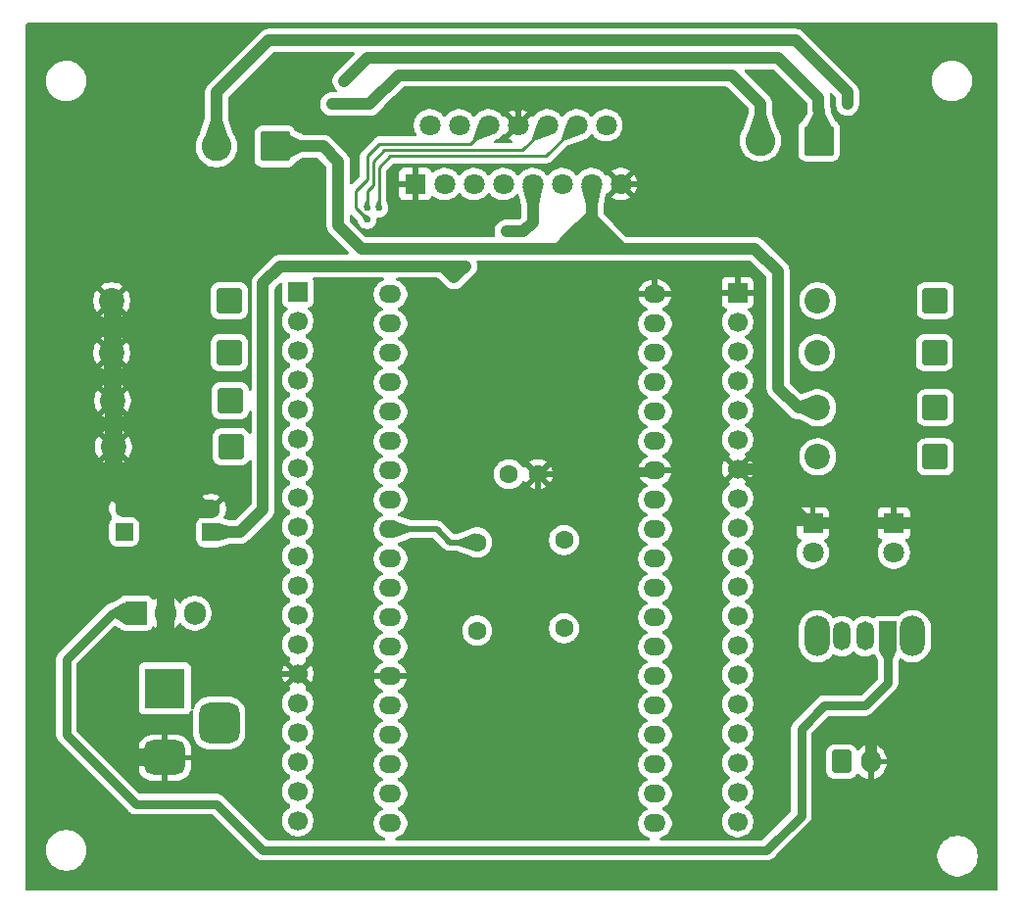
<source format=gbr>
%TF.GenerationSoftware,KiCad,Pcbnew,9.0.5*%
%TF.CreationDate,2025-11-06T15:37:29+07:00*%
%TF.ProjectId,pcb_esp32_jetbot_kicad,7063625f-6573-4703-9332-5f6a6574626f,rev?*%
%TF.SameCoordinates,Original*%
%TF.FileFunction,Copper,L2,Bot*%
%TF.FilePolarity,Positive*%
%FSLAX46Y46*%
G04 Gerber Fmt 4.6, Leading zero omitted, Abs format (unit mm)*
G04 Created by KiCad (PCBNEW 9.0.5) date 2025-11-06 15:37:29*
%MOMM*%
%LPD*%
G01*
G04 APERTURE LIST*
G04 Aperture macros list*
%AMRoundRect*
0 Rectangle with rounded corners*
0 $1 Rounding radius*
0 $2 $3 $4 $5 $6 $7 $8 $9 X,Y pos of 4 corners*
0 Add a 4 corners polygon primitive as box body*
4,1,4,$2,$3,$4,$5,$6,$7,$8,$9,$2,$3,0*
0 Add four circle primitives for the rounded corners*
1,1,$1+$1,$2,$3*
1,1,$1+$1,$4,$5*
1,1,$1+$1,$6,$7*
1,1,$1+$1,$8,$9*
0 Add four rect primitives between the rounded corners*
20,1,$1+$1,$2,$3,$4,$5,0*
20,1,$1+$1,$4,$5,$6,$7,0*
20,1,$1+$1,$6,$7,$8,$9,0*
20,1,$1+$1,$8,$9,$2,$3,0*%
G04 Aperture macros list end*
%TA.AperFunction,ComponentPad*%
%ADD10R,1.800000X1.800000*%
%TD*%
%TA.AperFunction,ComponentPad*%
%ADD11C,1.800000*%
%TD*%
%TA.AperFunction,ComponentPad*%
%ADD12RoundRect,0.249999X0.850001X0.850001X-0.850001X0.850001X-0.850001X-0.850001X0.850001X-0.850001X0*%
%TD*%
%TA.AperFunction,ComponentPad*%
%ADD13C,2.200000*%
%TD*%
%TA.AperFunction,ComponentPad*%
%ADD14RoundRect,0.250000X0.550000X-0.550000X0.550000X0.550000X-0.550000X0.550000X-0.550000X-0.550000X0*%
%TD*%
%TA.AperFunction,ComponentPad*%
%ADD15C,1.600000*%
%TD*%
%TA.AperFunction,ComponentPad*%
%ADD16RoundRect,0.250000X1.050000X1.050000X-1.050000X1.050000X-1.050000X-1.050000X1.050000X-1.050000X0*%
%TD*%
%TA.AperFunction,ComponentPad*%
%ADD17C,2.600000*%
%TD*%
%TA.AperFunction,ComponentPad*%
%ADD18R,1.700000X1.700000*%
%TD*%
%TA.AperFunction,ComponentPad*%
%ADD19C,1.700000*%
%TD*%
%TA.AperFunction,ComponentPad*%
%ADD20RoundRect,0.250000X-0.600000X-0.750000X0.600000X-0.750000X0.600000X0.750000X-0.600000X0.750000X0*%
%TD*%
%TA.AperFunction,ComponentPad*%
%ADD21O,1.700000X2.000000*%
%TD*%
%TA.AperFunction,ComponentPad*%
%ADD22R,1.905000X2.000000*%
%TD*%
%TA.AperFunction,ComponentPad*%
%ADD23O,1.905000X2.000000*%
%TD*%
%TA.AperFunction,ComponentPad*%
%ADD24R,3.500000X3.500000*%
%TD*%
%TA.AperFunction,ComponentPad*%
%ADD25RoundRect,0.750000X1.000000X-0.750000X1.000000X0.750000X-1.000000X0.750000X-1.000000X-0.750000X0*%
%TD*%
%TA.AperFunction,ComponentPad*%
%ADD26RoundRect,0.875000X0.875000X-0.875000X0.875000X0.875000X-0.875000X0.875000X-0.875000X-0.875000X0*%
%TD*%
%TA.AperFunction,ComponentPad*%
%ADD27O,2.200000X3.500000*%
%TD*%
%TA.AperFunction,ComponentPad*%
%ADD28R,1.500000X2.500000*%
%TD*%
%TA.AperFunction,ComponentPad*%
%ADD29O,1.500000X2.500000*%
%TD*%
%TA.AperFunction,ComponentPad*%
%ADD30O,1.900000X1.524000*%
%TD*%
%TA.AperFunction,ViaPad*%
%ADD31C,0.600000*%
%TD*%
%TA.AperFunction,ViaPad*%
%ADD32C,0.800000*%
%TD*%
%TA.AperFunction,Conductor*%
%ADD33C,0.500000*%
%TD*%
%TA.AperFunction,Conductor*%
%ADD34C,1.000000*%
%TD*%
%TA.AperFunction,Conductor*%
%ADD35C,0.250000*%
%TD*%
%TA.AperFunction,Conductor*%
%ADD36C,1.500000*%
%TD*%
%TA.AperFunction,Conductor*%
%ADD37C,0.750000*%
%TD*%
G04 APERTURE END LIST*
D10*
%TO.P,D10,1,K*%
%TO.N,GND*%
X162000000Y-76730000D03*
D11*
%TO.P,D10,2,A*%
%TO.N,Net-(D10-A)*%
X162000000Y-79270000D03*
%TD*%
D10*
%TO.P,D1,1,K*%
%TO.N,GND*%
X155000000Y-76730000D03*
D11*
%TO.P,D1,2,A*%
%TO.N,Net-(D1-A)*%
X155000000Y-79270000D03*
%TD*%
D12*
%TO.P,D5,1,K*%
%TO.N,POWER_SEL*%
X165580000Y-57500000D03*
D13*
%TO.P,D5,2,A*%
%TO.N,Net-(D5-A)*%
X155420000Y-57500000D03*
%TD*%
D14*
%TO.P,CP1,1*%
%TO.N,+5V*%
X103000000Y-77500000D03*
D15*
%TO.P,CP1,2*%
%TO.N,GND*%
X103000000Y-75500000D03*
%TD*%
D16*
%TO.P,TerminalBlock-2,1,Pin_1*%
%TO.N,Net-(D5-A)*%
X155545000Y-43667500D03*
D17*
%TO.P,TerminalBlock-2,2,Pin_2*%
%TO.N,Net-(D2-A)*%
X150465000Y-43667500D03*
%TD*%
D12*
%TO.P,D9,1,K*%
%TO.N,Net-(D4-A)*%
X104580000Y-62000000D03*
D13*
%TO.P,D9,2,A*%
%TO.N,GND*%
X94420000Y-62000000D03*
%TD*%
D18*
%TO.P,J3,1,Pin_1*%
%TO.N,GND*%
X148500000Y-56800000D03*
D19*
%TO.P,J3,2,Pin_2*%
%TO.N,GPIO23*%
X148500000Y-59340000D03*
%TO.P,J3,3,Pin_3*%
%TO.N,GPIO22*%
X148500000Y-61880000D03*
%TO.P,J3,4,Pin_4*%
%TO.N,TX*%
X148500000Y-64420000D03*
%TO.P,J3,5,Pin_5*%
%TO.N,RX*%
X148500000Y-66960000D03*
%TO.P,J3,6,Pin_6*%
%TO.N,GPIO21*%
X148500000Y-69500000D03*
%TO.P,J3,7,Pin_7*%
%TO.N,GND*%
X148500000Y-72040000D03*
%TO.P,J3,8,Pin_8*%
%TO.N,GPIO19*%
X148500000Y-74580000D03*
%TO.P,J3,9,Pin_9*%
%TO.N,GPIO18*%
X148500000Y-77120000D03*
%TO.P,J3,10,Pin_10*%
%TO.N,GPIO5*%
X148500000Y-79660000D03*
%TO.P,J3,11,Pin_11*%
%TO.N,GPIO17*%
X148500000Y-82200000D03*
%TO.P,J3,12,Pin_12*%
%TO.N,GPIO16*%
X148500000Y-84740000D03*
%TO.P,J3,13,Pin_13*%
%TO.N,GPIO4*%
X148500000Y-87280000D03*
%TO.P,J3,14,Pin_14*%
%TO.N,GPIO0*%
X148500000Y-89820000D03*
%TO.P,J3,15,Pin_15*%
%TO.N,GPIO2*%
X148500000Y-92360000D03*
%TO.P,J3,16,Pin_16*%
%TO.N,GPIO15*%
X148500000Y-94900000D03*
%TO.P,J3,17,Pin_17*%
%TO.N,GPIO8*%
X148500000Y-97440000D03*
%TO.P,J3,18,Pin_18*%
%TO.N,GPIO7*%
X148500000Y-99980000D03*
%TO.P,J3,19,Pin_19*%
%TO.N,GPIO6*%
X148500000Y-102520000D03*
%TD*%
D15*
%TO.P,R1,1*%
%TO.N,Net-(D1-A)*%
X133500000Y-85810000D03*
%TO.P,R1,2*%
%TO.N,+5V*%
X133500000Y-78190000D03*
%TD*%
D20*
%TO.P,Connector_JST1,1,Pin_1*%
%TO.N,POWER_SEL*%
X157500000Y-97340000D03*
D21*
%TO.P,Connector_JST1,2,Pin_2*%
%TO.N,GND*%
X160000000Y-97340000D03*
%TD*%
D15*
%TO.P,C2,1*%
%TO.N,+5V*%
X128750000Y-72500000D03*
%TO.P,C2,2*%
%TO.N,GND*%
X131250000Y-72500000D03*
%TD*%
D14*
%TO.P,CP3,1*%
%TO.N,Net-(SW1-A)*%
X95500000Y-77455113D03*
D15*
%TO.P,CP3,2*%
%TO.N,GND*%
X95500000Y-75455113D03*
%TD*%
D22*
%TO.P,U3,1,VI*%
%TO.N,Net-(SW1-A)*%
X96500000Y-84500000D03*
D23*
%TO.P,U3,2,GND*%
%TO.N,GND*%
X99040000Y-84500000D03*
%TO.P,U3,3,VO*%
%TO.N,+5V*%
X101580000Y-84500000D03*
%TD*%
D18*
%TO.P,J2,1,Pin_1*%
%TO.N,+3V3*%
X110500000Y-56720000D03*
D19*
%TO.P,J2,2,Pin_2*%
%TO.N,EN*%
X110500000Y-59260000D03*
%TO.P,J2,3,Pin_3*%
%TO.N,GPIO36*%
X110500000Y-61800000D03*
%TO.P,J2,4,Pin_4*%
%TO.N,GPIO39*%
X110500000Y-64340000D03*
%TO.P,J2,5,Pin_5*%
%TO.N,GPIO34*%
X110500000Y-66880000D03*
%TO.P,J2,6,Pin_6*%
%TO.N,GPIO35*%
X110500000Y-69420000D03*
%TO.P,J2,7,Pin_7*%
%TO.N,GPIO32*%
X110500000Y-71960000D03*
%TO.P,J2,8,Pin_8*%
%TO.N,GPIO33*%
X110500000Y-74500000D03*
%TO.P,J2,9,Pin_9*%
%TO.N,GPIO25*%
X110500000Y-77040000D03*
%TO.P,J2,10,Pin_10*%
%TO.N,GPIO26*%
X110500000Y-79580000D03*
%TO.P,J2,11,Pin_11*%
%TO.N,GPIO27*%
X110500000Y-82120000D03*
%TO.P,J2,12,Pin_12*%
%TO.N,GPIO14*%
X110500000Y-84660000D03*
%TO.P,J2,13,Pin_13*%
%TO.N,GPIO12*%
X110500000Y-87200000D03*
%TO.P,J2,14,Pin_14*%
%TO.N,GND*%
X110500000Y-89740000D03*
%TO.P,J2,15,Pin_15*%
%TO.N,GPIO13*%
X110500000Y-92280000D03*
%TO.P,J2,16,Pin_16*%
%TO.N,GPIO9*%
X110500000Y-94820000D03*
%TO.P,J2,17,Pin_17*%
%TO.N,GPIO10*%
X110500000Y-97360000D03*
%TO.P,J2,18,Pin_18*%
%TO.N,GPIO11*%
X110500000Y-99900000D03*
%TO.P,J2,19,Pin_19*%
%TO.N,+5V*%
X110500000Y-102440000D03*
%TD*%
D10*
%TO.P,U1,1,SENSE_A*%
%TO.N,GND*%
X120650000Y-47420000D03*
D11*
%TO.P,U1,2,OUT1*%
%TO.N,Net-(D5-A)*%
X121920000Y-42340000D03*
%TO.P,U1,3,OUT2*%
%TO.N,Net-(D2-A)*%
X123190000Y-47420000D03*
%TO.P,U1,4,Vs*%
%TO.N,POWER_SEL*%
X124460000Y-42340000D03*
%TO.P,U1,5,IN1*%
%TO.N,GPIO26*%
X125730000Y-47420000D03*
%TO.P,U1,6,EnA*%
%TO.N,GPIO25*%
X127000000Y-42340000D03*
%TO.P,U1,7,IN2*%
%TO.N,GPIO27*%
X128270000Y-47420000D03*
%TO.P,U1,8,GND*%
%TO.N,GND*%
X129540000Y-42340000D03*
%TO.P,U1,9,Vss*%
%TO.N,+5V*%
X130810000Y-47420000D03*
%TO.P,U1,10,IN3*%
%TO.N,GPIO12*%
X132080000Y-42340000D03*
%TO.P,U1,11,EnB*%
%TO.N,GPIO14*%
X133350000Y-47420000D03*
%TO.P,U1,12,IN4*%
%TO.N,GPIO13*%
X134620000Y-42340000D03*
%TO.P,U1,13,OUT3*%
%TO.N,Net-(D3-A)*%
X135890000Y-47420000D03*
%TO.P,U1,14,OUT4*%
%TO.N,Net-(D4-A)*%
X137160000Y-42340000D03*
%TO.P,U1,15,SENSE_B*%
%TO.N,GND*%
X138430000Y-47420000D03*
%TD*%
D12*
%TO.P,D7,1,K*%
%TO.N,Net-(D2-A)*%
X104660000Y-66140000D03*
D13*
%TO.P,D7,2,A*%
%TO.N,GND*%
X94500000Y-66140000D03*
%TD*%
D16*
%TO.P,TerminalBlock-1,1,Pin_1*%
%TO.N,Net-(D3-A)*%
X108545000Y-44167500D03*
D17*
%TO.P,TerminalBlock-1,2,Pin_2*%
%TO.N,Net-(D4-A)*%
X103465000Y-44167500D03*
%TD*%
D24*
%TO.P,J4,1*%
%TO.N,POWER_SEL*%
X99000000Y-91000000D03*
D25*
%TO.P,J4,2*%
%TO.N,GND*%
X99000000Y-97000000D03*
D26*
%TO.P,J4,3*%
%TO.N,unconnected-(J4-Pad3)*%
X103700000Y-94000000D03*
%TD*%
D12*
%TO.P,D4,1,K*%
%TO.N,POWER_SEL*%
X165500000Y-62000000D03*
D13*
%TO.P,D4,2,A*%
%TO.N,Net-(D4-A)*%
X155340000Y-62000000D03*
%TD*%
D12*
%TO.P,D8,1,K*%
%TO.N,Net-(D3-A)*%
X104580000Y-57500000D03*
D13*
%TO.P,D8,2,A*%
%TO.N,GND*%
X94420000Y-57500000D03*
%TD*%
D27*
%TO.P,SW1,*%
%TO.N,*%
X163600000Y-86500000D03*
X155400000Y-86500000D03*
D28*
%TO.P,SW1,1,A*%
%TO.N,Net-(SW1-A)*%
X161500000Y-86500000D03*
D29*
%TO.P,SW1,2,B*%
%TO.N,POWER_SEL*%
X159500000Y-86500000D03*
%TO.P,SW1,3,C*%
%TO.N,unconnected-(SW1-C-Pad3)*%
X157500000Y-86500000D03*
%TD*%
D15*
%TO.P,R2,1*%
%TO.N,Net-(D10-A)*%
X126000000Y-86000000D03*
%TO.P,R2,2*%
%TO.N,GPIO25*%
X126000000Y-78380000D03*
%TD*%
D30*
%TO.P,U2,1,5v*%
%TO.N,+5V*%
X118500000Y-102660000D03*
%TO.P,U2,2,GPIO11*%
%TO.N,GPIO11*%
X118500000Y-100120000D03*
%TO.P,U2,3,GPIO10*%
%TO.N,GPIO10*%
X118500000Y-97580000D03*
%TO.P,U2,4,GPIO9*%
%TO.N,GPIO9*%
X118500000Y-95040000D03*
%TO.P,U2,5,GPIO13*%
%TO.N,GPIO13*%
X118500000Y-92500000D03*
%TO.P,U2,6,GND*%
%TO.N,GND*%
X118500000Y-89960000D03*
%TO.P,U2,7,GPIO12*%
%TO.N,GPIO12*%
X118500000Y-87420000D03*
%TO.P,U2,8,GPIO14*%
%TO.N,GPIO14*%
X118500000Y-84880000D03*
%TO.P,U2,9,GPIO27*%
%TO.N,GPIO27*%
X118500000Y-82340000D03*
%TO.P,U2,10,GPIO26*%
%TO.N,GPIO26*%
X118500000Y-79800000D03*
%TO.P,U2,11,GPIO25*%
%TO.N,GPIO25*%
X118500000Y-77260000D03*
%TO.P,U2,12,GPIO33*%
%TO.N,GPIO33*%
X118500000Y-74720000D03*
%TO.P,U2,13,GPIO32*%
%TO.N,GPIO32*%
X118500000Y-72180000D03*
%TO.P,U2,14,GPIO35*%
%TO.N,GPIO35*%
X118500000Y-69640000D03*
%TO.P,U2,15,GPIO34*%
%TO.N,GPIO34*%
X118500000Y-67100000D03*
%TO.P,U2,16,GPIO39*%
%TO.N,GPIO39*%
X118500000Y-64560000D03*
%TO.P,U2,17,GPIO36*%
%TO.N,GPIO36*%
X118500000Y-62020000D03*
%TO.P,U2,18,EN*%
%TO.N,EN*%
X118500000Y-59480000D03*
%TO.P,U2,19,3.3v*%
%TO.N,+3V3*%
X118500000Y-56940000D03*
%TO.P,U2,20,GPIO6*%
%TO.N,GPIO6*%
X141360000Y-102660000D03*
%TO.P,U2,21,GPIO7*%
%TO.N,GPIO7*%
X141360000Y-100120000D03*
%TO.P,U2,22,GPIO8*%
%TO.N,GPIO8*%
X141360000Y-97580000D03*
%TO.P,U2,23,GPIO15*%
%TO.N,GPIO15*%
X141360000Y-95040000D03*
%TO.P,U2,24,GPIO2*%
%TO.N,GPIO2*%
X141360000Y-92500000D03*
%TO.P,U2,25,GPIO0*%
%TO.N,GPIO0*%
X141360000Y-89960000D03*
%TO.P,U2,26,GPIO4*%
%TO.N,GPIO4*%
X141360000Y-87420000D03*
%TO.P,U2,27,GPIO16*%
%TO.N,GPIO16*%
X141360000Y-84880000D03*
%TO.P,U2,28,GPIO17*%
%TO.N,GPIO17*%
X141360000Y-82340000D03*
%TO.P,U2,29,GPIO5*%
%TO.N,GPIO5*%
X141360000Y-79800000D03*
%TO.P,U2,30,GPIO18*%
%TO.N,GPIO18*%
X141360000Y-77260000D03*
%TO.P,U2,31,GPIO19*%
%TO.N,GPIO19*%
X141360000Y-74720000D03*
%TO.P,U2,32,GND*%
%TO.N,GND*%
X141360000Y-72180000D03*
%TO.P,U2,33,GPIO21*%
%TO.N,GPIO21*%
X141360000Y-69640000D03*
%TO.P,U2,34,GPIO3*%
%TO.N,RX*%
X141360000Y-67100000D03*
%TO.P,U2,35,GPIO1*%
%TO.N,TX*%
X141360000Y-64560000D03*
%TO.P,U2,36,GPIO22*%
%TO.N,GPIO22*%
X141360000Y-62020000D03*
%TO.P,U2,37,GPIO23*%
%TO.N,GPIO23*%
X141360000Y-59480000D03*
%TO.P,U2,38,GND*%
%TO.N,GND*%
X141360000Y-56940000D03*
%TD*%
D12*
%TO.P,D3,1,K*%
%TO.N,POWER_SEL*%
X165580000Y-66750000D03*
D13*
%TO.P,D3,2,A*%
%TO.N,Net-(D3-A)*%
X155420000Y-66750000D03*
%TD*%
D12*
%TO.P,D2,1,K*%
%TO.N,POWER_SEL*%
X165580000Y-71000000D03*
D13*
%TO.P,D2,2,A*%
%TO.N,Net-(D2-A)*%
X155420000Y-71000000D03*
%TD*%
D12*
%TO.P,D6,1,K*%
%TO.N,Net-(D5-A)*%
X104740000Y-70140000D03*
D13*
%TO.P,D6,2,A*%
%TO.N,GND*%
X94580000Y-70140000D03*
%TD*%
D31*
%TO.N,GND*%
X115500000Y-45500000D03*
X115500000Y-46500000D03*
D32*
%TO.N,+5V*%
X124500000Y-55000000D03*
X125000000Y-54500000D03*
X124000000Y-55500000D03*
X128500000Y-51500000D03*
X129500000Y-51500000D03*
%TO.N,Net-(D2-A)*%
X113500000Y-40500000D03*
%TO.N,Net-(D4-A)*%
X158000000Y-40500000D03*
X158000000Y-39500000D03*
X157250000Y-38750000D03*
%TO.N,Net-(D5-A)*%
X114500000Y-38500000D03*
D31*
%TO.N,GPIO25*%
X116500000Y-50500000D03*
%TO.N,GPIO13*%
X117500000Y-49500000D03*
%TO.N,GPIO12*%
X116500000Y-49500000D03*
%TD*%
D33*
%TO.N,GND*%
X108240000Y-89740000D02*
X105750000Y-87250000D01*
D34*
X160000000Y-94500000D02*
X168000000Y-86500000D01*
D33*
X129500000Y-40500000D02*
X129500000Y-40920000D01*
X129000000Y-40000000D02*
X129500000Y-40000000D01*
X130000000Y-40000000D02*
X129500000Y-40500000D01*
D35*
X138000000Y-72500000D02*
X138500000Y-72000000D01*
D33*
X122500000Y-85000000D02*
X128500000Y-79000000D01*
X140080000Y-47420000D02*
X138430000Y-47420000D01*
X131250000Y-78250000D02*
X131250000Y-72500000D01*
D34*
X153500000Y-73500000D02*
X152040000Y-72040000D01*
D33*
X139000000Y-72500000D02*
X141040000Y-72500000D01*
X138000000Y-72000000D02*
X138000000Y-72500000D01*
D36*
X98000000Y-75455113D02*
X102955113Y-75455113D01*
X99951871Y-76951871D02*
X99496758Y-76951871D01*
D34*
X168000000Y-79500000D02*
X165230000Y-76730000D01*
D36*
X96631370Y-75455113D02*
X95500000Y-75455113D01*
X95500000Y-73500000D02*
X94500000Y-72500000D01*
D34*
X160000000Y-97340000D02*
X160000000Y-94500000D01*
X155000000Y-76730000D02*
X162000000Y-76730000D01*
D33*
X137000000Y-72500000D02*
X137500000Y-72500000D01*
X141040000Y-72500000D02*
X141360000Y-72180000D01*
D36*
X94580000Y-70140000D02*
X94580000Y-66220000D01*
D33*
X138000000Y-58500000D02*
X138000000Y-71500000D01*
X129540000Y-40960000D02*
X130500000Y-40000000D01*
D35*
X137000000Y-72500000D02*
X137500000Y-72000000D01*
D33*
X129500000Y-40000000D02*
X129500000Y-40500000D01*
X129540000Y-40960000D02*
X129540000Y-42340000D01*
X115500000Y-43500000D02*
X119000000Y-40000000D01*
D36*
X94580000Y-72420000D02*
X94580000Y-70140000D01*
D33*
X155000000Y-76730000D02*
X154630000Y-76730000D01*
D36*
X97500000Y-87500000D02*
X97750000Y-87250000D01*
D34*
X165230000Y-76730000D02*
X162000000Y-76730000D01*
D33*
X121040000Y-89960000D02*
X122500000Y-88500000D01*
D34*
X154630000Y-76730000D02*
X153500000Y-75600000D01*
D36*
X93500000Y-89000000D02*
X95000000Y-87500000D01*
X97750000Y-87250000D02*
X99040000Y-85960000D01*
D33*
X130500000Y-40000000D02*
X139500000Y-40000000D01*
X131250000Y-72500000D02*
X137000000Y-72500000D01*
X129000000Y-40500000D02*
X128500000Y-40000000D01*
X130000000Y-40000000D02*
X130500000Y-40000000D01*
D36*
X103000000Y-75500000D02*
X101403743Y-75500000D01*
D33*
X122500000Y-88500000D02*
X122500000Y-85000000D01*
D36*
X101403743Y-75500000D02*
X99951871Y-76951871D01*
D33*
X119000000Y-40000000D02*
X128500000Y-40000000D01*
X129500000Y-40920000D02*
X129460000Y-40960000D01*
D36*
X99496758Y-76951871D02*
X98000000Y-75455113D01*
X94500000Y-66140000D02*
X94500000Y-61890000D01*
X99040000Y-77863743D02*
X96631370Y-75455113D01*
X94500000Y-72500000D02*
X94580000Y-72420000D01*
D34*
X152040000Y-72040000D02*
X148500000Y-72040000D01*
D33*
X128500000Y-79000000D02*
X130500000Y-79000000D01*
X118500000Y-89960000D02*
X121040000Y-89960000D01*
X138000000Y-71500000D02*
X138000000Y-72000000D01*
D35*
X137500000Y-72000000D02*
X138500000Y-72000000D01*
D33*
X137500000Y-72500000D02*
X138000000Y-72500000D01*
X141500000Y-42000000D02*
X141500000Y-46000000D01*
X138500000Y-72500000D02*
X139000000Y-72500000D01*
X129460000Y-40960000D02*
X129000000Y-40500000D01*
D35*
X138000000Y-72000000D02*
X137500000Y-72000000D01*
D33*
X128500000Y-40000000D02*
X129000000Y-40000000D01*
D35*
X138500000Y-72000000D02*
X138000000Y-71500000D01*
D34*
X153500000Y-75600000D02*
X153500000Y-73500000D01*
D36*
X99040000Y-85960000D02*
X99040000Y-84500000D01*
D33*
X110500000Y-89740000D02*
X108240000Y-89740000D01*
X139560000Y-56940000D02*
X138000000Y-58500000D01*
X130500000Y-79000000D02*
X131250000Y-78250000D01*
D36*
X95500000Y-75455113D02*
X98000000Y-75455113D01*
D33*
X129000000Y-40500000D02*
X129000000Y-40000000D01*
D36*
X95000000Y-87500000D02*
X97500000Y-87500000D01*
D33*
X105750000Y-87250000D02*
X97750000Y-87250000D01*
D36*
X102955113Y-75455113D02*
X103000000Y-75500000D01*
X99000000Y-97000000D02*
X96500000Y-97000000D01*
X93500000Y-94000000D02*
X93500000Y-89000000D01*
D35*
X137000000Y-72500000D02*
X138000000Y-71500000D01*
D36*
X99951871Y-76951871D02*
X99040000Y-77863743D01*
D35*
X138000000Y-72000000D02*
X137500000Y-72500000D01*
X139000000Y-72500000D02*
X138500000Y-72000000D01*
D34*
X168000000Y-86500000D02*
X168000000Y-79500000D01*
D36*
X96500000Y-97000000D02*
X93500000Y-94000000D01*
X95500000Y-75455113D02*
X95500000Y-73500000D01*
D35*
X137500000Y-72500000D02*
X137500000Y-72000000D01*
D33*
X115500000Y-46500000D02*
X115500000Y-43500000D01*
X141500000Y-46000000D02*
X140080000Y-47420000D01*
D35*
X138000000Y-72500000D02*
X137500000Y-72000000D01*
D33*
X138000000Y-72500000D02*
X138500000Y-72500000D01*
X129540000Y-40960000D02*
X129460000Y-40960000D01*
D36*
X94500000Y-61890000D02*
X94500000Y-57640000D01*
X94580000Y-66220000D02*
X94500000Y-66140000D01*
D33*
X141360000Y-56940000D02*
X139560000Y-56940000D01*
D36*
X99040000Y-84500000D02*
X99040000Y-77863743D01*
D33*
X129500000Y-40000000D02*
X130000000Y-40000000D01*
X139500000Y-40000000D02*
X141500000Y-42000000D01*
D35*
X138500000Y-72000000D02*
X138500000Y-72500000D01*
D34*
%TO.N,+5V*%
X129000000Y-51500000D02*
X128500000Y-51500000D01*
X107500000Y-56000000D02*
X107500000Y-75500000D01*
X124250000Y-55250000D02*
X124000000Y-55500000D01*
X130810000Y-50690000D02*
X130000000Y-51500000D01*
X125000000Y-54500000D02*
X123000000Y-54500000D01*
X130000000Y-51500000D02*
X129500000Y-51500000D01*
X124500000Y-55000000D02*
X124250000Y-55250000D01*
X123000000Y-54500000D02*
X109000000Y-54500000D01*
X107500000Y-75500000D02*
X105500000Y-77500000D01*
X109000000Y-54500000D02*
X107500000Y-56000000D01*
X129500000Y-51500000D02*
X129000000Y-51500000D01*
X105500000Y-77500000D02*
X103000000Y-77500000D01*
X124000000Y-55500000D02*
X123000000Y-54500000D01*
X130810000Y-47420000D02*
X130810000Y-50690000D01*
X125000000Y-54500000D02*
X124500000Y-55000000D01*
D37*
%TO.N,Net-(SW1-A)*%
X154000000Y-102000000D02*
X154000000Y-94500000D01*
X151000000Y-105000000D02*
X154000000Y-102000000D01*
X159500000Y-92500000D02*
X161500000Y-90500000D01*
X154000000Y-94500000D02*
X156000000Y-92500000D01*
X107500000Y-105000000D02*
X151000000Y-105000000D01*
X94500000Y-84500000D02*
X90500000Y-88500000D01*
X96500000Y-84500000D02*
X94500000Y-84500000D01*
X90500000Y-88500000D02*
X90500000Y-95000000D01*
X90500000Y-95000000D02*
X96500000Y-101000000D01*
X96500000Y-101000000D02*
X103500000Y-101000000D01*
X156000000Y-92500000D02*
X159500000Y-92500000D01*
X161500000Y-90500000D02*
X161500000Y-86500000D01*
X103500000Y-101000000D02*
X107500000Y-105000000D01*
D34*
%TO.N,Net-(D2-A)*%
X148000000Y-38000000D02*
X119201000Y-38000000D01*
X150465000Y-43667500D02*
X150465000Y-40465000D01*
X119201000Y-38000000D02*
X116701000Y-40500000D01*
X116701000Y-40500000D02*
X113500000Y-40500000D01*
X150465000Y-40465000D02*
X148000000Y-38000000D01*
X113430702Y-40500000D02*
X113500000Y-40500000D01*
%TO.N,Net-(D3-A)*%
X135610000Y-52610000D02*
X136000000Y-53000000D01*
X112667500Y-44167500D02*
X114000000Y-45500000D01*
X135610000Y-50670000D02*
X135610000Y-52000000D01*
X135610000Y-52000000D02*
X135610000Y-52610000D01*
X138500000Y-53000000D02*
X137000000Y-53000000D01*
X136500000Y-51000000D02*
X136750000Y-51250000D01*
X137000000Y-53000000D02*
X136750000Y-52750000D01*
X135220000Y-53000000D02*
X135610000Y-52610000D01*
X135890000Y-49000000D02*
X135890000Y-47420000D01*
X152000000Y-55000000D02*
X150000000Y-53000000D01*
X116000000Y-53000000D02*
X133000000Y-53000000D01*
X135890000Y-49000000D02*
X135890000Y-49500000D01*
X136750000Y-51250000D02*
X137000000Y-51500000D01*
X135610000Y-51890000D02*
X136500000Y-51000000D01*
X114000000Y-45500000D02*
X114000000Y-51000000D01*
X153750000Y-66750000D02*
X152000000Y-65000000D01*
X136750000Y-52750000D02*
X136750000Y-51250000D01*
X135610000Y-52000000D02*
X135610000Y-51890000D01*
X134000000Y-53000000D02*
X135220000Y-53000000D01*
X135890000Y-50390000D02*
X135610000Y-50670000D01*
X136000000Y-53000000D02*
X134000000Y-53000000D01*
X134000000Y-52000000D02*
X135890000Y-50110000D01*
X134000000Y-52000000D02*
X136500000Y-52000000D01*
X155420000Y-66750000D02*
X153750000Y-66750000D01*
X137000000Y-53000000D02*
X136000000Y-53000000D01*
X114000000Y-51000000D02*
X116000000Y-53000000D01*
X135890000Y-50110000D02*
X135890000Y-49000000D01*
X135890000Y-50110000D02*
X135890000Y-50390000D01*
X152000000Y-65000000D02*
X152000000Y-55000000D01*
X133000000Y-53000000D02*
X134000000Y-52000000D01*
X108545000Y-44167500D02*
X112667500Y-44167500D01*
X135890000Y-50390000D02*
X136500000Y-51000000D01*
X134000000Y-53000000D02*
X133000000Y-53000000D01*
X150000000Y-53000000D02*
X138500000Y-53000000D01*
X136500000Y-52000000D02*
X137000000Y-51500000D01*
X137000000Y-51500000D02*
X138500000Y-53000000D01*
%TO.N,Net-(D4-A)*%
X103500000Y-39500000D02*
X108000000Y-35000000D01*
X153500000Y-35000000D02*
X157250000Y-38750000D01*
X103500000Y-44132500D02*
X103500000Y-39500000D01*
X157250000Y-38750000D02*
X158000000Y-39500000D01*
D37*
X103465000Y-44167500D02*
X103500000Y-44132500D01*
D34*
X158000000Y-39500000D02*
X158000000Y-40500000D01*
X108000000Y-35000000D02*
X153500000Y-35000000D01*
%TO.N,Net-(D5-A)*%
X152000000Y-36500000D02*
X155500000Y-40000000D01*
X155545000Y-41045000D02*
X155545000Y-43667500D01*
X114500000Y-38500000D02*
X116500000Y-36500000D01*
X116500000Y-36500000D02*
X152000000Y-36500000D01*
X155500000Y-41000000D02*
X155545000Y-41045000D01*
X155500000Y-40000000D02*
X155500000Y-41000000D01*
D33*
%TO.N,GPIO25*%
X118500000Y-77260000D02*
X122500000Y-77260000D01*
D35*
X127000000Y-42340000D02*
X125416000Y-43924000D01*
X115500000Y-48000000D02*
X115500000Y-49500000D01*
X117576000Y-43924000D02*
X116500000Y-45000000D01*
X116500000Y-45000000D02*
X116500000Y-47000000D01*
X125416000Y-43924000D02*
X117576000Y-43924000D01*
X116500000Y-47000000D02*
X115500000Y-48000000D01*
D33*
X123620000Y-78380000D02*
X126000000Y-78380000D01*
D35*
X115500000Y-49500000D02*
X116500000Y-50500000D01*
D33*
X122500000Y-77260000D02*
X123620000Y-78380000D01*
D35*
%TO.N,GPIO13*%
X131960000Y-45000000D02*
X118500000Y-45000000D01*
X134620000Y-42340000D02*
X131960000Y-45000000D01*
X118500000Y-45000000D02*
X117500000Y-46000000D01*
X117500000Y-46000000D02*
X117500000Y-49500000D01*
%TO.N,GPIO12*%
X129920000Y-44500000D02*
X118000000Y-44500000D01*
X116500000Y-48000000D02*
X116500000Y-49500000D01*
X117000000Y-47500000D02*
X116500000Y-48000000D01*
X118000000Y-44500000D02*
X117000000Y-45500000D01*
X117000000Y-45500000D02*
X117000000Y-47500000D01*
X132080000Y-42340000D02*
X129920000Y-44500000D01*
%TD*%
%TA.AperFunction,Conductor*%
%TO.N,Net-(D5-A)*%
G36*
X156046042Y-41370927D02*
G01*
X156048234Y-41373968D01*
X156541723Y-42360947D01*
X156542358Y-42369879D01*
X156540534Y-42373309D01*
X155554276Y-43656431D01*
X155546518Y-43660902D01*
X155537870Y-43658577D01*
X155535724Y-43656431D01*
X154549465Y-42373309D01*
X154547140Y-42364661D01*
X154548276Y-42360947D01*
X155041766Y-41373968D01*
X155048531Y-41368100D01*
X155052231Y-41367500D01*
X156037769Y-41367500D01*
X156046042Y-41370927D01*
G37*
%TD.AperFunction*%
%TD*%
%TA.AperFunction,Conductor*%
%TO.N,GPIO13*%
G36*
X117624699Y-48909191D02*
G01*
X117627583Y-48913940D01*
X117790315Y-49429062D01*
X117789539Y-49437983D01*
X117782682Y-49443743D01*
X117781478Y-49444054D01*
X117502320Y-49500530D01*
X117497680Y-49500530D01*
X117264553Y-49453366D01*
X117218520Y-49444053D01*
X117211092Y-49439054D01*
X117209373Y-49430266D01*
X117209680Y-49429075D01*
X117372417Y-48913939D01*
X117378177Y-48907083D01*
X117383574Y-48905764D01*
X117616426Y-48905764D01*
X117624699Y-48909191D01*
G37*
%TD.AperFunction*%
%TD*%
%TA.AperFunction,Conductor*%
%TO.N,Net-(D2-A)*%
G36*
X150964901Y-41382049D02*
G01*
X150967702Y-41386545D01*
X151462387Y-42837089D01*
X151461814Y-42846026D01*
X151458752Y-42849897D01*
X150472439Y-43662372D01*
X150463875Y-43664987D01*
X150457561Y-43662372D01*
X149471247Y-42849897D01*
X149467040Y-42841991D01*
X149467611Y-42837093D01*
X149962298Y-41386545D01*
X149968212Y-41379821D01*
X149973372Y-41378622D01*
X150956628Y-41378622D01*
X150964901Y-41382049D01*
G37*
%TD.AperFunction*%
%TD*%
%TA.AperFunction,Conductor*%
%TO.N,GPIO13*%
G36*
X134613024Y-42337772D02*
G01*
X134620473Y-42342739D01*
X134622228Y-42346976D01*
X134793602Y-43212709D01*
X134791847Y-43221490D01*
X134785950Y-43226038D01*
X133454745Y-43686558D01*
X133445806Y-43686024D01*
X133442647Y-43683774D01*
X133276225Y-43517352D01*
X133272798Y-43509079D01*
X133273439Y-43505261D01*
X133733961Y-42174047D01*
X133739904Y-42167351D01*
X133747287Y-42166397D01*
X134613024Y-42337772D01*
G37*
%TD.AperFunction*%
%TD*%
%TA.AperFunction,Conductor*%
%TO.N,Net-(SW1-A)*%
G36*
X161506016Y-86511719D02*
G01*
X161510034Y-86515737D01*
X162246699Y-87744494D01*
X162248014Y-87753351D01*
X162247129Y-87755741D01*
X161878234Y-88493532D01*
X161871469Y-88499400D01*
X161867769Y-88500000D01*
X161132231Y-88500000D01*
X161123958Y-88496573D01*
X161121766Y-88493532D01*
X160752870Y-87755741D01*
X160752235Y-87746809D01*
X160753294Y-87744504D01*
X161489965Y-86515737D01*
X161497158Y-86510404D01*
X161506016Y-86511719D01*
G37*
%TD.AperFunction*%
%TD*%
%TA.AperFunction,Conductor*%
%TO.N,GPIO25*%
G36*
X126993024Y-42337772D02*
G01*
X127000473Y-42342739D01*
X127002228Y-42346976D01*
X127173602Y-43212709D01*
X127171847Y-43221490D01*
X127165950Y-43226038D01*
X125834745Y-43686558D01*
X125825806Y-43686024D01*
X125822647Y-43683774D01*
X125656225Y-43517352D01*
X125652798Y-43509079D01*
X125653439Y-43505261D01*
X126113961Y-42174047D01*
X126119904Y-42167351D01*
X126127287Y-42166397D01*
X126993024Y-42337772D01*
G37*
%TD.AperFunction*%
%TD*%
%TA.AperFunction,Conductor*%
%TO.N,+5V*%
G36*
X131680810Y-47593201D02*
G01*
X131688249Y-47598183D01*
X131689987Y-47606968D01*
X131689896Y-47607383D01*
X131312141Y-49193717D01*
X131306891Y-49200972D01*
X131300759Y-49202707D01*
X130319241Y-49202707D01*
X130310968Y-49199280D01*
X130307859Y-49193717D01*
X129930103Y-47607383D01*
X129931520Y-47598541D01*
X129938775Y-47593291D01*
X129939134Y-47593212D01*
X130807706Y-47419459D01*
X130812294Y-47419459D01*
X131680810Y-47593201D01*
G37*
%TD.AperFunction*%
%TD*%
%TA.AperFunction,Conductor*%
%TO.N,Net-(D3-A)*%
G36*
X136760810Y-47593201D02*
G01*
X136768249Y-47598183D01*
X136769987Y-47606968D01*
X136769896Y-47607383D01*
X136392141Y-49193717D01*
X136386891Y-49200972D01*
X136380759Y-49202707D01*
X135399241Y-49202707D01*
X135390968Y-49199280D01*
X135387859Y-49193717D01*
X135010103Y-47607383D01*
X135011520Y-47598541D01*
X135018775Y-47593291D01*
X135019134Y-47593212D01*
X135887706Y-47419459D01*
X135892294Y-47419459D01*
X136760810Y-47593201D01*
G37*
%TD.AperFunction*%
%TD*%
%TA.AperFunction,Conductor*%
%TO.N,+5V*%
G36*
X103653063Y-76721206D02*
G01*
X104591604Y-76997528D01*
X104598573Y-77003152D01*
X104600000Y-77008752D01*
X104600000Y-77991247D01*
X104596573Y-77999520D01*
X104591604Y-78002471D01*
X103653068Y-78278792D01*
X103644164Y-78277841D01*
X103640752Y-78275030D01*
X103005177Y-77507460D01*
X103002541Y-77498904D01*
X103005177Y-77492539D01*
X103640754Y-76724967D01*
X103648668Y-76720782D01*
X103653063Y-76721206D01*
G37*
%TD.AperFunction*%
%TD*%
%TA.AperFunction,Conductor*%
%TO.N,Net-(D4-A)*%
G36*
X103999756Y-41882049D02*
G01*
X104002617Y-41886726D01*
X104475035Y-43349586D01*
X104474316Y-43358512D01*
X104471217Y-43362313D01*
X103472523Y-44162472D01*
X103463923Y-44164970D01*
X103457644Y-44162268D01*
X102513351Y-43362313D01*
X102483858Y-43337328D01*
X102479762Y-43329367D01*
X102480410Y-43324448D01*
X102997217Y-41886364D01*
X103003240Y-41879738D01*
X103008228Y-41878622D01*
X103991483Y-41878622D01*
X103999756Y-41882049D01*
G37*
%TD.AperFunction*%
%TD*%
%TA.AperFunction,Conductor*%
%TO.N,GPIO12*%
G36*
X116624699Y-48909191D02*
G01*
X116627583Y-48913940D01*
X116790315Y-49429062D01*
X116789539Y-49437983D01*
X116782682Y-49443743D01*
X116781478Y-49444054D01*
X116502320Y-49500530D01*
X116497680Y-49500530D01*
X116264553Y-49453366D01*
X116218520Y-49444053D01*
X116211092Y-49439054D01*
X116209373Y-49430266D01*
X116209680Y-49429075D01*
X116372417Y-48913939D01*
X116378177Y-48907083D01*
X116383574Y-48905764D01*
X116616426Y-48905764D01*
X116624699Y-48909191D01*
G37*
%TD.AperFunction*%
%TD*%
%TA.AperFunction,Conductor*%
%TO.N,GPIO12*%
G36*
X132073024Y-42337772D02*
G01*
X132080473Y-42342739D01*
X132082228Y-42346976D01*
X132253602Y-43212709D01*
X132251847Y-43221490D01*
X132245950Y-43226038D01*
X130914745Y-43686558D01*
X130905806Y-43686024D01*
X130902647Y-43683774D01*
X130736225Y-43517352D01*
X130732798Y-43509079D01*
X130733439Y-43505261D01*
X131193961Y-42174047D01*
X131199904Y-42167351D01*
X131207287Y-42166397D01*
X132073024Y-42337772D01*
G37*
%TD.AperFunction*%
%TD*%
%TA.AperFunction,Conductor*%
%TO.N,GPIO25*%
G36*
X125840003Y-77600500D02*
G01*
X125846112Y-77607047D01*
X125846626Y-77608851D01*
X126000540Y-78377703D01*
X126000540Y-78382297D01*
X125846626Y-79151148D01*
X125841642Y-79158587D01*
X125832857Y-79160323D01*
X125831053Y-79159809D01*
X124422971Y-78632843D01*
X124416424Y-78626734D01*
X124415372Y-78621885D01*
X124415372Y-78138114D01*
X124418799Y-78129841D01*
X124422971Y-78127156D01*
X125831053Y-77600190D01*
X125840003Y-77600500D01*
G37*
%TD.AperFunction*%
%TD*%
%TA.AperFunction,Conductor*%
%TO.N,GND*%
G36*
X129074075Y-42532993D02*
G01*
X129139901Y-42647007D01*
X129232993Y-42740099D01*
X129347007Y-42805925D01*
X129410590Y-42822962D01*
X128742485Y-43491065D01*
X128742485Y-43491066D01*
X128806243Y-43537388D01*
X129006928Y-43639643D01*
X129005953Y-43641554D01*
X129053390Y-43679783D01*
X129075452Y-43746078D01*
X129058171Y-43813777D01*
X129007032Y-43861386D01*
X128951531Y-43874500D01*
X127589741Y-43874500D01*
X127522702Y-43854815D01*
X127476947Y-43802011D01*
X127467003Y-43732853D01*
X127496028Y-43669297D01*
X127533446Y-43640016D01*
X127734020Y-43537816D01*
X127734019Y-43537816D01*
X127734022Y-43537815D01*
X127912365Y-43408242D01*
X128068242Y-43252365D01*
X128169991Y-43112317D01*
X128225320Y-43069653D01*
X128294933Y-43063674D01*
X128356729Y-43096279D01*
X128370628Y-43112319D01*
X128388932Y-43137513D01*
X129057037Y-42469408D01*
X129074075Y-42532993D01*
G37*
%TD.AperFunction*%
%TA.AperFunction,Conductor*%
G36*
X170942539Y-33520185D02*
G01*
X170988294Y-33572989D01*
X170999500Y-33624500D01*
X170999500Y-108375500D01*
X170979815Y-108442539D01*
X170927011Y-108488294D01*
X170875500Y-108499500D01*
X87124500Y-108499500D01*
X87057461Y-108479815D01*
X87011706Y-108427011D01*
X87000500Y-108375500D01*
X87000500Y-104885258D01*
X88749500Y-104885258D01*
X88749500Y-105114741D01*
X88773039Y-105293526D01*
X88779452Y-105342238D01*
X88790983Y-105385272D01*
X88838842Y-105563887D01*
X88926650Y-105775876D01*
X88926657Y-105775890D01*
X89041392Y-105974617D01*
X89181081Y-106156661D01*
X89181089Y-106156670D01*
X89343330Y-106318911D01*
X89343338Y-106318918D01*
X89525382Y-106458607D01*
X89525385Y-106458608D01*
X89525388Y-106458611D01*
X89724112Y-106573344D01*
X89724117Y-106573346D01*
X89724123Y-106573349D01*
X89815480Y-106611190D01*
X89936113Y-106661158D01*
X90157762Y-106720548D01*
X90385266Y-106750500D01*
X90385273Y-106750500D01*
X90614727Y-106750500D01*
X90614734Y-106750500D01*
X90842238Y-106720548D01*
X91063887Y-106661158D01*
X91275888Y-106573344D01*
X91474612Y-106458611D01*
X91656661Y-106318919D01*
X91656665Y-106318914D01*
X91656670Y-106318911D01*
X91818911Y-106156670D01*
X91818914Y-106156665D01*
X91818919Y-106156661D01*
X91958611Y-105974612D01*
X92073344Y-105775888D01*
X92161158Y-105563887D01*
X92220548Y-105342238D01*
X92250500Y-105114734D01*
X92250500Y-104885266D01*
X92220548Y-104657762D01*
X92161158Y-104436113D01*
X92073344Y-104224112D01*
X91958611Y-104025388D01*
X91958608Y-104025385D01*
X91958607Y-104025382D01*
X91849021Y-103882569D01*
X91818919Y-103843339D01*
X91818918Y-103843338D01*
X91818911Y-103843330D01*
X91656670Y-103681089D01*
X91656661Y-103681081D01*
X91474617Y-103541392D01*
X91275890Y-103426657D01*
X91275876Y-103426650D01*
X91063887Y-103338842D01*
X90999889Y-103321694D01*
X90842238Y-103279452D01*
X90804215Y-103274446D01*
X90614741Y-103249500D01*
X90614734Y-103249500D01*
X90385266Y-103249500D01*
X90385258Y-103249500D01*
X90168715Y-103278009D01*
X90157762Y-103279452D01*
X90064076Y-103304554D01*
X89936112Y-103338842D01*
X89724123Y-103426650D01*
X89724109Y-103426657D01*
X89525382Y-103541392D01*
X89343338Y-103681081D01*
X89181081Y-103843338D01*
X89041392Y-104025382D01*
X88926657Y-104224109D01*
X88926650Y-104224123D01*
X88838842Y-104436112D01*
X88779453Y-104657759D01*
X88779451Y-104657770D01*
X88749500Y-104885258D01*
X87000500Y-104885258D01*
X87000500Y-88413766D01*
X89624500Y-88413766D01*
X89624500Y-95086233D01*
X89658143Y-95255366D01*
X89658146Y-95255378D01*
X89724138Y-95414698D01*
X89724145Y-95414711D01*
X89819954Y-95558098D01*
X89819957Y-95558102D01*
X95819955Y-101558099D01*
X95899212Y-101637356D01*
X95941902Y-101680046D01*
X96085288Y-101775854D01*
X96085301Y-101775861D01*
X96234192Y-101837533D01*
X96244626Y-101841855D01*
X96413766Y-101875499D01*
X96413769Y-101875500D01*
X96413771Y-101875500D01*
X103085994Y-101875500D01*
X103153033Y-101895185D01*
X103173675Y-101911819D01*
X106941897Y-105680042D01*
X106941901Y-105680045D01*
X107085288Y-105775854D01*
X107085301Y-105775861D01*
X107244621Y-105841853D01*
X107244626Y-105841855D01*
X107413766Y-105875499D01*
X107413769Y-105875500D01*
X107413771Y-105875500D01*
X151086231Y-105875500D01*
X151086232Y-105875499D01*
X151255374Y-105841855D01*
X151414705Y-105775858D01*
X151558099Y-105680045D01*
X151674257Y-105563887D01*
X151852887Y-105385258D01*
X165749500Y-105385258D01*
X165749500Y-105614741D01*
X165770712Y-105775854D01*
X165779452Y-105842238D01*
X165838842Y-106063887D01*
X165926650Y-106275876D01*
X165926657Y-106275890D01*
X166041392Y-106474617D01*
X166181081Y-106656661D01*
X166181089Y-106656670D01*
X166343330Y-106818911D01*
X166343338Y-106818918D01*
X166525382Y-106958607D01*
X166525385Y-106958608D01*
X166525388Y-106958611D01*
X166724112Y-107073344D01*
X166724117Y-107073346D01*
X166724123Y-107073349D01*
X166815480Y-107111190D01*
X166936113Y-107161158D01*
X167157762Y-107220548D01*
X167385266Y-107250500D01*
X167385273Y-107250500D01*
X167614727Y-107250500D01*
X167614734Y-107250500D01*
X167842238Y-107220548D01*
X168063887Y-107161158D01*
X168275888Y-107073344D01*
X168474612Y-106958611D01*
X168656661Y-106818919D01*
X168656665Y-106818914D01*
X168656670Y-106818911D01*
X168818911Y-106656670D01*
X168818914Y-106656665D01*
X168818919Y-106656661D01*
X168958611Y-106474612D01*
X169073344Y-106275888D01*
X169161158Y-106063887D01*
X169220548Y-105842238D01*
X169250500Y-105614734D01*
X169250500Y-105385266D01*
X169220548Y-105157762D01*
X169161158Y-104936113D01*
X169073344Y-104724112D01*
X168958611Y-104525388D01*
X168958608Y-104525385D01*
X168958607Y-104525382D01*
X168818918Y-104343338D01*
X168818911Y-104343330D01*
X168656670Y-104181089D01*
X168656661Y-104181081D01*
X168474617Y-104041392D01*
X168275890Y-103926657D01*
X168275876Y-103926650D01*
X168063887Y-103838842D01*
X168030906Y-103830005D01*
X167842238Y-103779452D01*
X167782271Y-103771557D01*
X167614741Y-103749500D01*
X167614734Y-103749500D01*
X167385266Y-103749500D01*
X167385258Y-103749500D01*
X167168715Y-103778009D01*
X167157762Y-103779452D01*
X167116530Y-103790500D01*
X166936112Y-103838842D01*
X166724123Y-103926650D01*
X166724109Y-103926657D01*
X166525382Y-104041392D01*
X166343338Y-104181081D01*
X166181081Y-104343338D01*
X166041392Y-104525382D01*
X165926657Y-104724109D01*
X165926650Y-104724123D01*
X165838842Y-104936112D01*
X165779453Y-105157759D01*
X165779451Y-105157770D01*
X165749500Y-105385258D01*
X151852887Y-105385258D01*
X151944619Y-105293526D01*
X154680042Y-102558102D01*
X154680045Y-102558099D01*
X154775858Y-102414705D01*
X154841855Y-102255374D01*
X154875500Y-102086229D01*
X154875500Y-96539983D01*
X156149500Y-96539983D01*
X156149500Y-98140001D01*
X156149501Y-98140018D01*
X156160000Y-98242796D01*
X156160001Y-98242799D01*
X156212910Y-98402466D01*
X156215186Y-98409334D01*
X156307288Y-98558656D01*
X156431344Y-98682712D01*
X156580666Y-98774814D01*
X156747203Y-98829999D01*
X156849991Y-98840500D01*
X158150008Y-98840499D01*
X158252797Y-98829999D01*
X158419334Y-98774814D01*
X158568656Y-98682712D01*
X158692712Y-98558656D01*
X158784814Y-98409334D01*
X158784814Y-98409331D01*
X158788448Y-98403441D01*
X158840395Y-98356716D01*
X158909358Y-98345493D01*
X158973440Y-98373336D01*
X158981668Y-98380856D01*
X159120535Y-98519723D01*
X159120540Y-98519727D01*
X159292442Y-98644620D01*
X159481782Y-98741095D01*
X159683871Y-98806757D01*
X159750000Y-98817231D01*
X159750000Y-97773012D01*
X159807007Y-97805925D01*
X159934174Y-97840000D01*
X160065826Y-97840000D01*
X160192993Y-97805925D01*
X160250000Y-97773012D01*
X160250000Y-98817230D01*
X160316126Y-98806757D01*
X160316129Y-98806757D01*
X160518217Y-98741095D01*
X160707557Y-98644620D01*
X160879459Y-98519727D01*
X160879464Y-98519723D01*
X161029723Y-98369464D01*
X161029727Y-98369459D01*
X161154620Y-98197557D01*
X161251095Y-98008217D01*
X161316757Y-97806130D01*
X161316757Y-97806127D01*
X161350000Y-97596246D01*
X161350000Y-97590000D01*
X160433012Y-97590000D01*
X160465925Y-97532993D01*
X160500000Y-97405826D01*
X160500000Y-97274174D01*
X160465925Y-97147007D01*
X160433012Y-97090000D01*
X161350000Y-97090000D01*
X161350000Y-97083753D01*
X161316757Y-96873872D01*
X161316757Y-96873869D01*
X161251095Y-96671782D01*
X161154620Y-96482442D01*
X161029727Y-96310540D01*
X161029723Y-96310535D01*
X160879464Y-96160276D01*
X160879459Y-96160272D01*
X160707557Y-96035379D01*
X160518215Y-95938903D01*
X160316124Y-95873241D01*
X160250000Y-95862768D01*
X160250000Y-96906988D01*
X160192993Y-96874075D01*
X160065826Y-96840000D01*
X159934174Y-96840000D01*
X159807007Y-96874075D01*
X159750000Y-96906988D01*
X159750000Y-95862768D01*
X159749999Y-95862768D01*
X159683875Y-95873241D01*
X159481784Y-95938903D01*
X159292442Y-96035379D01*
X159120541Y-96160271D01*
X158981668Y-96299144D01*
X158920345Y-96332628D01*
X158850653Y-96327644D01*
X158794720Y-96285772D01*
X158788448Y-96276558D01*
X158772375Y-96250500D01*
X158692712Y-96121344D01*
X158568656Y-95997288D01*
X158419334Y-95905186D01*
X158252797Y-95850001D01*
X158252795Y-95850000D01*
X158150010Y-95839500D01*
X156849998Y-95839500D01*
X156849981Y-95839501D01*
X156747203Y-95850000D01*
X156747200Y-95850001D01*
X156580668Y-95905185D01*
X156580663Y-95905187D01*
X156431342Y-95997289D01*
X156307289Y-96121342D01*
X156215187Y-96270663D01*
X156215185Y-96270668D01*
X156211932Y-96280486D01*
X156160001Y-96437203D01*
X156160001Y-96437204D01*
X156160000Y-96437204D01*
X156149500Y-96539983D01*
X154875500Y-96539983D01*
X154875500Y-94914006D01*
X154895185Y-94846967D01*
X154911819Y-94826325D01*
X156326325Y-93411819D01*
X156387648Y-93378334D01*
X156414006Y-93375500D01*
X159586231Y-93375500D01*
X159586232Y-93375499D01*
X159755374Y-93341855D01*
X159914705Y-93275858D01*
X160058099Y-93180045D01*
X162180045Y-91058099D01*
X162275858Y-90914705D01*
X162341855Y-90755374D01*
X162375500Y-90586229D01*
X162375500Y-90413771D01*
X162375500Y-88658603D01*
X162378471Y-88646013D01*
X162377460Y-88636642D01*
X162388591Y-88603149D01*
X162395163Y-88590005D01*
X162453349Y-88473632D01*
X162500935Y-88422475D01*
X162568627Y-88405165D01*
X162634931Y-88427200D01*
X162637142Y-88428770D01*
X162651933Y-88439516D01*
X162761155Y-88518870D01*
X162904184Y-88591747D01*
X162985616Y-88633239D01*
X162985618Y-88633239D01*
X162985621Y-88633241D01*
X163225215Y-88711090D01*
X163474038Y-88750500D01*
X163474039Y-88750500D01*
X163725961Y-88750500D01*
X163725962Y-88750500D01*
X163974785Y-88711090D01*
X164214379Y-88633241D01*
X164438845Y-88518870D01*
X164642656Y-88370793D01*
X164820793Y-88192656D01*
X164968870Y-87988845D01*
X165083241Y-87764379D01*
X165161090Y-87524785D01*
X165200500Y-87275962D01*
X165200500Y-85724038D01*
X165161090Y-85475215D01*
X165083241Y-85235621D01*
X165083239Y-85235618D01*
X165083239Y-85235616D01*
X165028602Y-85128386D01*
X164968870Y-85011155D01*
X164917253Y-84940110D01*
X164820798Y-84807350D01*
X164820794Y-84807345D01*
X164642654Y-84629205D01*
X164642649Y-84629201D01*
X164438848Y-84481132D01*
X164438847Y-84481131D01*
X164438845Y-84481130D01*
X164326250Y-84423760D01*
X164214383Y-84366760D01*
X163974785Y-84288910D01*
X163967196Y-84287708D01*
X163725962Y-84249500D01*
X163474038Y-84249500D01*
X163349626Y-84269205D01*
X163225214Y-84288910D01*
X162985616Y-84366760D01*
X162761151Y-84481132D01*
X162557350Y-84629200D01*
X162465487Y-84721062D01*
X162404163Y-84754546D01*
X162364553Y-84756669D01*
X162355522Y-84755698D01*
X162297873Y-84749500D01*
X162297865Y-84749500D01*
X160702129Y-84749500D01*
X160702123Y-84749501D01*
X160642516Y-84755908D01*
X160507671Y-84806202D01*
X160507664Y-84806206D01*
X160392455Y-84892452D01*
X160363765Y-84930777D01*
X160307830Y-84972648D01*
X160238139Y-84977631D01*
X160191613Y-84956783D01*
X160155405Y-84930476D01*
X159980029Y-84841117D01*
X159792826Y-84780290D01*
X159598422Y-84749500D01*
X159598417Y-84749500D01*
X159401583Y-84749500D01*
X159401578Y-84749500D01*
X159207173Y-84780290D01*
X159019970Y-84841117D01*
X158844594Y-84930476D01*
X158781608Y-84976239D01*
X158685354Y-85046172D01*
X158685352Y-85046174D01*
X158685351Y-85046174D01*
X158587681Y-85143845D01*
X158526358Y-85177330D01*
X158456666Y-85172346D01*
X158412319Y-85143845D01*
X158314648Y-85046174D01*
X158314646Y-85046172D01*
X158155405Y-84930476D01*
X158132825Y-84918971D01*
X157980029Y-84841117D01*
X157792826Y-84780290D01*
X157598422Y-84749500D01*
X157598417Y-84749500D01*
X157401583Y-84749500D01*
X157401578Y-84749500D01*
X157207173Y-84780290D01*
X157019967Y-84841118D01*
X156840911Y-84932352D01*
X156772242Y-84945248D01*
X156707502Y-84918971D01*
X156684299Y-84894752D01*
X156620798Y-84807349D01*
X156442654Y-84629205D01*
X156442649Y-84629201D01*
X156238848Y-84481132D01*
X156238847Y-84481131D01*
X156238845Y-84481130D01*
X156126250Y-84423760D01*
X156014383Y-84366760D01*
X155774785Y-84288910D01*
X155767196Y-84287708D01*
X155525962Y-84249500D01*
X155274038Y-84249500D01*
X155149626Y-84269205D01*
X155025214Y-84288910D01*
X154785616Y-84366760D01*
X154561151Y-84481132D01*
X154357350Y-84629201D01*
X154357345Y-84629205D01*
X154179205Y-84807345D01*
X154179201Y-84807350D01*
X154031132Y-85011151D01*
X153916760Y-85235616D01*
X153838910Y-85475214D01*
X153804026Y-85695465D01*
X153799500Y-85724038D01*
X153799500Y-87275962D01*
X153804303Y-87306286D01*
X153838910Y-87524785D01*
X153916760Y-87764383D01*
X153948999Y-87827654D01*
X154027544Y-87981808D01*
X154031132Y-87988848D01*
X154179201Y-88192649D01*
X154179205Y-88192654D01*
X154357345Y-88370794D01*
X154357350Y-88370798D01*
X154451933Y-88439516D01*
X154561155Y-88518870D01*
X154704184Y-88591747D01*
X154785616Y-88633239D01*
X154785618Y-88633239D01*
X154785621Y-88633241D01*
X155025215Y-88711090D01*
X155274038Y-88750500D01*
X155274039Y-88750500D01*
X155525961Y-88750500D01*
X155525962Y-88750500D01*
X155774785Y-88711090D01*
X156014379Y-88633241D01*
X156238845Y-88518870D01*
X156442656Y-88370793D01*
X156620793Y-88192656D01*
X156684298Y-88105247D01*
X156739628Y-88062581D01*
X156809241Y-88056602D01*
X156840912Y-88067647D01*
X156844593Y-88069522D01*
X156844595Y-88069524D01*
X156914708Y-88105248D01*
X157019970Y-88158882D01*
X157019972Y-88158882D01*
X157019975Y-88158884D01*
X157120317Y-88191487D01*
X157207173Y-88219709D01*
X157401578Y-88250500D01*
X157401583Y-88250500D01*
X157598422Y-88250500D01*
X157792826Y-88219709D01*
X157980025Y-88158884D01*
X158155405Y-88069524D01*
X158314646Y-87953828D01*
X158412319Y-87856155D01*
X158473642Y-87822670D01*
X158543334Y-87827654D01*
X158587681Y-87856155D01*
X158685354Y-87953828D01*
X158844595Y-88069524D01*
X158914708Y-88105248D01*
X159019970Y-88158882D01*
X159019972Y-88158882D01*
X159019975Y-88158884D01*
X159120317Y-88191487D01*
X159207173Y-88219709D01*
X159401578Y-88250500D01*
X159401583Y-88250500D01*
X159598422Y-88250500D01*
X159792826Y-88219709D01*
X159980025Y-88158884D01*
X160155405Y-88069524D01*
X160157989Y-88067647D01*
X160173190Y-88056602D01*
X160175814Y-88054695D01*
X160241618Y-88031214D01*
X160309673Y-88047036D01*
X160358369Y-88097140D01*
X160359611Y-88099556D01*
X160611409Y-88603151D01*
X160624500Y-88658606D01*
X160624500Y-90085994D01*
X160604815Y-90153033D01*
X160588181Y-90173675D01*
X159173675Y-91588181D01*
X159112352Y-91621666D01*
X159085994Y-91624500D01*
X155913768Y-91624500D01*
X155744633Y-91658143D01*
X155744621Y-91658146D01*
X155585301Y-91724138D01*
X155585288Y-91724145D01*
X155441901Y-91819954D01*
X155441897Y-91819957D01*
X153939392Y-93322464D01*
X153441901Y-93819955D01*
X153391966Y-93869890D01*
X153319953Y-93941902D01*
X153224145Y-94085288D01*
X153224138Y-94085301D01*
X153158146Y-94244621D01*
X153158143Y-94244633D01*
X153124500Y-94413766D01*
X153124500Y-101585994D01*
X153104815Y-101653033D01*
X153088181Y-101673675D01*
X150673675Y-104088181D01*
X150612352Y-104121666D01*
X150585994Y-104124500D01*
X141909174Y-104124500D01*
X141842135Y-104104815D01*
X141796380Y-104052011D01*
X141786436Y-103982853D01*
X141815461Y-103919297D01*
X141870856Y-103882569D01*
X142032629Y-103830006D01*
X142032632Y-103830005D01*
X142209694Y-103739787D01*
X142370464Y-103622981D01*
X142510981Y-103482464D01*
X142627787Y-103321694D01*
X142718005Y-103144632D01*
X142779413Y-102955636D01*
X142810500Y-102759361D01*
X142810500Y-102560639D01*
X142779413Y-102364364D01*
X142718005Y-102175368D01*
X142718005Y-102175367D01*
X142629459Y-102001588D01*
X142627787Y-101998306D01*
X142510981Y-101837536D01*
X142370464Y-101697019D01*
X142209694Y-101580213D01*
X142053218Y-101500484D01*
X142002423Y-101452510D01*
X141985628Y-101384689D01*
X142008165Y-101318554D01*
X142053218Y-101279515D01*
X142209694Y-101199787D01*
X142370464Y-101082981D01*
X142510981Y-100942464D01*
X142627787Y-100781694D01*
X142718005Y-100604632D01*
X142779413Y-100415636D01*
X142810500Y-100219361D01*
X142810500Y-100020639D01*
X142779413Y-99824364D01*
X142718005Y-99635368D01*
X142718005Y-99635367D01*
X142629459Y-99461588D01*
X142627787Y-99458306D01*
X142510981Y-99297536D01*
X142370464Y-99157019D01*
X142209694Y-99040213D01*
X142053218Y-98960484D01*
X142002423Y-98912510D01*
X141985628Y-98844689D01*
X142008165Y-98778554D01*
X142053218Y-98739515D01*
X142209694Y-98659787D01*
X142370464Y-98542981D01*
X142510981Y-98402464D01*
X142627787Y-98241694D01*
X142718005Y-98064632D01*
X142779413Y-97875636D01*
X142810500Y-97679361D01*
X142810500Y-97480639D01*
X142779413Y-97284364D01*
X142748709Y-97189866D01*
X142718006Y-97095370D01*
X142718005Y-97095367D01*
X142629459Y-96921588D01*
X142627787Y-96918306D01*
X142510981Y-96757536D01*
X142370464Y-96617019D01*
X142209694Y-96500213D01*
X142053218Y-96420484D01*
X142002423Y-96372510D01*
X141985628Y-96304689D01*
X142008165Y-96238554D01*
X142053218Y-96199515D01*
X142209694Y-96119787D01*
X142370464Y-96002981D01*
X142510981Y-95862464D01*
X142627787Y-95701694D01*
X142718005Y-95524632D01*
X142779413Y-95335636D01*
X142810500Y-95139361D01*
X142810500Y-94940639D01*
X142779413Y-94744364D01*
X142718005Y-94555368D01*
X142718005Y-94555367D01*
X142629459Y-94381588D01*
X142627787Y-94378306D01*
X142510981Y-94217536D01*
X142370464Y-94077019D01*
X142209694Y-93960213D01*
X142053218Y-93880484D01*
X142002423Y-93832510D01*
X141985628Y-93764689D01*
X142008165Y-93698554D01*
X142053218Y-93659515D01*
X142209694Y-93579787D01*
X142370464Y-93462981D01*
X142510981Y-93322464D01*
X142627787Y-93161694D01*
X142718005Y-92984632D01*
X142779413Y-92795636D01*
X142810500Y-92599361D01*
X142810500Y-92400639D01*
X142779413Y-92204364D01*
X142718005Y-92015368D01*
X142718005Y-92015367D01*
X142629459Y-91841588D01*
X142627787Y-91838306D01*
X142510981Y-91677536D01*
X142370464Y-91537019D01*
X142209694Y-91420213D01*
X142053218Y-91340484D01*
X142002423Y-91292510D01*
X141985628Y-91224689D01*
X142008165Y-91158554D01*
X142053218Y-91119515D01*
X142209694Y-91039787D01*
X142370464Y-90922981D01*
X142510981Y-90782464D01*
X142627787Y-90621694D01*
X142718005Y-90444632D01*
X142779413Y-90255636D01*
X142810500Y-90059361D01*
X142810500Y-89860639D01*
X142779413Y-89664364D01*
X142718005Y-89475368D01*
X142718005Y-89475367D01*
X142629459Y-89301588D01*
X142627787Y-89298306D01*
X142510981Y-89137536D01*
X142370464Y-88997019D01*
X142209694Y-88880213D01*
X142053218Y-88800484D01*
X142002423Y-88752510D01*
X141985628Y-88684689D01*
X142008165Y-88618554D01*
X142053218Y-88579515D01*
X142209694Y-88499787D01*
X142370464Y-88382981D01*
X142510981Y-88242464D01*
X142627787Y-88081694D01*
X142718005Y-87904632D01*
X142779413Y-87715636D01*
X142810500Y-87519361D01*
X142810500Y-87320639D01*
X142779413Y-87124364D01*
X142718005Y-86935368D01*
X142718005Y-86935367D01*
X142672035Y-86845149D01*
X142627787Y-86758306D01*
X142510981Y-86597536D01*
X142370464Y-86457019D01*
X142209694Y-86340213D01*
X142053218Y-86260484D01*
X142002423Y-86212510D01*
X141985628Y-86144689D01*
X142008165Y-86078554D01*
X142053218Y-86039515D01*
X142209694Y-85959787D01*
X142370464Y-85842981D01*
X142510981Y-85702464D01*
X142627787Y-85541694D01*
X142718005Y-85364632D01*
X142779413Y-85175636D01*
X142810500Y-84979361D01*
X142810500Y-84780639D01*
X142779413Y-84584364D01*
X142718005Y-84395368D01*
X142718005Y-84395367D01*
X142629459Y-84221588D01*
X142627787Y-84218306D01*
X142510981Y-84057536D01*
X142370464Y-83917019D01*
X142209694Y-83800213D01*
X142053218Y-83720484D01*
X142002423Y-83672510D01*
X141985628Y-83604689D01*
X142008165Y-83538554D01*
X142053218Y-83499515D01*
X142209694Y-83419787D01*
X142370464Y-83302981D01*
X142510981Y-83162464D01*
X142627787Y-83001694D01*
X142718005Y-82824632D01*
X142779413Y-82635636D01*
X142810500Y-82439361D01*
X142810500Y-82240639D01*
X142779413Y-82044364D01*
X142718005Y-81855368D01*
X142718005Y-81855367D01*
X142629459Y-81681588D01*
X142627787Y-81678306D01*
X142510981Y-81517536D01*
X142370464Y-81377019D01*
X142209694Y-81260213D01*
X142053218Y-81180484D01*
X142002423Y-81132510D01*
X141985628Y-81064689D01*
X142008165Y-80998554D01*
X142053218Y-80959515D01*
X142209694Y-80879787D01*
X142370464Y-80762981D01*
X142510981Y-80622464D01*
X142627787Y-80461694D01*
X142718005Y-80284632D01*
X142779413Y-80095636D01*
X142810500Y-79899361D01*
X142810500Y-79700639D01*
X142779413Y-79504364D01*
X142718005Y-79315368D01*
X142718005Y-79315367D01*
X142655769Y-79193224D01*
X142627787Y-79138306D01*
X142510981Y-78977536D01*
X142370464Y-78837019D01*
X142209694Y-78720213D01*
X142053218Y-78640484D01*
X142002423Y-78592510D01*
X141985628Y-78524689D01*
X142008165Y-78458554D01*
X142053218Y-78419515D01*
X142209694Y-78339787D01*
X142370464Y-78222981D01*
X142510981Y-78082464D01*
X142627787Y-77921694D01*
X142718005Y-77744632D01*
X142779413Y-77555636D01*
X142810500Y-77359361D01*
X142810500Y-77160639D01*
X142779413Y-76964364D01*
X142718005Y-76775368D01*
X142718005Y-76775367D01*
X142644275Y-76630666D01*
X142627787Y-76598306D01*
X142510981Y-76437536D01*
X142370464Y-76297019D01*
X142209694Y-76180213D01*
X142053218Y-76100484D01*
X142002423Y-76052510D01*
X141985628Y-75984689D01*
X142008165Y-75918554D01*
X142053218Y-75879515D01*
X142209694Y-75799787D01*
X142370464Y-75682981D01*
X142510981Y-75542464D01*
X142627787Y-75381694D01*
X142718005Y-75204632D01*
X142779413Y-75015636D01*
X142810500Y-74819361D01*
X142810500Y-74620639D01*
X142779413Y-74424364D01*
X142718005Y-74235368D01*
X142718005Y-74235367D01*
X142629459Y-74061588D01*
X142627787Y-74058306D01*
X142510981Y-73897536D01*
X142370464Y-73757019D01*
X142209694Y-73640213D01*
X142052667Y-73560203D01*
X142001872Y-73512229D01*
X141985077Y-73444408D01*
X142007614Y-73378273D01*
X142052668Y-73339234D01*
X142209432Y-73259358D01*
X142370139Y-73142596D01*
X142370140Y-73142596D01*
X142510596Y-73002140D01*
X142510596Y-73002139D01*
X142627358Y-72841432D01*
X142717543Y-72664435D01*
X142778925Y-72475517D01*
X142786134Y-72430000D01*
X141675686Y-72430000D01*
X141680080Y-72425606D01*
X141732741Y-72334394D01*
X141760000Y-72232661D01*
X141760000Y-72127339D01*
X141732741Y-72025606D01*
X141680080Y-71934394D01*
X141675686Y-71930000D01*
X142786135Y-71930000D01*
X142786134Y-71929999D01*
X142778925Y-71884482D01*
X142717543Y-71695564D01*
X142627358Y-71518567D01*
X142510596Y-71357860D01*
X142510596Y-71357859D01*
X142370140Y-71217403D01*
X142209432Y-71100641D01*
X142052668Y-71020765D01*
X142001872Y-70972790D01*
X141985077Y-70904969D01*
X142007615Y-70838834D01*
X142052667Y-70799796D01*
X142209694Y-70719787D01*
X142370464Y-70602981D01*
X142510981Y-70462464D01*
X142627787Y-70301694D01*
X142718005Y-70124632D01*
X142779413Y-69935636D01*
X142810500Y-69739361D01*
X142810500Y-69540639D01*
X142779413Y-69344364D01*
X142718005Y-69155368D01*
X142718005Y-69155367D01*
X142649254Y-69020438D01*
X142627787Y-68978306D01*
X142510981Y-68817536D01*
X142370464Y-68677019D01*
X142209694Y-68560213D01*
X142053218Y-68480484D01*
X142002423Y-68432510D01*
X141985628Y-68364689D01*
X142008165Y-68298554D01*
X142053218Y-68259515D01*
X142209694Y-68179787D01*
X142370464Y-68062981D01*
X142510981Y-67922464D01*
X142627787Y-67761694D01*
X142718005Y-67584632D01*
X142718630Y-67582710D01*
X142752517Y-67478414D01*
X142779413Y-67395636D01*
X142810500Y-67199361D01*
X142810500Y-67000639D01*
X142779413Y-66804364D01*
X142718005Y-66615368D01*
X142718005Y-66615367D01*
X142629459Y-66441588D01*
X142627787Y-66438306D01*
X142510981Y-66277536D01*
X142370464Y-66137019D01*
X142209694Y-66020213D01*
X142053218Y-65940484D01*
X142002423Y-65892510D01*
X141985628Y-65824689D01*
X142008165Y-65758554D01*
X142053218Y-65719515D01*
X142209694Y-65639787D01*
X142370464Y-65522981D01*
X142510981Y-65382464D01*
X142627787Y-65221694D01*
X142718005Y-65044632D01*
X142779413Y-64855636D01*
X142810500Y-64659361D01*
X142810500Y-64460639D01*
X142779413Y-64264364D01*
X142718005Y-64075368D01*
X142718005Y-64075367D01*
X142629459Y-63901588D01*
X142627787Y-63898306D01*
X142510981Y-63737536D01*
X142370464Y-63597019D01*
X142209694Y-63480213D01*
X142053218Y-63400484D01*
X142002423Y-63352510D01*
X141985628Y-63284689D01*
X142008165Y-63218554D01*
X142053218Y-63179515D01*
X142209694Y-63099787D01*
X142370464Y-62982981D01*
X142510981Y-62842464D01*
X142627787Y-62681694D01*
X142718005Y-62504632D01*
X142779413Y-62315636D01*
X142810500Y-62119361D01*
X142810500Y-61920639D01*
X142779413Y-61724364D01*
X142747198Y-61625215D01*
X142718006Y-61535370D01*
X142718005Y-61535367D01*
X142672035Y-61445149D01*
X142627787Y-61358306D01*
X142510981Y-61197536D01*
X142370464Y-61057019D01*
X142209694Y-60940213D01*
X142053218Y-60860484D01*
X142002423Y-60812510D01*
X141985628Y-60744689D01*
X142008165Y-60678554D01*
X142053218Y-60639515D01*
X142209694Y-60559787D01*
X142370464Y-60442981D01*
X142510981Y-60302464D01*
X142627787Y-60141694D01*
X142718005Y-59964632D01*
X142779413Y-59775636D01*
X142810500Y-59579361D01*
X142810500Y-59380639D01*
X142787229Y-59233713D01*
X147149500Y-59233713D01*
X147149500Y-59446286D01*
X147170082Y-59576239D01*
X147182754Y-59656243D01*
X147222449Y-59778412D01*
X147248444Y-59858414D01*
X147344951Y-60047820D01*
X147469890Y-60219786D01*
X147620213Y-60370109D01*
X147792182Y-60495050D01*
X147800946Y-60499516D01*
X147851742Y-60547491D01*
X147868536Y-60615312D01*
X147845998Y-60681447D01*
X147800946Y-60720484D01*
X147792182Y-60724949D01*
X147620213Y-60849890D01*
X147469890Y-61000213D01*
X147344951Y-61172179D01*
X147248444Y-61361585D01*
X147182753Y-61563760D01*
X147149500Y-61773713D01*
X147149500Y-61986286D01*
X147171622Y-62125962D01*
X147182754Y-62196243D01*
X147240728Y-62374669D01*
X147248444Y-62398414D01*
X147344951Y-62587820D01*
X147469890Y-62759786D01*
X147620213Y-62910109D01*
X147792182Y-63035050D01*
X147800946Y-63039516D01*
X147851742Y-63087491D01*
X147868536Y-63155312D01*
X147845998Y-63221447D01*
X147800946Y-63260484D01*
X147792182Y-63264949D01*
X147620213Y-63389890D01*
X147469890Y-63540213D01*
X147344951Y-63712179D01*
X147248444Y-63901585D01*
X147182753Y-64103760D01*
X147149500Y-64313713D01*
X147149500Y-64526286D01*
X147170082Y-64656239D01*
X147182754Y-64736243D01*
X147222449Y-64858412D01*
X147248444Y-64938414D01*
X147344951Y-65127820D01*
X147469890Y-65299786D01*
X147620213Y-65450109D01*
X147792182Y-65575050D01*
X147800946Y-65579516D01*
X147851742Y-65627491D01*
X147868536Y-65695312D01*
X147845998Y-65761447D01*
X147800946Y-65800484D01*
X147792182Y-65804949D01*
X147620213Y-65929890D01*
X147469890Y-66080213D01*
X147344951Y-66252179D01*
X147248444Y-66441585D01*
X147182753Y-66643760D01*
X147165264Y-66754184D01*
X147149500Y-66853713D01*
X147149500Y-67066287D01*
X147156703Y-67111762D01*
X147170082Y-67196239D01*
X147182754Y-67276243D01*
X147242024Y-67458657D01*
X147248444Y-67478414D01*
X147344951Y-67667820D01*
X147469890Y-67839786D01*
X147620213Y-67990109D01*
X147792182Y-68115050D01*
X147800946Y-68119516D01*
X147851742Y-68167491D01*
X147868536Y-68235312D01*
X147845998Y-68301447D01*
X147800946Y-68340484D01*
X147792182Y-68344949D01*
X147620213Y-68469890D01*
X147469890Y-68620213D01*
X147344951Y-68792179D01*
X147248444Y-68981585D01*
X147182753Y-69183760D01*
X147149500Y-69393713D01*
X147149500Y-69606286D01*
X147178034Y-69786446D01*
X147182754Y-69816243D01*
X147241551Y-69997202D01*
X147248444Y-70018414D01*
X147344951Y-70207820D01*
X147469890Y-70379786D01*
X147620213Y-70530109D01*
X147792179Y-70655048D01*
X147792181Y-70655049D01*
X147792184Y-70655051D01*
X147801493Y-70659794D01*
X147852290Y-70707766D01*
X147869087Y-70775587D01*
X147846552Y-70841722D01*
X147801505Y-70880760D01*
X147792446Y-70885376D01*
X147792440Y-70885380D01*
X147738282Y-70924727D01*
X147738282Y-70924728D01*
X148370591Y-71557037D01*
X148307007Y-71574075D01*
X148192993Y-71639901D01*
X148099901Y-71732993D01*
X148034075Y-71847007D01*
X148017037Y-71910591D01*
X147384728Y-71278282D01*
X147384727Y-71278282D01*
X147345380Y-71332439D01*
X147248904Y-71521782D01*
X147183242Y-71723869D01*
X147183242Y-71723872D01*
X147150000Y-71933753D01*
X147150000Y-72146246D01*
X147183242Y-72356127D01*
X147183242Y-72356130D01*
X147248904Y-72558217D01*
X147345375Y-72747550D01*
X147384728Y-72801716D01*
X148017037Y-72169408D01*
X148034075Y-72232993D01*
X148099901Y-72347007D01*
X148192993Y-72440099D01*
X148307007Y-72505925D01*
X148370590Y-72522962D01*
X147738282Y-73155269D01*
X147738282Y-73155270D01*
X147792452Y-73194626D01*
X147792451Y-73194626D01*
X147801495Y-73199234D01*
X147852292Y-73247208D01*
X147869087Y-73315029D01*
X147846550Y-73381164D01*
X147801499Y-73420202D01*
X147792182Y-73424949D01*
X147620213Y-73549890D01*
X147469890Y-73700213D01*
X147344951Y-73872179D01*
X147248444Y-74061585D01*
X147182753Y-74263760D01*
X147149500Y-74473713D01*
X147149500Y-74686286D01*
X147170082Y-74816239D01*
X147182754Y-74896243D01*
X147243231Y-75082372D01*
X147248444Y-75098414D01*
X147344951Y-75287820D01*
X147469890Y-75459786D01*
X147620213Y-75610109D01*
X147792182Y-75735050D01*
X147800946Y-75739516D01*
X147851742Y-75787491D01*
X147868536Y-75855312D01*
X147845998Y-75921447D01*
X147800946Y-75960484D01*
X147792182Y-75964949D01*
X147620213Y-76089890D01*
X147469890Y-76240213D01*
X147344951Y-76412179D01*
X147248444Y-76601585D01*
X147182753Y-76803760D01*
X147149500Y-77013713D01*
X147149500Y-77226286D01*
X147170082Y-77356239D01*
X147182754Y-77436243D01*
X147245547Y-77629500D01*
X147248444Y-77638414D01*
X147344951Y-77827820D01*
X147469890Y-77999786D01*
X147620213Y-78150109D01*
X147792182Y-78275050D01*
X147800946Y-78279516D01*
X147851742Y-78327491D01*
X147868536Y-78395312D01*
X147845998Y-78461447D01*
X147800946Y-78500484D01*
X147792182Y-78504949D01*
X147620213Y-78629890D01*
X147469890Y-78780213D01*
X147344951Y-78952179D01*
X147248444Y-79141585D01*
X147182753Y-79343760D01*
X147149500Y-79553713D01*
X147149500Y-79766286D01*
X147170082Y-79896239D01*
X147182754Y-79976243D01*
X147222449Y-80098412D01*
X147248444Y-80178414D01*
X147344951Y-80367820D01*
X147469890Y-80539786D01*
X147620213Y-80690109D01*
X147792182Y-80815050D01*
X147800946Y-80819516D01*
X147851742Y-80867491D01*
X147868536Y-80935312D01*
X147845998Y-81001447D01*
X147800946Y-81040484D01*
X147792182Y-81044949D01*
X147620213Y-81169890D01*
X147469890Y-81320213D01*
X147344951Y-81492179D01*
X147248444Y-81681585D01*
X147182753Y-81883760D01*
X147149500Y-82093713D01*
X147149500Y-82306286D01*
X147170082Y-82436239D01*
X147182754Y-82516243D01*
X147222449Y-82638412D01*
X147248444Y-82718414D01*
X147344951Y-82907820D01*
X147469890Y-83079786D01*
X147620213Y-83230109D01*
X147792182Y-83355050D01*
X147800946Y-83359516D01*
X147851742Y-83407491D01*
X147868536Y-83475312D01*
X147845998Y-83541447D01*
X147800946Y-83580484D01*
X147792182Y-83584949D01*
X147620213Y-83709890D01*
X147469890Y-83860213D01*
X147344951Y-84032179D01*
X147248444Y-84221585D01*
X147182753Y-84423760D01*
X147149500Y-84633713D01*
X147149500Y-84846286D01*
X147175828Y-85012518D01*
X147182754Y-85056243D01*
X147245353Y-85248903D01*
X147248444Y-85258414D01*
X147344951Y-85447820D01*
X147469890Y-85619786D01*
X147620213Y-85770109D01*
X147792182Y-85895050D01*
X147800946Y-85899516D01*
X147851742Y-85947491D01*
X147868536Y-86015312D01*
X147845998Y-86081447D01*
X147800946Y-86120484D01*
X147792182Y-86124949D01*
X147620213Y-86249890D01*
X147469890Y-86400213D01*
X147344951Y-86572179D01*
X147248444Y-86761585D01*
X147182753Y-86963760D01*
X147149500Y-87173713D01*
X147149500Y-87386286D01*
X147170082Y-87516239D01*
X147182754Y-87596243D01*
X147237386Y-87764383D01*
X147248444Y-87798414D01*
X147344951Y-87987820D01*
X147469890Y-88159786D01*
X147620213Y-88310109D01*
X147792182Y-88435050D01*
X147800946Y-88439516D01*
X147851742Y-88487491D01*
X147868536Y-88555312D01*
X147845998Y-88621447D01*
X147800946Y-88660484D01*
X147792182Y-88664949D01*
X147620213Y-88789890D01*
X147469890Y-88940213D01*
X147344951Y-89112179D01*
X147248444Y-89301585D01*
X147182753Y-89503760D01*
X147149500Y-89713713D01*
X147149500Y-89926286D01*
X147175992Y-90093554D01*
X147182754Y-90136243D01*
X147246600Y-90332741D01*
X147248444Y-90338414D01*
X147344951Y-90527820D01*
X147469890Y-90699786D01*
X147620213Y-90850109D01*
X147792182Y-90975050D01*
X147800946Y-90979516D01*
X147851742Y-91027491D01*
X147868536Y-91095312D01*
X147845998Y-91161447D01*
X147800946Y-91200484D01*
X147792182Y-91204949D01*
X147620213Y-91329890D01*
X147469890Y-91480213D01*
X147344951Y-91652179D01*
X147248444Y-91841585D01*
X147182753Y-92043760D01*
X147149500Y-92253713D01*
X147149500Y-92466286D01*
X147170082Y-92596239D01*
X147182754Y-92676243D01*
X147222449Y-92798412D01*
X147248444Y-92878414D01*
X147344951Y-93067820D01*
X147469890Y-93239786D01*
X147620213Y-93390109D01*
X147792182Y-93515050D01*
X147800946Y-93519516D01*
X147851742Y-93567491D01*
X147868536Y-93635312D01*
X147845998Y-93701447D01*
X147800946Y-93740484D01*
X147792182Y-93744949D01*
X147620213Y-93869890D01*
X147469890Y-94020213D01*
X147344951Y-94192179D01*
X147248444Y-94381585D01*
X147182753Y-94583760D01*
X147168512Y-94673675D01*
X147149500Y-94793713D01*
X147149500Y-95006287D01*
X147151869Y-95021243D01*
X147170082Y-95136239D01*
X147182754Y-95216243D01*
X147247240Y-95414711D01*
X147248444Y-95418414D01*
X147344951Y-95607820D01*
X147469890Y-95779786D01*
X147620213Y-95930109D01*
X147792182Y-96055050D01*
X147800946Y-96059516D01*
X147851742Y-96107491D01*
X147868536Y-96175312D01*
X147845998Y-96241447D01*
X147800946Y-96280484D01*
X147792182Y-96284949D01*
X147620213Y-96409890D01*
X147469890Y-96560213D01*
X147344951Y-96732179D01*
X147248444Y-96921585D01*
X147182753Y-97123760D01*
X147149500Y-97333713D01*
X147149500Y-97546286D01*
X147170082Y-97676239D01*
X147182754Y-97756243D01*
X147222449Y-97878412D01*
X147248444Y-97958414D01*
X147344951Y-98147820D01*
X147469890Y-98319786D01*
X147620213Y-98470109D01*
X147792182Y-98595050D01*
X147800946Y-98599516D01*
X147851742Y-98647491D01*
X147868536Y-98715312D01*
X147845998Y-98781447D01*
X147800946Y-98820484D01*
X147792182Y-98824949D01*
X147620213Y-98949890D01*
X147469890Y-99100213D01*
X147344951Y-99272179D01*
X147248444Y-99461585D01*
X147182753Y-99663760D01*
X147149500Y-99873713D01*
X147149500Y-100086286D01*
X147171333Y-100224138D01*
X147182754Y-100296243D01*
X147222449Y-100418412D01*
X147248444Y-100498414D01*
X147344951Y-100687820D01*
X147469890Y-100859786D01*
X147620213Y-101010109D01*
X147792182Y-101135050D01*
X147800946Y-101139516D01*
X147851742Y-101187491D01*
X147868536Y-101255312D01*
X147845998Y-101321447D01*
X147800946Y-101360484D01*
X147792182Y-101364949D01*
X147620213Y-101489890D01*
X147469890Y-101640213D01*
X147344951Y-101812179D01*
X147248444Y-102001585D01*
X147182753Y-102203760D01*
X147149500Y-102413713D01*
X147149500Y-102626286D01*
X147170082Y-102756239D01*
X147182754Y-102836243D01*
X147222449Y-102958412D01*
X147248444Y-103038414D01*
X147344951Y-103227820D01*
X147469890Y-103399786D01*
X147620213Y-103550109D01*
X147792179Y-103675048D01*
X147792181Y-103675049D01*
X147792184Y-103675051D01*
X147981588Y-103771557D01*
X148183757Y-103837246D01*
X148393713Y-103870500D01*
X148393714Y-103870500D01*
X148606286Y-103870500D01*
X148606287Y-103870500D01*
X148816243Y-103837246D01*
X149018412Y-103771557D01*
X149207816Y-103675051D01*
X149279489Y-103622978D01*
X149379786Y-103550109D01*
X149379788Y-103550106D01*
X149379792Y-103550104D01*
X149530104Y-103399792D01*
X149530106Y-103399788D01*
X149530109Y-103399786D01*
X149655048Y-103227820D01*
X149655047Y-103227820D01*
X149655051Y-103227816D01*
X149751557Y-103038412D01*
X149817246Y-102836243D01*
X149850500Y-102626287D01*
X149850500Y-102413713D01*
X149817246Y-102203757D01*
X149751557Y-102001588D01*
X149655051Y-101812184D01*
X149655049Y-101812181D01*
X149655048Y-101812179D01*
X149530109Y-101640213D01*
X149379786Y-101489890D01*
X149207820Y-101364951D01*
X149207115Y-101364591D01*
X149199054Y-101360485D01*
X149148259Y-101312512D01*
X149131463Y-101244692D01*
X149153999Y-101178556D01*
X149199054Y-101139515D01*
X149207816Y-101135051D01*
X149245749Y-101107491D01*
X149379786Y-101010109D01*
X149379788Y-101010106D01*
X149379792Y-101010104D01*
X149530104Y-100859792D01*
X149530106Y-100859788D01*
X149530109Y-100859786D01*
X149655048Y-100687820D01*
X149655047Y-100687820D01*
X149655051Y-100687816D01*
X149751557Y-100498412D01*
X149817246Y-100296243D01*
X149850500Y-100086287D01*
X149850500Y-99873713D01*
X149817246Y-99663757D01*
X149751557Y-99461588D01*
X149655051Y-99272184D01*
X149655049Y-99272181D01*
X149655048Y-99272179D01*
X149530109Y-99100213D01*
X149379786Y-98949890D01*
X149207820Y-98824951D01*
X149207115Y-98824591D01*
X149199054Y-98820485D01*
X149148259Y-98772512D01*
X149131463Y-98704692D01*
X149153999Y-98638556D01*
X149199054Y-98599515D01*
X149207816Y-98595051D01*
X149245749Y-98567491D01*
X149379786Y-98470109D01*
X149379788Y-98470106D01*
X149379792Y-98470104D01*
X149530104Y-98319792D01*
X149530106Y-98319788D01*
X149530109Y-98319786D01*
X149655048Y-98147820D01*
X149655047Y-98147820D01*
X149655051Y-98147816D01*
X149751557Y-97958412D01*
X149817246Y-97756243D01*
X149850500Y-97546287D01*
X149850500Y-97333713D01*
X149817246Y-97123757D01*
X149751557Y-96921588D01*
X149655051Y-96732184D01*
X149655049Y-96732181D01*
X149655048Y-96732179D01*
X149530109Y-96560213D01*
X149379786Y-96409890D01*
X149207820Y-96284951D01*
X149207115Y-96284591D01*
X149199054Y-96280485D01*
X149148259Y-96232512D01*
X149131463Y-96164692D01*
X149153999Y-96098556D01*
X149199054Y-96059515D01*
X149207816Y-96055051D01*
X149245749Y-96027491D01*
X149379786Y-95930109D01*
X149379788Y-95930106D01*
X149379792Y-95930104D01*
X149530104Y-95779792D01*
X149530106Y-95779788D01*
X149530109Y-95779786D01*
X149655048Y-95607820D01*
X149655047Y-95607820D01*
X149655051Y-95607816D01*
X149751557Y-95418412D01*
X149817246Y-95216243D01*
X149850500Y-95006287D01*
X149850500Y-94793713D01*
X149817246Y-94583757D01*
X149751557Y-94381588D01*
X149655051Y-94192184D01*
X149655049Y-94192181D01*
X149655048Y-94192179D01*
X149530109Y-94020213D01*
X149379786Y-93869890D01*
X149207820Y-93744951D01*
X149207115Y-93744591D01*
X149199054Y-93740485D01*
X149148259Y-93692512D01*
X149131463Y-93624692D01*
X149153999Y-93558556D01*
X149199054Y-93519515D01*
X149207816Y-93515051D01*
X149245749Y-93487491D01*
X149379786Y-93390109D01*
X149379788Y-93390106D01*
X149379792Y-93390104D01*
X149530104Y-93239792D01*
X149530106Y-93239788D01*
X149530109Y-93239786D01*
X149655048Y-93067820D01*
X149655047Y-93067820D01*
X149655051Y-93067816D01*
X149751557Y-92878412D01*
X149817246Y-92676243D01*
X149850500Y-92466287D01*
X149850500Y-92253713D01*
X149817246Y-92043757D01*
X149751557Y-91841588D01*
X149655051Y-91652184D01*
X149655049Y-91652181D01*
X149655048Y-91652179D01*
X149530109Y-91480213D01*
X149379786Y-91329890D01*
X149207820Y-91204951D01*
X149207115Y-91204591D01*
X149199054Y-91200485D01*
X149148259Y-91152512D01*
X149131463Y-91084692D01*
X149153999Y-91018556D01*
X149199054Y-90979515D01*
X149207816Y-90975051D01*
X149280015Y-90922596D01*
X149379786Y-90850109D01*
X149379788Y-90850106D01*
X149379792Y-90850104D01*
X149530104Y-90699792D01*
X149530106Y-90699788D01*
X149530109Y-90699786D01*
X149655048Y-90527820D01*
X149655047Y-90527820D01*
X149655051Y-90527816D01*
X149751557Y-90338412D01*
X149817246Y-90136243D01*
X149850500Y-89926287D01*
X149850500Y-89713713D01*
X149817246Y-89503757D01*
X149751557Y-89301588D01*
X149655051Y-89112184D01*
X149655049Y-89112181D01*
X149655048Y-89112179D01*
X149530109Y-88940213D01*
X149379786Y-88789890D01*
X149207820Y-88664951D01*
X149207115Y-88664591D01*
X149199054Y-88660485D01*
X149148259Y-88612512D01*
X149131463Y-88544692D01*
X149153999Y-88478556D01*
X149199054Y-88439515D01*
X149207816Y-88435051D01*
X149237106Y-88413771D01*
X149379786Y-88310109D01*
X149379788Y-88310106D01*
X149379792Y-88310104D01*
X149530104Y-88159792D01*
X149530106Y-88159788D01*
X149530109Y-88159786D01*
X149655048Y-87987820D01*
X149655047Y-87987820D01*
X149655051Y-87987816D01*
X149751557Y-87798412D01*
X149817246Y-87596243D01*
X149850500Y-87386287D01*
X149850500Y-87173713D01*
X149817246Y-86963757D01*
X149751557Y-86761588D01*
X149655051Y-86572184D01*
X149655049Y-86572181D01*
X149655048Y-86572179D01*
X149530109Y-86400213D01*
X149379786Y-86249890D01*
X149207820Y-86124951D01*
X149207115Y-86124591D01*
X149199054Y-86120485D01*
X149148259Y-86072512D01*
X149131463Y-86004692D01*
X149153999Y-85938556D01*
X149199054Y-85899515D01*
X149207816Y-85895051D01*
X149245749Y-85867491D01*
X149379786Y-85770109D01*
X149379788Y-85770106D01*
X149379792Y-85770104D01*
X149530104Y-85619792D01*
X149530106Y-85619788D01*
X149530109Y-85619786D01*
X149655048Y-85447820D01*
X149655047Y-85447820D01*
X149655051Y-85447816D01*
X149751557Y-85258412D01*
X149817246Y-85056243D01*
X149850500Y-84846287D01*
X149850500Y-84633713D01*
X149817246Y-84423757D01*
X149751557Y-84221588D01*
X149655051Y-84032184D01*
X149655049Y-84032181D01*
X149655048Y-84032179D01*
X149530109Y-83860213D01*
X149379786Y-83709890D01*
X149207820Y-83584951D01*
X149207115Y-83584591D01*
X149199054Y-83580485D01*
X149148259Y-83532512D01*
X149131463Y-83464692D01*
X149153999Y-83398556D01*
X149199054Y-83359515D01*
X149207816Y-83355051D01*
X149245749Y-83327491D01*
X149379786Y-83230109D01*
X149379788Y-83230106D01*
X149379792Y-83230104D01*
X149530104Y-83079792D01*
X149530106Y-83079788D01*
X149530109Y-83079786D01*
X149655048Y-82907820D01*
X149655047Y-82907820D01*
X149655051Y-82907816D01*
X149751557Y-82718412D01*
X149817246Y-82516243D01*
X149850500Y-82306287D01*
X149850500Y-82093713D01*
X149817246Y-81883757D01*
X149751557Y-81681588D01*
X149655051Y-81492184D01*
X149655049Y-81492181D01*
X149655048Y-81492179D01*
X149530109Y-81320213D01*
X149379786Y-81169890D01*
X149207820Y-81044951D01*
X149207115Y-81044591D01*
X149199054Y-81040485D01*
X149148259Y-80992512D01*
X149131463Y-80924692D01*
X149153999Y-80858556D01*
X149199054Y-80819515D01*
X149207816Y-80815051D01*
X149245749Y-80787491D01*
X149379786Y-80690109D01*
X149379788Y-80690106D01*
X149379792Y-80690104D01*
X149530104Y-80539792D01*
X149530106Y-80539788D01*
X149530109Y-80539786D01*
X149655048Y-80367820D01*
X149655047Y-80367820D01*
X149655051Y-80367816D01*
X149751557Y-80178412D01*
X149817246Y-79976243D01*
X149850500Y-79766287D01*
X149850500Y-79553713D01*
X149817246Y-79343757D01*
X149757467Y-79159778D01*
X153599500Y-79159778D01*
X153599500Y-79380222D01*
X153611894Y-79458477D01*
X153633985Y-79597952D01*
X153702103Y-79807603D01*
X153702104Y-79807606D01*
X153802187Y-80004025D01*
X153931752Y-80182358D01*
X153931756Y-80182363D01*
X154087636Y-80338243D01*
X154087641Y-80338247D01*
X154243192Y-80451260D01*
X154265978Y-80467815D01*
X154394375Y-80533237D01*
X154462393Y-80567895D01*
X154462396Y-80567896D01*
X154567221Y-80601955D01*
X154672049Y-80636015D01*
X154889778Y-80670500D01*
X154889779Y-80670500D01*
X155110221Y-80670500D01*
X155110222Y-80670500D01*
X155327951Y-80636015D01*
X155537606Y-80567895D01*
X155734022Y-80467815D01*
X155912365Y-80338242D01*
X156068242Y-80182365D01*
X156197815Y-80004022D01*
X156297895Y-79807606D01*
X156366015Y-79597951D01*
X156400500Y-79380222D01*
X156400500Y-79159778D01*
X160599500Y-79159778D01*
X160599500Y-79380222D01*
X160611894Y-79458477D01*
X160633985Y-79597952D01*
X160702103Y-79807603D01*
X160702104Y-79807606D01*
X160802187Y-80004025D01*
X160931752Y-80182358D01*
X160931756Y-80182363D01*
X161087636Y-80338243D01*
X161087641Y-80338247D01*
X161243192Y-80451260D01*
X161265978Y-80467815D01*
X161394375Y-80533237D01*
X161462393Y-80567895D01*
X161462396Y-80567896D01*
X161567221Y-80601955D01*
X161672049Y-80636015D01*
X161889778Y-80670500D01*
X161889779Y-80670500D01*
X162110221Y-80670500D01*
X162110222Y-80670500D01*
X162327951Y-80636015D01*
X162537606Y-80567895D01*
X162734022Y-80467815D01*
X162912365Y-80338242D01*
X163068242Y-80182365D01*
X163197815Y-80004022D01*
X163297895Y-79807606D01*
X163366015Y-79597951D01*
X163400500Y-79380222D01*
X163400500Y-79159778D01*
X163366015Y-78942049D01*
X163316612Y-78789999D01*
X163297896Y-78732396D01*
X163297895Y-78732393D01*
X163252198Y-78642710D01*
X163197815Y-78535978D01*
X163144104Y-78462051D01*
X163068247Y-78357641D01*
X163068243Y-78357636D01*
X163017683Y-78307076D01*
X162984198Y-78245753D01*
X162989182Y-78176061D01*
X163031054Y-78120128D01*
X163062031Y-78103213D01*
X163142086Y-78073354D01*
X163142093Y-78073350D01*
X163257187Y-77987190D01*
X163257190Y-77987187D01*
X163343350Y-77872093D01*
X163343354Y-77872086D01*
X163393596Y-77737379D01*
X163393598Y-77737372D01*
X163399999Y-77677844D01*
X163400000Y-77677827D01*
X163400000Y-76980000D01*
X162375278Y-76980000D01*
X162419333Y-76903694D01*
X162450000Y-76789244D01*
X162450000Y-76670756D01*
X162419333Y-76556306D01*
X162375278Y-76480000D01*
X163400000Y-76480000D01*
X163400000Y-75782172D01*
X163399999Y-75782155D01*
X163393598Y-75722627D01*
X163393596Y-75722620D01*
X163343354Y-75587913D01*
X163343350Y-75587906D01*
X163257190Y-75472812D01*
X163257187Y-75472809D01*
X163142093Y-75386649D01*
X163142086Y-75386645D01*
X163007379Y-75336403D01*
X163007372Y-75336401D01*
X162947844Y-75330000D01*
X162250000Y-75330000D01*
X162250000Y-76354722D01*
X162173694Y-76310667D01*
X162059244Y-76280000D01*
X161940756Y-76280000D01*
X161826306Y-76310667D01*
X161750000Y-76354722D01*
X161750000Y-75330000D01*
X161052155Y-75330000D01*
X160992627Y-75336401D01*
X160992620Y-75336403D01*
X160857913Y-75386645D01*
X160857906Y-75386649D01*
X160742812Y-75472809D01*
X160742809Y-75472812D01*
X160656649Y-75587906D01*
X160656645Y-75587913D01*
X160606403Y-75722620D01*
X160606401Y-75722627D01*
X160600000Y-75782155D01*
X160600000Y-76480000D01*
X161624722Y-76480000D01*
X161580667Y-76556306D01*
X161550000Y-76670756D01*
X161550000Y-76789244D01*
X161580667Y-76903694D01*
X161624722Y-76980000D01*
X160600000Y-76980000D01*
X160600000Y-77677844D01*
X160606401Y-77737372D01*
X160606403Y-77737379D01*
X160656645Y-77872086D01*
X160656649Y-77872093D01*
X160742809Y-77987187D01*
X160742812Y-77987190D01*
X160857906Y-78073350D01*
X160857913Y-78073354D01*
X160937968Y-78103213D01*
X160993902Y-78145084D01*
X161018319Y-78210549D01*
X161003467Y-78278822D01*
X160982317Y-78307075D01*
X160931756Y-78357636D01*
X160931752Y-78357641D01*
X160802187Y-78535974D01*
X160702104Y-78732393D01*
X160702103Y-78732396D01*
X160633985Y-78942047D01*
X160617666Y-79045080D01*
X160599500Y-79159778D01*
X156400500Y-79159778D01*
X156366015Y-78942049D01*
X156316612Y-78789999D01*
X156297896Y-78732396D01*
X156297895Y-78732393D01*
X156252198Y-78642710D01*
X156197815Y-78535978D01*
X156144104Y-78462051D01*
X156068247Y-78357641D01*
X156068243Y-78357636D01*
X156017683Y-78307076D01*
X155984198Y-78245753D01*
X155989182Y-78176061D01*
X156031054Y-78120128D01*
X156062031Y-78103213D01*
X156142086Y-78073354D01*
X156142093Y-78073350D01*
X156257187Y-77987190D01*
X156257190Y-77987187D01*
X156343350Y-77872093D01*
X156343354Y-77872086D01*
X156393596Y-77737379D01*
X156393598Y-77737372D01*
X156399999Y-77677844D01*
X156400000Y-77677827D01*
X156400000Y-76980000D01*
X155375278Y-76980000D01*
X155419333Y-76903694D01*
X155450000Y-76789244D01*
X155450000Y-76670756D01*
X155419333Y-76556306D01*
X155375278Y-76480000D01*
X156400000Y-76480000D01*
X156400000Y-75782172D01*
X156399999Y-75782155D01*
X156393598Y-75722627D01*
X156393596Y-75722620D01*
X156343354Y-75587913D01*
X156343350Y-75587906D01*
X156257190Y-75472812D01*
X156257187Y-75472809D01*
X156142093Y-75386649D01*
X156142086Y-75386645D01*
X156007379Y-75336403D01*
X156007372Y-75336401D01*
X155947844Y-75330000D01*
X155250000Y-75330000D01*
X155250000Y-76354722D01*
X155173694Y-76310667D01*
X155059244Y-76280000D01*
X154940756Y-76280000D01*
X154826306Y-76310667D01*
X154750000Y-76354722D01*
X154750000Y-75330000D01*
X154052155Y-75330000D01*
X153992627Y-75336401D01*
X153992620Y-75336403D01*
X153857913Y-75386645D01*
X153857906Y-75386649D01*
X153742812Y-75472809D01*
X153742809Y-75472812D01*
X153656649Y-75587906D01*
X153656645Y-75587913D01*
X153606403Y-75722620D01*
X153606401Y-75722627D01*
X153600000Y-75782155D01*
X153600000Y-76480000D01*
X154624722Y-76480000D01*
X154580667Y-76556306D01*
X154550000Y-76670756D01*
X154550000Y-76789244D01*
X154580667Y-76903694D01*
X154624722Y-76980000D01*
X153600000Y-76980000D01*
X153600000Y-77677844D01*
X153606401Y-77737372D01*
X153606403Y-77737379D01*
X153656645Y-77872086D01*
X153656649Y-77872093D01*
X153742809Y-77987187D01*
X153742812Y-77987190D01*
X153857906Y-78073350D01*
X153857913Y-78073354D01*
X153937968Y-78103213D01*
X153993902Y-78145084D01*
X154018319Y-78210549D01*
X154003467Y-78278822D01*
X153982317Y-78307075D01*
X153931756Y-78357636D01*
X153931752Y-78357641D01*
X153802187Y-78535974D01*
X153702104Y-78732393D01*
X153702103Y-78732396D01*
X153633985Y-78942047D01*
X153617666Y-79045080D01*
X153599500Y-79159778D01*
X149757467Y-79159778D01*
X149751557Y-79141588D01*
X149655051Y-78952184D01*
X149655049Y-78952181D01*
X149655048Y-78952179D01*
X149530109Y-78780213D01*
X149379786Y-78629890D01*
X149207820Y-78504951D01*
X149207115Y-78504591D01*
X149199054Y-78500485D01*
X149148259Y-78452512D01*
X149131463Y-78384692D01*
X149153999Y-78318556D01*
X149199054Y-78279515D01*
X149207816Y-78275051D01*
X149248142Y-78245753D01*
X149379786Y-78150109D01*
X149379788Y-78150106D01*
X149379792Y-78150104D01*
X149530104Y-77999792D01*
X149530106Y-77999788D01*
X149530109Y-77999786D01*
X149655048Y-77827820D01*
X149655047Y-77827820D01*
X149655051Y-77827816D01*
X149751557Y-77638412D01*
X149817246Y-77436243D01*
X149850500Y-77226287D01*
X149850500Y-77013713D01*
X149817246Y-76803757D01*
X149751557Y-76601588D01*
X149655051Y-76412184D01*
X149655049Y-76412181D01*
X149655048Y-76412179D01*
X149530109Y-76240213D01*
X149379786Y-76089890D01*
X149207820Y-75964951D01*
X149207115Y-75964591D01*
X149199054Y-75960485D01*
X149195922Y-75957526D01*
X149191751Y-75956448D01*
X149170747Y-75933751D01*
X149148259Y-75912512D01*
X149147223Y-75908329D01*
X149144296Y-75905166D01*
X149138896Y-75874706D01*
X149131463Y-75844692D01*
X149132852Y-75840614D01*
X149132100Y-75836369D01*
X149144025Y-75807826D01*
X149153999Y-75778556D01*
X149157844Y-75774749D01*
X149159035Y-75771900D01*
X149168286Y-75764413D01*
X149184940Y-75747929D01*
X149191718Y-75743253D01*
X149207816Y-75735051D01*
X149325963Y-75649212D01*
X149379786Y-75610109D01*
X149379788Y-75610106D01*
X149379792Y-75610104D01*
X149530104Y-75459792D01*
X149530106Y-75459788D01*
X149530109Y-75459786D01*
X149655048Y-75287820D01*
X149655047Y-75287820D01*
X149655051Y-75287816D01*
X149751557Y-75098412D01*
X149817246Y-74896243D01*
X149850500Y-74686287D01*
X149850500Y-74473713D01*
X149817246Y-74263757D01*
X149751557Y-74061588D01*
X149655051Y-73872184D01*
X149655049Y-73872181D01*
X149655048Y-73872179D01*
X149530109Y-73700213D01*
X149379786Y-73549890D01*
X149207817Y-73424949D01*
X149198504Y-73420204D01*
X149147707Y-73372230D01*
X149130912Y-73304409D01*
X149153449Y-73238274D01*
X149198507Y-73199232D01*
X149207555Y-73194622D01*
X149261716Y-73155270D01*
X149261717Y-73155270D01*
X148629408Y-72522962D01*
X148692993Y-72505925D01*
X148807007Y-72440099D01*
X148900099Y-72347007D01*
X148965925Y-72232993D01*
X148982962Y-72169408D01*
X149615270Y-72801717D01*
X149615270Y-72801716D01*
X149654622Y-72747554D01*
X149751095Y-72558217D01*
X149816757Y-72356130D01*
X149816757Y-72356127D01*
X149850000Y-72146246D01*
X149850000Y-71933753D01*
X149816757Y-71723872D01*
X149816757Y-71723869D01*
X149751095Y-71521782D01*
X149654624Y-71332449D01*
X149615270Y-71278282D01*
X149615269Y-71278282D01*
X148982962Y-71910590D01*
X148965925Y-71847007D01*
X148900099Y-71732993D01*
X148807007Y-71639901D01*
X148692993Y-71574075D01*
X148629409Y-71557037D01*
X149257146Y-70929298D01*
X149186214Y-70874038D01*
X153819500Y-70874038D01*
X153819500Y-71125962D01*
X153833983Y-71217403D01*
X153858910Y-71374785D01*
X153936760Y-71614383D01*
X154051132Y-71838848D01*
X154199201Y-72042649D01*
X154199205Y-72042654D01*
X154377345Y-72220794D01*
X154377350Y-72220798D01*
X154533703Y-72334394D01*
X154581155Y-72368870D01*
X154692506Y-72425606D01*
X154805616Y-72483239D01*
X154805618Y-72483239D01*
X154805621Y-72483241D01*
X155045215Y-72561090D01*
X155294038Y-72600500D01*
X155294039Y-72600500D01*
X155545961Y-72600500D01*
X155545962Y-72600500D01*
X155794785Y-72561090D01*
X156034379Y-72483241D01*
X156258845Y-72368870D01*
X156462656Y-72220793D01*
X156640793Y-72042656D01*
X156788870Y-71838845D01*
X156903241Y-71614379D01*
X156981090Y-71374785D01*
X157020500Y-71125962D01*
X157020500Y-70874038D01*
X156981090Y-70625215D01*
X156903241Y-70385621D01*
X156903239Y-70385618D01*
X156903239Y-70385616D01*
X156788869Y-70161154D01*
X156788865Y-70161148D01*
X156744426Y-70099982D01*
X163979500Y-70099982D01*
X163979500Y-71900017D01*
X163990000Y-72002796D01*
X164024141Y-72105826D01*
X164045186Y-72169335D01*
X164137288Y-72318656D01*
X164261344Y-72442712D01*
X164410665Y-72534814D01*
X164577202Y-72589999D01*
X164679990Y-72600500D01*
X164679995Y-72600500D01*
X166480005Y-72600500D01*
X166480010Y-72600500D01*
X166582798Y-72589999D01*
X166749335Y-72534814D01*
X166898656Y-72442712D01*
X167022712Y-72318656D01*
X167114814Y-72169335D01*
X167169999Y-72002798D01*
X167180500Y-71900010D01*
X167180500Y-70099990D01*
X167169999Y-69997202D01*
X167114814Y-69830665D01*
X167022712Y-69681344D01*
X166898656Y-69557288D01*
X166749335Y-69465186D01*
X166582798Y-69410001D01*
X166582796Y-69410000D01*
X166480017Y-69399500D01*
X166480010Y-69399500D01*
X164679990Y-69399500D01*
X164679982Y-69399500D01*
X164577203Y-69410000D01*
X164577202Y-69410001D01*
X164494669Y-69437349D01*
X164410667Y-69465185D01*
X164410662Y-69465187D01*
X164261342Y-69557289D01*
X164137289Y-69681342D01*
X164045187Y-69830662D01*
X164045186Y-69830665D01*
X163990001Y-69997202D01*
X163990001Y-69997203D01*
X163990000Y-69997203D01*
X163979500Y-70099982D01*
X156744426Y-70099982D01*
X156640798Y-69957350D01*
X156640794Y-69957345D01*
X156462654Y-69779205D01*
X156462649Y-69779201D01*
X156258848Y-69631132D01*
X156258847Y-69631131D01*
X156258845Y-69631130D01*
X156178123Y-69590000D01*
X156034383Y-69516760D01*
X155794785Y-69438910D01*
X155545962Y-69399500D01*
X155294038Y-69399500D01*
X155227738Y-69410001D01*
X155045214Y-69438910D01*
X154805616Y-69516760D01*
X154581151Y-69631132D01*
X154377350Y-69779201D01*
X154377345Y-69779205D01*
X154199205Y-69957345D01*
X154199201Y-69957350D01*
X154051132Y-70161151D01*
X153936760Y-70385616D01*
X153858910Y-70625214D01*
X153854185Y-70655048D01*
X153819500Y-70874038D01*
X149186214Y-70874038D01*
X149178591Y-70868099D01*
X149164835Y-70848966D01*
X149147706Y-70832788D01*
X149144818Y-70821125D01*
X149137804Y-70811370D01*
X149136575Y-70787837D01*
X149130912Y-70764966D01*
X149134787Y-70753594D01*
X149134161Y-70741595D01*
X149145850Y-70721134D01*
X149153451Y-70698832D01*
X149163629Y-70690012D01*
X149168820Y-70680928D01*
X149182114Y-70673997D01*
X149198508Y-70659793D01*
X149207816Y-70655051D01*
X149311782Y-70579516D01*
X149379786Y-70530109D01*
X149379788Y-70530106D01*
X149379792Y-70530104D01*
X149530104Y-70379792D01*
X149530106Y-70379788D01*
X149530109Y-70379786D01*
X149655048Y-70207820D01*
X149655047Y-70207820D01*
X149655051Y-70207816D01*
X149751557Y-70018412D01*
X149817246Y-69816243D01*
X149850500Y-69606287D01*
X149850500Y-69393713D01*
X149817246Y-69183757D01*
X149751557Y-68981588D01*
X149655051Y-68792184D01*
X149655049Y-68792181D01*
X149655048Y-68792179D01*
X149530109Y-68620213D01*
X149379786Y-68469890D01*
X149207820Y-68344951D01*
X149207115Y-68344591D01*
X149199054Y-68340485D01*
X149148259Y-68292512D01*
X149131463Y-68224692D01*
X149153999Y-68158556D01*
X149199054Y-68119515D01*
X149207816Y-68115051D01*
X149245749Y-68087491D01*
X149379786Y-67990109D01*
X149379788Y-67990106D01*
X149379792Y-67990104D01*
X149530104Y-67839792D01*
X149530106Y-67839788D01*
X149530109Y-67839786D01*
X149655048Y-67667820D01*
X149655047Y-67667820D01*
X149655051Y-67667816D01*
X149751557Y-67478412D01*
X149817246Y-67276243D01*
X149850500Y-67066287D01*
X149850500Y-66853713D01*
X149817246Y-66643757D01*
X149751557Y-66441588D01*
X149655051Y-66252184D01*
X149655049Y-66252181D01*
X149655048Y-66252179D01*
X149530109Y-66080213D01*
X149379786Y-65929890D01*
X149207820Y-65804951D01*
X149202601Y-65802292D01*
X149199054Y-65800485D01*
X149148259Y-65752512D01*
X149131463Y-65684692D01*
X149153999Y-65618556D01*
X149199054Y-65579515D01*
X149207816Y-65575051D01*
X149245749Y-65547491D01*
X149379786Y-65450109D01*
X149379788Y-65450106D01*
X149379792Y-65450104D01*
X149530104Y-65299792D01*
X149530106Y-65299788D01*
X149530109Y-65299786D01*
X149655048Y-65127820D01*
X149655047Y-65127820D01*
X149655051Y-65127816D01*
X149751557Y-64938412D01*
X149817246Y-64736243D01*
X149850500Y-64526287D01*
X149850500Y-64313713D01*
X149817246Y-64103757D01*
X149751557Y-63901588D01*
X149655051Y-63712184D01*
X149655049Y-63712181D01*
X149655048Y-63712179D01*
X149530109Y-63540213D01*
X149379786Y-63389890D01*
X149207820Y-63264951D01*
X149207115Y-63264591D01*
X149199054Y-63260485D01*
X149148259Y-63212512D01*
X149131463Y-63144692D01*
X149153999Y-63078556D01*
X149199054Y-63039515D01*
X149207816Y-63035051D01*
X149252212Y-63002796D01*
X149379786Y-62910109D01*
X149379788Y-62910106D01*
X149379792Y-62910104D01*
X149530104Y-62759792D01*
X149530106Y-62759788D01*
X149530109Y-62759786D01*
X149655048Y-62587820D01*
X149655047Y-62587820D01*
X149655051Y-62587816D01*
X149751557Y-62398412D01*
X149817246Y-62196243D01*
X149850500Y-61986287D01*
X149850500Y-61773713D01*
X149817246Y-61563757D01*
X149751557Y-61361588D01*
X149655051Y-61172184D01*
X149655049Y-61172181D01*
X149655048Y-61172179D01*
X149530109Y-61000213D01*
X149379786Y-60849890D01*
X149207820Y-60724951D01*
X149207115Y-60724591D01*
X149199054Y-60720485D01*
X149148259Y-60672512D01*
X149131463Y-60604692D01*
X149153999Y-60538556D01*
X149199054Y-60499515D01*
X149207816Y-60495051D01*
X149248923Y-60465185D01*
X149379786Y-60370109D01*
X149379788Y-60370106D01*
X149379792Y-60370104D01*
X149530104Y-60219792D01*
X149530106Y-60219788D01*
X149530109Y-60219786D01*
X149655048Y-60047820D01*
X149655047Y-60047820D01*
X149655051Y-60047816D01*
X149751557Y-59858412D01*
X149817246Y-59656243D01*
X149850500Y-59446287D01*
X149850500Y-59233713D01*
X149817246Y-59023757D01*
X149751557Y-58821588D01*
X149655051Y-58632184D01*
X149655049Y-58632181D01*
X149655048Y-58632179D01*
X149530109Y-58460213D01*
X149416181Y-58346285D01*
X149382696Y-58284962D01*
X149387680Y-58215270D01*
X149429552Y-58159337D01*
X149460529Y-58142422D01*
X149592086Y-58093354D01*
X149592093Y-58093350D01*
X149707187Y-58007190D01*
X149707190Y-58007187D01*
X149793350Y-57892093D01*
X149793354Y-57892086D01*
X149843596Y-57757379D01*
X149843598Y-57757372D01*
X149849999Y-57697844D01*
X149850000Y-57697827D01*
X149850000Y-57050000D01*
X148933012Y-57050000D01*
X148965925Y-56992993D01*
X149000000Y-56865826D01*
X149000000Y-56734174D01*
X148965925Y-56607007D01*
X148933012Y-56550000D01*
X149850000Y-56550000D01*
X149850000Y-55902172D01*
X149849999Y-55902155D01*
X149843598Y-55842627D01*
X149843596Y-55842620D01*
X149793354Y-55707913D01*
X149793350Y-55707906D01*
X149707190Y-55592812D01*
X149707187Y-55592809D01*
X149592093Y-55506649D01*
X149592086Y-55506645D01*
X149457379Y-55456403D01*
X149457372Y-55456401D01*
X149397844Y-55450000D01*
X148750000Y-55450000D01*
X148750000Y-56366988D01*
X148692993Y-56334075D01*
X148565826Y-56300000D01*
X148434174Y-56300000D01*
X148307007Y-56334075D01*
X148250000Y-56366988D01*
X148250000Y-55450000D01*
X147602155Y-55450000D01*
X147542627Y-55456401D01*
X147542620Y-55456403D01*
X147407913Y-55506645D01*
X147407906Y-55506649D01*
X147292812Y-55592809D01*
X147292809Y-55592812D01*
X147206649Y-55707906D01*
X147206645Y-55707913D01*
X147156403Y-55842620D01*
X147156401Y-55842627D01*
X147150000Y-55902155D01*
X147150000Y-56550000D01*
X148066988Y-56550000D01*
X148034075Y-56607007D01*
X148000000Y-56734174D01*
X148000000Y-56865826D01*
X148034075Y-56992993D01*
X148066988Y-57050000D01*
X147150000Y-57050000D01*
X147150000Y-57697844D01*
X147156401Y-57757372D01*
X147156403Y-57757379D01*
X147206645Y-57892086D01*
X147206649Y-57892093D01*
X147292809Y-58007187D01*
X147292812Y-58007190D01*
X147407906Y-58093350D01*
X147407913Y-58093354D01*
X147539470Y-58142422D01*
X147595404Y-58184293D01*
X147619821Y-58249758D01*
X147604969Y-58318031D01*
X147583819Y-58346285D01*
X147469889Y-58460215D01*
X147344951Y-58632179D01*
X147248444Y-58821585D01*
X147182753Y-59023760D01*
X147149500Y-59233713D01*
X142787229Y-59233713D01*
X142779413Y-59184364D01*
X142718005Y-58995368D01*
X142718005Y-58995367D01*
X142653335Y-58868446D01*
X142627787Y-58818306D01*
X142510981Y-58657536D01*
X142370464Y-58517019D01*
X142209694Y-58400213D01*
X142052667Y-58320203D01*
X142001872Y-58272229D01*
X141985077Y-58204408D01*
X142007614Y-58138273D01*
X142052668Y-58099234D01*
X142209432Y-58019358D01*
X142370139Y-57902596D01*
X142370140Y-57902596D01*
X142510596Y-57762140D01*
X142510596Y-57762139D01*
X142627358Y-57601432D01*
X142717543Y-57424435D01*
X142778925Y-57235517D01*
X142786134Y-57190000D01*
X141675686Y-57190000D01*
X141680080Y-57185606D01*
X141732741Y-57094394D01*
X141760000Y-56992661D01*
X141760000Y-56887339D01*
X141732741Y-56785606D01*
X141680080Y-56694394D01*
X141675686Y-56690000D01*
X142786135Y-56690000D01*
X142786134Y-56689999D01*
X142778925Y-56644482D01*
X142717543Y-56455564D01*
X142627358Y-56278567D01*
X142510596Y-56117860D01*
X142510596Y-56117859D01*
X142370140Y-55977403D01*
X142209432Y-55860641D01*
X142032437Y-55770457D01*
X141843522Y-55709075D01*
X141647321Y-55678000D01*
X141610000Y-55678000D01*
X141610000Y-56624314D01*
X141605606Y-56619920D01*
X141514394Y-56567259D01*
X141412661Y-56540000D01*
X141307339Y-56540000D01*
X141205606Y-56567259D01*
X141114394Y-56619920D01*
X141110000Y-56624314D01*
X141110000Y-55678000D01*
X141072679Y-55678000D01*
X140876479Y-55709075D01*
X140876476Y-55709075D01*
X140687562Y-55770457D01*
X140510567Y-55860641D01*
X140349860Y-55977403D01*
X140349859Y-55977403D01*
X140209403Y-56117859D01*
X140209403Y-56117860D01*
X140092641Y-56278567D01*
X140002456Y-56455564D01*
X139941074Y-56644482D01*
X139933865Y-56689999D01*
X139933865Y-56690000D01*
X141044314Y-56690000D01*
X141039920Y-56694394D01*
X140987259Y-56785606D01*
X140960000Y-56887339D01*
X140960000Y-56992661D01*
X140987259Y-57094394D01*
X141039920Y-57185606D01*
X141044314Y-57190000D01*
X139933865Y-57190000D01*
X139941074Y-57235517D01*
X140002456Y-57424435D01*
X140092641Y-57601432D01*
X140209403Y-57762139D01*
X140209403Y-57762140D01*
X140349859Y-57902596D01*
X140510567Y-58019358D01*
X140667331Y-58099234D01*
X140718127Y-58147209D01*
X140734922Y-58215030D01*
X140712384Y-58281165D01*
X140667331Y-58320204D01*
X140510305Y-58400213D01*
X140349533Y-58517021D01*
X140209021Y-58657533D01*
X140092213Y-58818305D01*
X140001994Y-58995367D01*
X140001993Y-58995370D01*
X139940587Y-59184362D01*
X139909500Y-59380639D01*
X139909500Y-59579360D01*
X139940587Y-59775637D01*
X140001993Y-59964629D01*
X140001994Y-59964632D01*
X140091241Y-60139786D01*
X140092213Y-60141694D01*
X140209019Y-60302464D01*
X140349536Y-60442981D01*
X140510306Y-60559787D01*
X140628832Y-60620179D01*
X140666780Y-60639515D01*
X140717576Y-60687490D01*
X140734371Y-60755311D01*
X140711833Y-60821446D01*
X140666780Y-60860485D01*
X140510305Y-60940213D01*
X140349533Y-61057021D01*
X140209021Y-61197533D01*
X140092213Y-61358305D01*
X140001994Y-61535367D01*
X140001993Y-61535370D01*
X139940587Y-61724362D01*
X139940587Y-61724364D01*
X139909500Y-61920639D01*
X139909500Y-62119361D01*
X139921676Y-62196239D01*
X139940587Y-62315637D01*
X140001993Y-62504629D01*
X140001994Y-62504632D01*
X140057914Y-62614379D01*
X140092213Y-62681694D01*
X140209019Y-62842464D01*
X140349536Y-62982981D01*
X140510306Y-63099787D01*
X140628832Y-63160179D01*
X140666780Y-63179515D01*
X140717576Y-63227490D01*
X140734371Y-63295311D01*
X140711833Y-63361446D01*
X140666780Y-63400485D01*
X140510305Y-63480213D01*
X140349533Y-63597021D01*
X140209021Y-63737533D01*
X140092213Y-63898305D01*
X140001994Y-64075367D01*
X140001993Y-64075370D01*
X139940587Y-64264362D01*
X139909500Y-64460639D01*
X139909500Y-64659360D01*
X139940587Y-64855637D01*
X140001993Y-65044629D01*
X140001994Y-65044632D01*
X140091241Y-65219786D01*
X140092213Y-65221694D01*
X140209019Y-65382464D01*
X140349536Y-65522981D01*
X140510306Y-65639787D01*
X140628264Y-65699890D01*
X140666780Y-65719515D01*
X140717576Y-65767490D01*
X140734371Y-65835311D01*
X140711833Y-65901446D01*
X140666780Y-65940485D01*
X140510305Y-66020213D01*
X140349533Y-66137021D01*
X140209021Y-66277533D01*
X140092213Y-66438305D01*
X140001994Y-66615367D01*
X140001993Y-66615370D01*
X139940587Y-66804362D01*
X139909500Y-67000639D01*
X139909500Y-67199360D01*
X139940587Y-67395637D01*
X140001993Y-67584629D01*
X140001994Y-67584632D01*
X140081414Y-67740500D01*
X140092213Y-67761694D01*
X140209019Y-67922464D01*
X140349536Y-68062981D01*
X140510306Y-68179787D01*
X140628832Y-68240179D01*
X140666780Y-68259515D01*
X140717576Y-68307490D01*
X140734371Y-68375311D01*
X140711833Y-68441446D01*
X140666780Y-68480485D01*
X140510305Y-68560213D01*
X140349533Y-68677021D01*
X140209021Y-68817533D01*
X140092213Y-68978305D01*
X140001994Y-69155367D01*
X140001993Y-69155370D01*
X139940587Y-69344362D01*
X139921450Y-69465187D01*
X139909500Y-69540639D01*
X139909500Y-69739361D01*
X139925043Y-69837498D01*
X139940587Y-69935637D01*
X140001993Y-70124629D01*
X140001994Y-70124632D01*
X140073989Y-70265928D01*
X140092213Y-70301694D01*
X140209019Y-70462464D01*
X140349536Y-70602981D01*
X140510306Y-70719787D01*
X140667332Y-70799796D01*
X140718127Y-70847769D01*
X140734922Y-70915590D01*
X140712385Y-70981725D01*
X140667332Y-71020764D01*
X140510569Y-71100639D01*
X140349860Y-71217403D01*
X140349859Y-71217403D01*
X140209403Y-71357859D01*
X140209403Y-71357860D01*
X140092641Y-71518567D01*
X140002456Y-71695564D01*
X139941074Y-71884482D01*
X139933865Y-71929999D01*
X139933865Y-71930000D01*
X141044314Y-71930000D01*
X141039920Y-71934394D01*
X140987259Y-72025606D01*
X140960000Y-72127339D01*
X140960000Y-72232661D01*
X140987259Y-72334394D01*
X141039920Y-72425606D01*
X141044314Y-72430000D01*
X139933865Y-72430000D01*
X139941074Y-72475517D01*
X140002456Y-72664435D01*
X140092641Y-72841432D01*
X140209403Y-73002139D01*
X140209403Y-73002140D01*
X140349859Y-73142596D01*
X140510567Y-73259358D01*
X140667331Y-73339234D01*
X140718127Y-73387209D01*
X140734922Y-73455030D01*
X140712384Y-73521165D01*
X140667331Y-73560204D01*
X140510305Y-73640213D01*
X140349533Y-73757021D01*
X140209021Y-73897533D01*
X140092213Y-74058305D01*
X140001994Y-74235367D01*
X140001993Y-74235370D01*
X139940587Y-74424362D01*
X139909500Y-74620639D01*
X139909500Y-74819360D01*
X139940587Y-75015637D01*
X140001993Y-75204629D01*
X140001994Y-75204632D01*
X140050954Y-75300719D01*
X140092213Y-75381694D01*
X140209019Y-75542464D01*
X140349536Y-75682981D01*
X140510306Y-75799787D01*
X140628832Y-75860179D01*
X140666780Y-75879515D01*
X140717576Y-75927490D01*
X140734371Y-75995311D01*
X140711833Y-76061446D01*
X140666780Y-76100485D01*
X140510305Y-76180213D01*
X140349533Y-76297021D01*
X140209021Y-76437533D01*
X140092213Y-76598305D01*
X140001994Y-76775367D01*
X140001993Y-76775370D01*
X139940587Y-76964362D01*
X139940587Y-76964364D01*
X139909500Y-77160639D01*
X139909500Y-77359361D01*
X139914041Y-77388034D01*
X139940587Y-77555637D01*
X140001993Y-77744629D01*
X140001994Y-77744632D01*
X140073753Y-77885465D01*
X140092213Y-77921694D01*
X140209019Y-78082464D01*
X140349536Y-78222981D01*
X140510306Y-78339787D01*
X140628832Y-78400179D01*
X140666780Y-78419515D01*
X140717576Y-78467490D01*
X140734371Y-78535311D01*
X140711833Y-78601446D01*
X140666780Y-78640485D01*
X140510305Y-78720213D01*
X140349533Y-78837021D01*
X140209021Y-78977533D01*
X140092213Y-79138305D01*
X140001994Y-79315367D01*
X140001993Y-79315370D01*
X139940587Y-79504362D01*
X139909500Y-79700639D01*
X139909500Y-79899360D01*
X139940587Y-80095637D01*
X140001993Y-80284629D01*
X140001994Y-80284632D01*
X140091241Y-80459786D01*
X140092213Y-80461694D01*
X140209019Y-80622464D01*
X140349536Y-80762981D01*
X140510306Y-80879787D01*
X140628832Y-80940179D01*
X140666780Y-80959515D01*
X140717576Y-81007490D01*
X140734371Y-81075311D01*
X140711833Y-81141446D01*
X140666780Y-81180485D01*
X140510305Y-81260213D01*
X140349533Y-81377021D01*
X140209021Y-81517533D01*
X140092213Y-81678305D01*
X140001994Y-81855367D01*
X140001993Y-81855370D01*
X139940587Y-82044362D01*
X139909500Y-82240639D01*
X139909500Y-82439360D01*
X139940587Y-82635637D01*
X140001993Y-82824629D01*
X140001994Y-82824632D01*
X140091095Y-82999500D01*
X140092213Y-83001694D01*
X140209019Y-83162464D01*
X140349536Y-83302981D01*
X140510306Y-83419787D01*
X140628832Y-83480179D01*
X140666780Y-83499515D01*
X140717576Y-83547490D01*
X140734371Y-83615311D01*
X140711833Y-83681446D01*
X140666780Y-83720485D01*
X140510305Y-83800213D01*
X140349533Y-83917021D01*
X140209021Y-84057533D01*
X140092213Y-84218305D01*
X140001994Y-84395367D01*
X140001993Y-84395370D01*
X139940587Y-84584362D01*
X139932771Y-84633713D01*
X139909500Y-84780639D01*
X139909500Y-84979361D01*
X139914041Y-85008034D01*
X139940587Y-85175637D01*
X140001993Y-85364629D01*
X140001994Y-85364632D01*
X140073753Y-85505465D01*
X140092213Y-85541694D01*
X140209019Y-85702464D01*
X140349536Y-85842981D01*
X140510306Y-85959787D01*
X140628832Y-86020179D01*
X140666780Y-86039515D01*
X140717576Y-86087490D01*
X140734371Y-86155311D01*
X140711833Y-86221446D01*
X140666780Y-86260485D01*
X140510305Y-86340213D01*
X140349533Y-86457021D01*
X140209021Y-86597533D01*
X140092213Y-86758305D01*
X140001994Y-86935367D01*
X140001993Y-86935370D01*
X139940587Y-87124362D01*
X139909500Y-87320639D01*
X139909500Y-87519360D01*
X139940587Y-87715637D01*
X140001993Y-87904629D01*
X140001994Y-87904632D01*
X140086012Y-88069524D01*
X140092213Y-88081694D01*
X140209019Y-88242464D01*
X140349536Y-88382981D01*
X140510306Y-88499787D01*
X140628832Y-88560179D01*
X140666780Y-88579515D01*
X140717576Y-88627490D01*
X140734371Y-88695311D01*
X140711833Y-88761446D01*
X140666780Y-88800485D01*
X140510305Y-88880213D01*
X140349533Y-88997021D01*
X140209021Y-89137533D01*
X140092213Y-89298305D01*
X140001994Y-89475367D01*
X140001993Y-89475370D01*
X139940587Y-89664362D01*
X139909500Y-89860639D01*
X139909500Y-90059360D01*
X139940587Y-90255637D01*
X140001993Y-90444629D01*
X140001994Y-90444632D01*
X140092080Y-90621432D01*
X140092213Y-90621694D01*
X140209019Y-90782464D01*
X140349536Y-90922981D01*
X140510306Y-91039787D01*
X140628832Y-91100179D01*
X140666780Y-91119515D01*
X140717576Y-91167490D01*
X140734371Y-91235311D01*
X140711833Y-91301446D01*
X140666780Y-91340485D01*
X140510305Y-91420213D01*
X140349533Y-91537021D01*
X140209021Y-91677533D01*
X140092213Y-91838305D01*
X140001994Y-92015367D01*
X140001993Y-92015370D01*
X139940587Y-92204362D01*
X139909500Y-92400639D01*
X139909500Y-92599360D01*
X139940587Y-92795637D01*
X140001993Y-92984629D01*
X140001994Y-92984632D01*
X140091241Y-93159786D01*
X140092213Y-93161694D01*
X140209019Y-93322464D01*
X140349536Y-93462981D01*
X140510306Y-93579787D01*
X140628832Y-93640179D01*
X140666780Y-93659515D01*
X140717576Y-93707490D01*
X140734371Y-93775311D01*
X140711833Y-93841446D01*
X140666780Y-93880485D01*
X140510305Y-93960213D01*
X140349533Y-94077021D01*
X140209021Y-94217533D01*
X140092213Y-94378305D01*
X140001994Y-94555367D01*
X140001993Y-94555370D01*
X139940587Y-94744362D01*
X139924336Y-94846967D01*
X139909500Y-94940639D01*
X139909500Y-95139361D01*
X139921676Y-95216239D01*
X139940587Y-95335637D01*
X140001993Y-95524629D01*
X140001994Y-95524632D01*
X140055998Y-95630619D01*
X140092213Y-95701694D01*
X140209019Y-95862464D01*
X140349536Y-96002981D01*
X140510306Y-96119787D01*
X140628832Y-96180179D01*
X140666780Y-96199515D01*
X140717576Y-96247490D01*
X140734371Y-96315311D01*
X140711833Y-96381446D01*
X140666780Y-96420485D01*
X140510305Y-96500213D01*
X140349533Y-96617021D01*
X140209021Y-96757533D01*
X140092213Y-96918305D01*
X140001994Y-97095367D01*
X140001993Y-97095370D01*
X139940587Y-97284362D01*
X139909500Y-97480639D01*
X139909500Y-97679360D01*
X139940587Y-97875637D01*
X140001993Y-98064629D01*
X140001994Y-98064632D01*
X140052890Y-98164519D01*
X140092213Y-98241694D01*
X140209019Y-98402464D01*
X140349536Y-98542981D01*
X140510306Y-98659787D01*
X140628832Y-98720179D01*
X140666780Y-98739515D01*
X140717576Y-98787490D01*
X140734371Y-98855311D01*
X140711833Y-98921446D01*
X140666780Y-98960485D01*
X140510305Y-99040213D01*
X140349533Y-99157021D01*
X140209021Y-99297533D01*
X140092213Y-99458305D01*
X140001994Y-99635367D01*
X140001993Y-99635370D01*
X139940587Y-99824362D01*
X139909500Y-100020639D01*
X139909500Y-100219360D01*
X139940587Y-100415637D01*
X140001993Y-100604629D01*
X140001994Y-100604632D01*
X140091241Y-100779786D01*
X140092213Y-100781694D01*
X140209019Y-100942464D01*
X140349536Y-101082981D01*
X140510306Y-101199787D01*
X140628832Y-101260179D01*
X140666780Y-101279515D01*
X140717576Y-101327490D01*
X140734371Y-101395311D01*
X140711833Y-101461446D01*
X140666780Y-101500485D01*
X140510305Y-101580213D01*
X140349533Y-101697021D01*
X140209021Y-101837533D01*
X140092213Y-101998305D01*
X140001994Y-102175367D01*
X140001993Y-102175370D01*
X139940587Y-102364362D01*
X139909500Y-102560639D01*
X139909500Y-102759360D01*
X139940587Y-102955637D01*
X140001993Y-103144629D01*
X140001994Y-103144632D01*
X140070690Y-103279453D01*
X140092213Y-103321694D01*
X140209019Y-103482464D01*
X140349536Y-103622981D01*
X140510306Y-103739787D01*
X140572654Y-103771555D01*
X140687367Y-103830005D01*
X140687370Y-103830006D01*
X140849144Y-103882569D01*
X140906819Y-103922006D01*
X140934018Y-103986365D01*
X140922104Y-104055211D01*
X140874860Y-104106687D01*
X140810826Y-104124500D01*
X119049174Y-104124500D01*
X118982135Y-104104815D01*
X118936380Y-104052011D01*
X118926436Y-103982853D01*
X118955461Y-103919297D01*
X119010856Y-103882569D01*
X119172629Y-103830006D01*
X119172632Y-103830005D01*
X119349694Y-103739787D01*
X119510464Y-103622981D01*
X119650981Y-103482464D01*
X119767787Y-103321694D01*
X119858005Y-103144632D01*
X119919413Y-102955636D01*
X119950500Y-102759361D01*
X119950500Y-102560639D01*
X119919413Y-102364364D01*
X119858005Y-102175368D01*
X119858005Y-102175367D01*
X119769459Y-102001588D01*
X119767787Y-101998306D01*
X119650981Y-101837536D01*
X119510464Y-101697019D01*
X119349694Y-101580213D01*
X119193218Y-101500484D01*
X119142423Y-101452510D01*
X119125628Y-101384689D01*
X119148165Y-101318554D01*
X119193218Y-101279515D01*
X119349694Y-101199787D01*
X119510464Y-101082981D01*
X119650981Y-100942464D01*
X119767787Y-100781694D01*
X119858005Y-100604632D01*
X119919413Y-100415636D01*
X119950500Y-100219361D01*
X119950500Y-100020639D01*
X119919413Y-99824364D01*
X119858005Y-99635368D01*
X119858005Y-99635367D01*
X119769459Y-99461588D01*
X119767787Y-99458306D01*
X119650981Y-99297536D01*
X119510464Y-99157019D01*
X119349694Y-99040213D01*
X119193218Y-98960484D01*
X119142423Y-98912510D01*
X119125628Y-98844689D01*
X119148165Y-98778554D01*
X119193218Y-98739515D01*
X119349694Y-98659787D01*
X119510464Y-98542981D01*
X119650981Y-98402464D01*
X119767787Y-98241694D01*
X119858005Y-98064632D01*
X119919413Y-97875636D01*
X119950500Y-97679361D01*
X119950500Y-97480639D01*
X119919413Y-97284364D01*
X119888709Y-97189866D01*
X119858006Y-97095370D01*
X119858005Y-97095367D01*
X119769459Y-96921588D01*
X119767787Y-96918306D01*
X119650981Y-96757536D01*
X119510464Y-96617019D01*
X119349694Y-96500213D01*
X119193218Y-96420484D01*
X119142423Y-96372510D01*
X119125628Y-96304689D01*
X119148165Y-96238554D01*
X119193218Y-96199515D01*
X119349694Y-96119787D01*
X119510464Y-96002981D01*
X119650981Y-95862464D01*
X119767787Y-95701694D01*
X119858005Y-95524632D01*
X119919413Y-95335636D01*
X119950500Y-95139361D01*
X119950500Y-94940639D01*
X119919413Y-94744364D01*
X119858005Y-94555368D01*
X119858005Y-94555367D01*
X119769459Y-94381588D01*
X119767787Y-94378306D01*
X119650981Y-94217536D01*
X119510464Y-94077019D01*
X119349694Y-93960213D01*
X119193218Y-93880484D01*
X119142423Y-93832510D01*
X119125628Y-93764689D01*
X119148165Y-93698554D01*
X119193218Y-93659515D01*
X119349694Y-93579787D01*
X119510464Y-93462981D01*
X119650981Y-93322464D01*
X119767787Y-93161694D01*
X119858005Y-92984632D01*
X119919413Y-92795636D01*
X119950500Y-92599361D01*
X119950500Y-92400639D01*
X119919413Y-92204364D01*
X119858005Y-92015368D01*
X119858005Y-92015367D01*
X119769459Y-91841588D01*
X119767787Y-91838306D01*
X119650981Y-91677536D01*
X119510464Y-91537019D01*
X119349694Y-91420213D01*
X119192667Y-91340203D01*
X119141872Y-91292229D01*
X119125077Y-91224408D01*
X119147614Y-91158273D01*
X119192668Y-91119234D01*
X119349432Y-91039358D01*
X119510139Y-90922596D01*
X119510140Y-90922596D01*
X119650596Y-90782140D01*
X119650596Y-90782139D01*
X119767358Y-90621432D01*
X119857543Y-90444435D01*
X119918925Y-90255517D01*
X119926134Y-90210000D01*
X118815686Y-90210000D01*
X118820080Y-90205606D01*
X118872741Y-90114394D01*
X118900000Y-90012661D01*
X118900000Y-89907339D01*
X118872741Y-89805606D01*
X118820080Y-89714394D01*
X118815686Y-89710000D01*
X119926135Y-89710000D01*
X119926134Y-89709999D01*
X119918925Y-89664482D01*
X119857543Y-89475564D01*
X119767358Y-89298567D01*
X119650596Y-89137860D01*
X119650596Y-89137859D01*
X119510140Y-88997403D01*
X119349432Y-88880641D01*
X119192668Y-88800765D01*
X119141872Y-88752790D01*
X119125077Y-88684969D01*
X119147615Y-88618834D01*
X119192667Y-88579796D01*
X119349694Y-88499787D01*
X119510464Y-88382981D01*
X119650981Y-88242464D01*
X119767787Y-88081694D01*
X119858005Y-87904632D01*
X119919413Y-87715636D01*
X119950500Y-87519361D01*
X119950500Y-87320639D01*
X119919413Y-87124364D01*
X119858005Y-86935368D01*
X119858005Y-86935367D01*
X119812035Y-86845149D01*
X119767787Y-86758306D01*
X119650981Y-86597536D01*
X119510464Y-86457019D01*
X119349694Y-86340213D01*
X119193218Y-86260484D01*
X119142423Y-86212510D01*
X119125628Y-86144689D01*
X119148165Y-86078554D01*
X119193218Y-86039515D01*
X119349694Y-85959787D01*
X119435221Y-85897648D01*
X124699500Y-85897648D01*
X124699500Y-86102352D01*
X124702372Y-86120484D01*
X124731522Y-86304534D01*
X124794781Y-86499223D01*
X124844875Y-86597536D01*
X124887700Y-86681585D01*
X124887715Y-86681613D01*
X125008028Y-86847213D01*
X125152786Y-86991971D01*
X125271854Y-87078477D01*
X125318390Y-87112287D01*
X125434607Y-87171503D01*
X125500776Y-87205218D01*
X125500778Y-87205218D01*
X125500781Y-87205220D01*
X125605137Y-87239127D01*
X125695465Y-87268477D01*
X125796557Y-87284488D01*
X125897648Y-87300500D01*
X125897649Y-87300500D01*
X126102351Y-87300500D01*
X126102352Y-87300500D01*
X126304534Y-87268477D01*
X126499219Y-87205220D01*
X126681610Y-87112287D01*
X126774590Y-87044732D01*
X126847213Y-86991971D01*
X126847215Y-86991968D01*
X126847219Y-86991966D01*
X126991966Y-86847219D01*
X126991968Y-86847215D01*
X126991971Y-86847213D01*
X127054182Y-86761585D01*
X127112287Y-86681610D01*
X127205220Y-86499219D01*
X127268477Y-86304534D01*
X127300500Y-86102352D01*
X127300500Y-85897648D01*
X127270406Y-85707648D01*
X132199500Y-85707648D01*
X132199500Y-85912352D01*
X132202295Y-85930000D01*
X132231522Y-86114534D01*
X132294781Y-86309223D01*
X132387715Y-86491613D01*
X132508028Y-86657213D01*
X132652786Y-86801971D01*
X132807749Y-86914556D01*
X132818390Y-86922287D01*
X132934607Y-86981503D01*
X133000776Y-87015218D01*
X133000778Y-87015218D01*
X133000781Y-87015220D01*
X133105137Y-87049127D01*
X133195465Y-87078477D01*
X133291661Y-87093713D01*
X133397648Y-87110500D01*
X133397649Y-87110500D01*
X133602351Y-87110500D01*
X133602352Y-87110500D01*
X133804534Y-87078477D01*
X133999219Y-87015220D01*
X134181610Y-86922287D01*
X134284941Y-86847213D01*
X134347213Y-86801971D01*
X134347215Y-86801968D01*
X134347219Y-86801966D01*
X134491966Y-86657219D01*
X134491968Y-86657215D01*
X134491971Y-86657213D01*
X134553751Y-86572179D01*
X134612287Y-86491610D01*
X134705220Y-86309219D01*
X134768477Y-86114534D01*
X134800500Y-85912352D01*
X134800500Y-85707648D01*
X134779212Y-85573242D01*
X134768477Y-85505465D01*
X134705218Y-85310776D01*
X134666921Y-85235616D01*
X134612287Y-85128390D01*
X134555334Y-85050000D01*
X134491971Y-84962786D01*
X134347213Y-84818028D01*
X134181613Y-84697715D01*
X134181612Y-84697714D01*
X134181610Y-84697713D01*
X134111231Y-84661853D01*
X133999223Y-84604781D01*
X133804534Y-84541522D01*
X133629995Y-84513878D01*
X133602352Y-84509500D01*
X133397648Y-84509500D01*
X133373329Y-84513351D01*
X133195465Y-84541522D01*
X133000776Y-84604781D01*
X132818386Y-84697715D01*
X132652786Y-84818028D01*
X132508028Y-84962786D01*
X132387715Y-85128386D01*
X132294781Y-85310776D01*
X132231522Y-85505465D01*
X132207714Y-85655786D01*
X132199500Y-85707648D01*
X127270406Y-85707648D01*
X127268477Y-85695466D01*
X127266736Y-85690109D01*
X127228764Y-85573242D01*
X127205220Y-85500781D01*
X127205218Y-85500778D01*
X127205218Y-85500776D01*
X127158524Y-85409135D01*
X127112287Y-85318390D01*
X127104556Y-85307749D01*
X126991971Y-85152786D01*
X126847213Y-85008028D01*
X126681613Y-84887715D01*
X126681612Y-84887714D01*
X126681610Y-84887713D01*
X126600305Y-84846286D01*
X126499223Y-84794781D01*
X126304534Y-84731522D01*
X126129995Y-84703878D01*
X126102352Y-84699500D01*
X125897648Y-84699500D01*
X125873329Y-84703351D01*
X125695465Y-84731522D01*
X125500776Y-84794781D01*
X125318386Y-84887715D01*
X125152786Y-85008028D01*
X125008028Y-85152786D01*
X124887715Y-85318386D01*
X124794781Y-85500776D01*
X124731522Y-85695465D01*
X124704276Y-85867491D01*
X124699500Y-85897648D01*
X119435221Y-85897648D01*
X119510464Y-85842981D01*
X119650981Y-85702464D01*
X119767787Y-85541694D01*
X119858005Y-85364632D01*
X119919413Y-85175636D01*
X119950500Y-84979361D01*
X119950500Y-84780639D01*
X119919413Y-84584364D01*
X119858005Y-84395368D01*
X119858005Y-84395367D01*
X119769459Y-84221588D01*
X119767787Y-84218306D01*
X119650981Y-84057536D01*
X119510464Y-83917019D01*
X119349694Y-83800213D01*
X119193218Y-83720484D01*
X119142423Y-83672510D01*
X119125628Y-83604689D01*
X119148165Y-83538554D01*
X119193218Y-83499515D01*
X119349694Y-83419787D01*
X119510464Y-83302981D01*
X119650981Y-83162464D01*
X119767787Y-83001694D01*
X119858005Y-82824632D01*
X119919413Y-82635636D01*
X119950500Y-82439361D01*
X119950500Y-82240639D01*
X119919413Y-82044364D01*
X119858005Y-81855368D01*
X119858005Y-81855367D01*
X119769459Y-81681588D01*
X119767787Y-81678306D01*
X119650981Y-81517536D01*
X119510464Y-81377019D01*
X119349694Y-81260213D01*
X119193218Y-81180484D01*
X119142423Y-81132510D01*
X119125628Y-81064689D01*
X119148165Y-80998554D01*
X119193218Y-80959515D01*
X119349694Y-80879787D01*
X119510464Y-80762981D01*
X119650981Y-80622464D01*
X119767787Y-80461694D01*
X119858005Y-80284632D01*
X119919413Y-80095636D01*
X119950500Y-79899361D01*
X119950500Y-79700639D01*
X119919413Y-79504364D01*
X119858005Y-79315368D01*
X119858005Y-79315367D01*
X119795769Y-79193224D01*
X119767787Y-79138306D01*
X119650981Y-78977536D01*
X119510464Y-78837019D01*
X119369788Y-78734812D01*
X119349689Y-78720209D01*
X119193219Y-78640483D01*
X119184066Y-78631839D01*
X119172398Y-78627103D01*
X119159144Y-78608301D01*
X119142423Y-78592509D01*
X119139396Y-78580287D01*
X119132142Y-78569996D01*
X119131156Y-78547015D01*
X119125628Y-78524688D01*
X119129689Y-78512770D01*
X119129150Y-78500190D01*
X119140747Y-78480322D01*
X119148166Y-78458553D01*
X119158867Y-78449279D01*
X119164373Y-78439849D01*
X119193217Y-78419515D01*
X119208263Y-78411849D01*
X119216242Y-78407784D01*
X119229963Y-78401806D01*
X119918587Y-78150104D01*
X120279908Y-78018036D01*
X120322477Y-78010500D01*
X122137770Y-78010500D01*
X122204809Y-78030185D01*
X122225451Y-78046819D01*
X123141580Y-78962948D01*
X123141584Y-78962951D01*
X123264498Y-79045080D01*
X123264511Y-79045087D01*
X123401082Y-79101656D01*
X123401087Y-79101658D01*
X123401091Y-79101658D01*
X123401092Y-79101659D01*
X123546079Y-79130500D01*
X123546082Y-79130500D01*
X123693917Y-79130500D01*
X124288079Y-79130500D01*
X124331541Y-79138366D01*
X124388755Y-79159778D01*
X125425670Y-79547836D01*
X125438484Y-79553477D01*
X125500781Y-79585220D01*
X125609919Y-79620681D01*
X125695459Y-79648475D01*
X125695460Y-79648475D01*
X125695466Y-79648477D01*
X125760061Y-79658708D01*
X125787170Y-79663754D01*
X125790739Y-79663567D01*
X125897648Y-79680500D01*
X125897650Y-79680500D01*
X126102351Y-79680500D01*
X126102352Y-79680500D01*
X126304534Y-79648477D01*
X126499219Y-79585220D01*
X126681610Y-79492287D01*
X126774590Y-79424732D01*
X126847213Y-79371971D01*
X126847215Y-79371968D01*
X126847219Y-79371966D01*
X126991966Y-79227219D01*
X126991968Y-79227215D01*
X126991971Y-79227213D01*
X127056521Y-79138366D01*
X127112287Y-79061610D01*
X127205220Y-78879219D01*
X127268477Y-78684534D01*
X127300500Y-78482352D01*
X127300500Y-78277648D01*
X127270406Y-78087648D01*
X132199500Y-78087648D01*
X132199500Y-78292352D01*
X132201832Y-78307075D01*
X132231522Y-78494534D01*
X132294781Y-78689223D01*
X132387715Y-78871613D01*
X132508028Y-79037213D01*
X132652786Y-79181971D01*
X132807749Y-79294556D01*
X132818390Y-79302287D01*
X132934607Y-79361503D01*
X133000776Y-79395218D01*
X133000778Y-79395218D01*
X133000781Y-79395220D01*
X133105137Y-79429127D01*
X133195465Y-79458477D01*
X133291661Y-79473713D01*
X133397648Y-79490500D01*
X133397649Y-79490500D01*
X133602351Y-79490500D01*
X133602352Y-79490500D01*
X133804534Y-79458477D01*
X133999219Y-79395220D01*
X134181610Y-79302287D01*
X134331724Y-79193224D01*
X134347213Y-79181971D01*
X134347215Y-79181968D01*
X134347219Y-79181966D01*
X134491966Y-79037219D01*
X134491968Y-79037215D01*
X134491971Y-79037213D01*
X134561112Y-78942047D01*
X134612287Y-78871610D01*
X134705220Y-78689219D01*
X134768477Y-78494534D01*
X134800500Y-78292352D01*
X134800500Y-78087648D01*
X134784588Y-77987187D01*
X134768477Y-77885465D01*
X134722716Y-77744629D01*
X134705220Y-77690781D01*
X134705218Y-77690778D01*
X134705218Y-77690776D01*
X134655490Y-77593181D01*
X134612287Y-77508390D01*
X134559867Y-77436239D01*
X134491971Y-77342786D01*
X134347213Y-77198028D01*
X134181613Y-77077715D01*
X134181612Y-77077714D01*
X134181610Y-77077713D01*
X134124653Y-77048691D01*
X133999223Y-76984781D01*
X133804534Y-76921522D01*
X133629995Y-76893878D01*
X133602352Y-76889500D01*
X133397648Y-76889500D01*
X133373329Y-76893351D01*
X133195465Y-76921522D01*
X133000776Y-76984781D01*
X132818386Y-77077715D01*
X132652786Y-77198028D01*
X132508028Y-77342786D01*
X132387715Y-77508386D01*
X132294781Y-77690776D01*
X132231522Y-77885465D01*
X132204650Y-78055131D01*
X132199500Y-78087648D01*
X127270406Y-78087648D01*
X127268477Y-78075466D01*
X127267789Y-78073350D01*
X127205218Y-77880776D01*
X127171503Y-77814607D01*
X127112287Y-77698390D01*
X127097347Y-77677827D01*
X126991971Y-77532786D01*
X126847213Y-77388028D01*
X126681613Y-77267715D01*
X126681612Y-77267714D01*
X126681610Y-77267713D01*
X126600305Y-77226286D01*
X126499223Y-77174781D01*
X126304534Y-77111522D01*
X126129995Y-77083878D01*
X126102352Y-77079500D01*
X125897648Y-77079500D01*
X125830786Y-77090090D01*
X125695464Y-77111523D01*
X125695461Y-77111523D01*
X125500783Y-77174778D01*
X125438501Y-77206513D01*
X125425668Y-77212162D01*
X124331538Y-77621634D01*
X124288076Y-77629500D01*
X123982229Y-77629500D01*
X123915190Y-77609815D01*
X123894548Y-77593181D01*
X122978421Y-76677052D01*
X122978420Y-76677051D01*
X122883110Y-76613368D01*
X122865480Y-76601588D01*
X122855495Y-76594916D01*
X122855493Y-76594915D01*
X122855490Y-76594913D01*
X122718917Y-76538343D01*
X122718907Y-76538340D01*
X122573920Y-76509500D01*
X122573918Y-76509500D01*
X120322478Y-76509500D01*
X120279909Y-76501964D01*
X119279948Y-76136462D01*
X119229959Y-76118190D01*
X119216233Y-76112210D01*
X119193218Y-76100483D01*
X119142423Y-76052508D01*
X119125628Y-75984687D01*
X119148166Y-75918553D01*
X119193217Y-75879516D01*
X119349694Y-75799787D01*
X119510464Y-75682981D01*
X119650981Y-75542464D01*
X119767787Y-75381694D01*
X119858005Y-75204632D01*
X119919413Y-75015636D01*
X119950500Y-74819361D01*
X119950500Y-74620639D01*
X119919413Y-74424364D01*
X119858005Y-74235368D01*
X119858005Y-74235367D01*
X119769459Y-74061588D01*
X119767787Y-74058306D01*
X119650981Y-73897536D01*
X119510464Y-73757019D01*
X119349694Y-73640213D01*
X119193218Y-73560484D01*
X119142423Y-73512510D01*
X119125628Y-73444689D01*
X119148165Y-73378554D01*
X119193218Y-73339515D01*
X119349694Y-73259787D01*
X119510464Y-73142981D01*
X119650981Y-73002464D01*
X119767787Y-72841694D01*
X119858005Y-72664632D01*
X119919413Y-72475636D01*
X119931765Y-72397648D01*
X127449500Y-72397648D01*
X127449500Y-72602351D01*
X127481522Y-72804534D01*
X127544781Y-72999223D01*
X127587248Y-73082567D01*
X127637585Y-73181359D01*
X127637715Y-73181613D01*
X127758028Y-73347213D01*
X127902786Y-73491971D01*
X128023226Y-73579474D01*
X128068390Y-73612287D01*
X128184607Y-73671503D01*
X128250776Y-73705218D01*
X128250778Y-73705218D01*
X128250781Y-73705220D01*
X128355137Y-73739127D01*
X128445465Y-73768477D01*
X128546557Y-73784488D01*
X128647648Y-73800500D01*
X128647649Y-73800500D01*
X128852351Y-73800500D01*
X128852352Y-73800500D01*
X129054534Y-73768477D01*
X129249219Y-73705220D01*
X129431610Y-73612287D01*
X129557030Y-73521165D01*
X129597213Y-73491971D01*
X129597215Y-73491968D01*
X129597219Y-73491966D01*
X129741966Y-73347219D01*
X129741968Y-73347215D01*
X129741971Y-73347213D01*
X129840529Y-73211557D01*
X129862287Y-73181610D01*
X129889795Y-73127621D01*
X129937769Y-73076826D01*
X130005589Y-73060030D01*
X130071725Y-73082567D01*
X130110765Y-73127621D01*
X130138141Y-73181350D01*
X130138147Y-73181359D01*
X130170523Y-73225921D01*
X130170524Y-73225922D01*
X130850000Y-72546446D01*
X130850000Y-72552661D01*
X130877259Y-72654394D01*
X130929920Y-72745606D01*
X131004394Y-72820080D01*
X131095606Y-72872741D01*
X131197339Y-72900000D01*
X131203553Y-72900000D01*
X130524076Y-73579474D01*
X130568650Y-73611859D01*
X130750968Y-73704755D01*
X130945582Y-73767990D01*
X131147683Y-73800000D01*
X131352317Y-73800000D01*
X131554417Y-73767990D01*
X131749031Y-73704755D01*
X131931349Y-73611859D01*
X131975921Y-73579474D01*
X131296447Y-72900000D01*
X131302661Y-72900000D01*
X131404394Y-72872741D01*
X131495606Y-72820080D01*
X131570080Y-72745606D01*
X131622741Y-72654394D01*
X131650000Y-72552661D01*
X131650000Y-72546447D01*
X132329474Y-73225921D01*
X132361859Y-73181349D01*
X132454755Y-72999031D01*
X132517990Y-72804417D01*
X132550000Y-72602317D01*
X132550000Y-72397682D01*
X132517990Y-72195582D01*
X132454755Y-72000968D01*
X132361859Y-71818650D01*
X132329474Y-71774077D01*
X132329474Y-71774076D01*
X131650000Y-72453551D01*
X131650000Y-72447339D01*
X131622741Y-72345606D01*
X131570080Y-72254394D01*
X131495606Y-72179920D01*
X131404394Y-72127259D01*
X131302661Y-72100000D01*
X131296446Y-72100000D01*
X131975922Y-71420524D01*
X131975921Y-71420523D01*
X131931359Y-71388147D01*
X131931350Y-71388141D01*
X131749031Y-71295244D01*
X131554417Y-71232009D01*
X131352317Y-71200000D01*
X131147683Y-71200000D01*
X130945582Y-71232009D01*
X130750968Y-71295244D01*
X130568644Y-71388143D01*
X130524077Y-71420523D01*
X130524077Y-71420524D01*
X131203554Y-72100000D01*
X131197339Y-72100000D01*
X131095606Y-72127259D01*
X131004394Y-72179920D01*
X130929920Y-72254394D01*
X130877259Y-72345606D01*
X130850000Y-72447339D01*
X130850000Y-72453553D01*
X130170524Y-71774077D01*
X130170523Y-71774077D01*
X130138143Y-71818644D01*
X130110765Y-71872378D01*
X130062790Y-71923174D01*
X129994969Y-71939969D01*
X129928834Y-71917431D01*
X129889795Y-71872378D01*
X129862287Y-71818390D01*
X129862285Y-71818387D01*
X129862284Y-71818385D01*
X129741971Y-71652786D01*
X129597213Y-71508028D01*
X129431613Y-71387715D01*
X129431612Y-71387714D01*
X129431610Y-71387713D01*
X129348111Y-71345168D01*
X129249223Y-71294781D01*
X129054534Y-71231522D01*
X128879995Y-71203878D01*
X128852352Y-71199500D01*
X128647648Y-71199500D01*
X128623329Y-71203351D01*
X128445465Y-71231522D01*
X128250776Y-71294781D01*
X128068386Y-71387715D01*
X127902786Y-71508028D01*
X127758028Y-71652786D01*
X127637715Y-71818386D01*
X127544781Y-72000776D01*
X127481522Y-72195465D01*
X127449500Y-72397648D01*
X119931765Y-72397648D01*
X119950500Y-72279361D01*
X119950500Y-72080639D01*
X119919413Y-71884364D01*
X119869257Y-71729998D01*
X119858006Y-71695370D01*
X119858005Y-71695367D01*
X119800604Y-71582712D01*
X119767787Y-71518306D01*
X119650981Y-71357536D01*
X119510464Y-71217019D01*
X119349694Y-71100213D01*
X119193218Y-71020484D01*
X119142423Y-70972510D01*
X119125628Y-70904689D01*
X119148165Y-70838554D01*
X119193218Y-70799515D01*
X119349694Y-70719787D01*
X119510464Y-70602981D01*
X119650981Y-70462464D01*
X119767787Y-70301694D01*
X119858005Y-70124632D01*
X119919413Y-69935636D01*
X119950500Y-69739361D01*
X119950500Y-69540639D01*
X119919413Y-69344364D01*
X119858005Y-69155368D01*
X119858005Y-69155367D01*
X119789254Y-69020438D01*
X119767787Y-68978306D01*
X119650981Y-68817536D01*
X119510464Y-68677019D01*
X119349694Y-68560213D01*
X119193218Y-68480484D01*
X119142423Y-68432510D01*
X119125628Y-68364689D01*
X119148165Y-68298554D01*
X119193218Y-68259515D01*
X119349694Y-68179787D01*
X119510464Y-68062981D01*
X119650981Y-67922464D01*
X119767787Y-67761694D01*
X119858005Y-67584632D01*
X119858630Y-67582710D01*
X119892517Y-67478414D01*
X119919413Y-67395636D01*
X119950500Y-67199361D01*
X119950500Y-67000639D01*
X119919413Y-66804364D01*
X119858005Y-66615368D01*
X119858005Y-66615367D01*
X119769459Y-66441588D01*
X119767787Y-66438306D01*
X119650981Y-66277536D01*
X119510464Y-66137019D01*
X119349694Y-66020213D01*
X119193218Y-65940484D01*
X119142423Y-65892510D01*
X119125628Y-65824689D01*
X119148165Y-65758554D01*
X119193218Y-65719515D01*
X119349694Y-65639787D01*
X119510464Y-65522981D01*
X119650981Y-65382464D01*
X119767787Y-65221694D01*
X119858005Y-65044632D01*
X119919413Y-64855636D01*
X119950500Y-64659361D01*
X119950500Y-64460639D01*
X119919413Y-64264364D01*
X119858005Y-64075368D01*
X119858005Y-64075367D01*
X119769459Y-63901588D01*
X119767787Y-63898306D01*
X119650981Y-63737536D01*
X119510464Y-63597019D01*
X119349694Y-63480213D01*
X119193218Y-63400484D01*
X119142423Y-63352510D01*
X119125628Y-63284689D01*
X119148165Y-63218554D01*
X119193218Y-63179515D01*
X119349694Y-63099787D01*
X119510464Y-62982981D01*
X119650981Y-62842464D01*
X119767787Y-62681694D01*
X119858005Y-62504632D01*
X119919413Y-62315636D01*
X119950500Y-62119361D01*
X119950500Y-61920639D01*
X119919413Y-61724364D01*
X119887198Y-61625215D01*
X119858006Y-61535370D01*
X119858005Y-61535367D01*
X119812035Y-61445149D01*
X119767787Y-61358306D01*
X119650981Y-61197536D01*
X119510464Y-61057019D01*
X119349694Y-60940213D01*
X119193218Y-60860484D01*
X119142423Y-60812510D01*
X119125628Y-60744689D01*
X119148165Y-60678554D01*
X119193218Y-60639515D01*
X119349694Y-60559787D01*
X119510464Y-60442981D01*
X119650981Y-60302464D01*
X119767787Y-60141694D01*
X119858005Y-59964632D01*
X119919413Y-59775636D01*
X119950500Y-59579361D01*
X119950500Y-59380639D01*
X119919413Y-59184364D01*
X119858005Y-58995368D01*
X119858005Y-58995367D01*
X119793335Y-58868446D01*
X119767787Y-58818306D01*
X119650981Y-58657536D01*
X119510464Y-58517019D01*
X119349694Y-58400213D01*
X119193218Y-58320484D01*
X119142423Y-58272510D01*
X119125628Y-58204689D01*
X119148165Y-58138554D01*
X119193218Y-58099515D01*
X119349694Y-58019787D01*
X119510464Y-57902981D01*
X119650981Y-57762464D01*
X119767787Y-57601694D01*
X119858005Y-57424632D01*
X119919413Y-57235636D01*
X119950500Y-57039361D01*
X119950500Y-56840639D01*
X119922113Y-56661413D01*
X119919413Y-56644363D01*
X119858006Y-56455370D01*
X119858005Y-56455367D01*
X119794464Y-56330662D01*
X119767787Y-56278306D01*
X119650981Y-56117536D01*
X119510464Y-55977019D01*
X119349694Y-55860213D01*
X119315166Y-55842620D01*
X119172632Y-55769994D01*
X119172629Y-55769993D01*
X119087799Y-55742431D01*
X119030124Y-55702994D01*
X119002925Y-55638635D01*
X119014839Y-55569789D01*
X119062083Y-55518313D01*
X119126117Y-55500500D01*
X122534218Y-55500500D01*
X122601257Y-55520185D01*
X122621899Y-55536819D01*
X123362215Y-56277137D01*
X123362219Y-56277140D01*
X123526079Y-56386628D01*
X123526085Y-56386631D01*
X123526086Y-56386632D01*
X123708165Y-56462052D01*
X123863715Y-56492993D01*
X123901455Y-56500500D01*
X123901458Y-56500501D01*
X123901460Y-56500501D01*
X124098543Y-56500501D01*
X124098544Y-56500500D01*
X124291836Y-56462052D01*
X124473915Y-56386632D01*
X124637782Y-56277140D01*
X124777140Y-56137782D01*
X124782499Y-56132423D01*
X124782512Y-56132407D01*
X125027139Y-55887782D01*
X125027140Y-55887780D01*
X125277139Y-55637782D01*
X125277141Y-55637778D01*
X125637778Y-55277141D01*
X125637782Y-55277139D01*
X125777139Y-55137782D01*
X125886632Y-54973914D01*
X125962051Y-54791835D01*
X125978694Y-54708164D01*
X126000500Y-54598543D01*
X126000500Y-54401456D01*
X125962052Y-54208170D01*
X125962051Y-54208169D01*
X125962051Y-54208165D01*
X125947051Y-54171951D01*
X125939584Y-54102482D01*
X125970859Y-54040003D01*
X126030949Y-54004351D01*
X126061613Y-54000500D01*
X132901459Y-54000500D01*
X132901460Y-54000500D01*
X133098540Y-54000500D01*
X133901459Y-54000500D01*
X135121460Y-54000500D01*
X135318540Y-54000500D01*
X135901459Y-54000500D01*
X135901460Y-54000500D01*
X136098540Y-54000500D01*
X136901459Y-54000500D01*
X137098540Y-54000500D01*
X138401459Y-54000500D01*
X138598540Y-54000500D01*
X149534218Y-54000500D01*
X149601257Y-54020185D01*
X149621899Y-54036819D01*
X150963181Y-55378101D01*
X150996666Y-55439424D01*
X150999500Y-55465782D01*
X150999500Y-65098542D01*
X151008855Y-65145575D01*
X151011725Y-65160001D01*
X151037949Y-65291836D01*
X151058107Y-65340500D01*
X151061345Y-65348317D01*
X151061346Y-65348321D01*
X151113364Y-65473906D01*
X151113371Y-65473919D01*
X151168482Y-65556398D01*
X151222861Y-65637782D01*
X151362218Y-65777139D01*
X151362220Y-65777140D01*
X151369286Y-65784206D01*
X151369285Y-65784206D01*
X151369288Y-65784208D01*
X152972860Y-67387781D01*
X152972861Y-67387782D01*
X153043735Y-67458656D01*
X153112219Y-67527140D01*
X153276079Y-67636628D01*
X153276092Y-67636635D01*
X153404833Y-67689961D01*
X153458159Y-67712049D01*
X153458164Y-67712051D01*
X153548395Y-67729999D01*
X153589620Y-67738199D01*
X153651456Y-67750500D01*
X153651459Y-67750500D01*
X153651460Y-67750500D01*
X153820541Y-67750500D01*
X153875964Y-67763576D01*
X154193963Y-67922464D01*
X154524247Y-68087491D01*
X154559006Y-68104858D01*
X154576467Y-68115464D01*
X154581155Y-68118870D01*
X154726074Y-68192710D01*
X154805616Y-68233239D01*
X154805618Y-68233239D01*
X154805621Y-68233241D01*
X155045215Y-68311090D01*
X155294038Y-68350500D01*
X155294039Y-68350500D01*
X155545961Y-68350500D01*
X155545962Y-68350500D01*
X155794785Y-68311090D01*
X156034379Y-68233241D01*
X156258845Y-68118870D01*
X156462656Y-67970793D01*
X156640793Y-67792656D01*
X156788870Y-67588845D01*
X156903241Y-67364379D01*
X156981090Y-67124785D01*
X157020500Y-66875962D01*
X157020500Y-66624038D01*
X156981090Y-66375215D01*
X156903241Y-66135621D01*
X156903239Y-66135618D01*
X156903239Y-66135616D01*
X156788869Y-65911154D01*
X156788865Y-65911148D01*
X156744426Y-65849982D01*
X163979500Y-65849982D01*
X163979500Y-67650017D01*
X163990000Y-67752796D01*
X164018826Y-67839786D01*
X164045186Y-67919335D01*
X164137288Y-68068656D01*
X164261344Y-68192712D01*
X164410665Y-68284814D01*
X164577202Y-68339999D01*
X164679990Y-68350500D01*
X164679995Y-68350500D01*
X166480005Y-68350500D01*
X166480010Y-68350500D01*
X166582798Y-68339999D01*
X166749335Y-68284814D01*
X166898656Y-68192712D01*
X167022712Y-68068656D01*
X167114814Y-67919335D01*
X167169999Y-67752798D01*
X167180500Y-67650010D01*
X167180500Y-65849990D01*
X167169999Y-65747202D01*
X167114814Y-65580665D01*
X167022712Y-65431344D01*
X166898656Y-65307288D01*
X166749335Y-65215186D01*
X166582798Y-65160001D01*
X166582796Y-65160000D01*
X166480017Y-65149500D01*
X166480010Y-65149500D01*
X164679990Y-65149500D01*
X164679982Y-65149500D01*
X164577203Y-65160000D01*
X164577202Y-65160001D01*
X164515310Y-65180510D01*
X164410667Y-65215185D01*
X164410662Y-65215187D01*
X164261342Y-65307289D01*
X164137289Y-65431342D01*
X164045187Y-65580662D01*
X164045185Y-65580667D01*
X164037224Y-65604692D01*
X163990001Y-65747202D01*
X163990001Y-65747203D01*
X163990000Y-65747203D01*
X163979500Y-65849982D01*
X156744426Y-65849982D01*
X156640798Y-65707350D01*
X156640794Y-65707345D01*
X156462654Y-65529205D01*
X156462649Y-65529201D01*
X156258848Y-65381132D01*
X156258847Y-65381131D01*
X156258845Y-65381130D01*
X156179104Y-65340500D01*
X156034383Y-65266760D01*
X155794785Y-65188910D01*
X155741750Y-65180510D01*
X155545962Y-65149500D01*
X155294038Y-65149500D01*
X155250903Y-65156332D01*
X155045213Y-65188910D01*
X155045210Y-65188910D01*
X154805627Y-65266756D01*
X154805614Y-65266762D01*
X154786999Y-65276246D01*
X154767276Y-65284245D01*
X154022471Y-65514107D01*
X153952608Y-65515067D01*
X153898223Y-65483302D01*
X153036819Y-64621898D01*
X153003334Y-64560575D01*
X153000500Y-64534217D01*
X153000500Y-61874038D01*
X153739500Y-61874038D01*
X153739500Y-62125962D01*
X153769542Y-62315636D01*
X153778910Y-62374785D01*
X153856760Y-62614383D01*
X153935413Y-62768747D01*
X153970995Y-62838581D01*
X153971132Y-62838848D01*
X154119201Y-63042649D01*
X154119205Y-63042654D01*
X154297345Y-63220794D01*
X154297350Y-63220798D01*
X154445710Y-63328587D01*
X154501155Y-63368870D01*
X154644184Y-63441747D01*
X154725616Y-63483239D01*
X154725618Y-63483239D01*
X154725621Y-63483241D01*
X154965215Y-63561090D01*
X155214038Y-63600500D01*
X155214039Y-63600500D01*
X155465961Y-63600500D01*
X155465962Y-63600500D01*
X155714785Y-63561090D01*
X155954379Y-63483241D01*
X156178845Y-63368870D01*
X156382656Y-63220793D01*
X156560793Y-63042656D01*
X156708870Y-62838845D01*
X156823241Y-62614379D01*
X156901090Y-62374785D01*
X156940500Y-62125962D01*
X156940500Y-61874038D01*
X156901090Y-61625215D01*
X156823241Y-61385621D01*
X156823239Y-61385618D01*
X156823239Y-61385616D01*
X156727405Y-61197533D01*
X156708870Y-61161155D01*
X156664431Y-61099990D01*
X156664425Y-61099982D01*
X163899500Y-61099982D01*
X163899500Y-62900017D01*
X163910000Y-63002796D01*
X163938381Y-63088443D01*
X163965186Y-63169335D01*
X164057288Y-63318656D01*
X164181344Y-63442712D01*
X164330665Y-63534814D01*
X164497202Y-63589999D01*
X164599990Y-63600500D01*
X164599995Y-63600500D01*
X166400005Y-63600500D01*
X166400010Y-63600500D01*
X166502798Y-63589999D01*
X166669335Y-63534814D01*
X166818656Y-63442712D01*
X166942712Y-63318656D01*
X167034814Y-63169335D01*
X167089999Y-63002798D01*
X167100500Y-62900010D01*
X167100500Y-61099990D01*
X167089999Y-60997202D01*
X167034814Y-60830665D01*
X166942712Y-60681344D01*
X166818656Y-60557288D01*
X166669335Y-60465186D01*
X166502798Y-60410001D01*
X166502796Y-60410000D01*
X166400017Y-60399500D01*
X166400010Y-60399500D01*
X164599990Y-60399500D01*
X164599982Y-60399500D01*
X164497203Y-60410000D01*
X164497202Y-60410001D01*
X164468494Y-60419514D01*
X164330667Y-60465185D01*
X164330662Y-60465187D01*
X164181342Y-60557289D01*
X164057289Y-60681342D01*
X163965187Y-60830662D01*
X163965185Y-60830667D01*
X163937349Y-60914669D01*
X163910001Y-60997202D01*
X163910001Y-60997203D01*
X163910000Y-60997203D01*
X163899500Y-61099982D01*
X156664425Y-61099982D01*
X156560798Y-60957350D01*
X156560794Y-60957345D01*
X156382654Y-60779205D01*
X156382649Y-60779201D01*
X156178848Y-60631132D01*
X156178847Y-60631131D01*
X156178845Y-60631130D01*
X156101179Y-60591557D01*
X155954383Y-60516760D01*
X155714785Y-60438910D01*
X155564146Y-60415051D01*
X155465962Y-60399500D01*
X155214038Y-60399500D01*
X155147738Y-60410001D01*
X154965214Y-60438910D01*
X154725616Y-60516760D01*
X154501151Y-60631132D01*
X154297350Y-60779201D01*
X154297345Y-60779205D01*
X154119205Y-60957345D01*
X154119201Y-60957350D01*
X153971132Y-61161151D01*
X153856760Y-61385616D01*
X153778910Y-61625214D01*
X153763206Y-61724364D01*
X153739500Y-61874038D01*
X153000500Y-61874038D01*
X153000500Y-57374038D01*
X153819500Y-57374038D01*
X153819500Y-57625962D01*
X153841069Y-57762140D01*
X153858910Y-57874785D01*
X153936760Y-58114383D01*
X153995618Y-58229896D01*
X154050995Y-58338581D01*
X154051132Y-58338848D01*
X154199201Y-58542649D01*
X154199205Y-58542654D01*
X154377345Y-58720794D01*
X154377350Y-58720798D01*
X154516077Y-58821588D01*
X154581155Y-58868870D01*
X154724184Y-58941747D01*
X154805616Y-58983239D01*
X154805618Y-58983239D01*
X154805621Y-58983241D01*
X155045215Y-59061090D01*
X155294038Y-59100500D01*
X155294039Y-59100500D01*
X155545961Y-59100500D01*
X155545962Y-59100500D01*
X155794785Y-59061090D01*
X156034379Y-58983241D01*
X156258845Y-58868870D01*
X156462656Y-58720793D01*
X156640793Y-58542656D01*
X156788870Y-58338845D01*
X156903241Y-58114379D01*
X156981090Y-57874785D01*
X157020500Y-57625962D01*
X157020500Y-57374038D01*
X156981090Y-57125215D01*
X156903241Y-56885621D01*
X156903239Y-56885618D01*
X156903239Y-56885616D01*
X156832335Y-56746460D01*
X156788870Y-56661155D01*
X156788865Y-56661148D01*
X156744426Y-56599982D01*
X163979500Y-56599982D01*
X163979500Y-58400017D01*
X163990000Y-58502796D01*
X164006364Y-58552179D01*
X164045186Y-58669335D01*
X164137288Y-58818656D01*
X164261344Y-58942712D01*
X164410665Y-59034814D01*
X164577202Y-59089999D01*
X164679990Y-59100500D01*
X164679995Y-59100500D01*
X166480005Y-59100500D01*
X166480010Y-59100500D01*
X166582798Y-59089999D01*
X166749335Y-59034814D01*
X166898656Y-58942712D01*
X167022712Y-58818656D01*
X167114814Y-58669335D01*
X167169999Y-58502798D01*
X167180500Y-58400010D01*
X167180500Y-56599990D01*
X167169999Y-56497202D01*
X167114814Y-56330665D01*
X167022712Y-56181344D01*
X166898656Y-56057288D01*
X166768523Y-55977021D01*
X166749337Y-55965187D01*
X166749332Y-55965185D01*
X166747863Y-55964698D01*
X166582798Y-55910001D01*
X166582796Y-55910000D01*
X166480017Y-55899500D01*
X166480010Y-55899500D01*
X164679990Y-55899500D01*
X164679982Y-55899500D01*
X164577203Y-55910000D01*
X164577202Y-55910001D01*
X164494669Y-55937349D01*
X164410667Y-55965185D01*
X164410662Y-55965187D01*
X164261342Y-56057289D01*
X164137289Y-56181342D01*
X164045187Y-56330662D01*
X164045186Y-56330665D01*
X163990001Y-56497202D01*
X163990001Y-56497203D01*
X163990000Y-56497203D01*
X163979500Y-56599982D01*
X156744426Y-56599982D01*
X156640798Y-56457350D01*
X156640794Y-56457345D01*
X156462654Y-56279205D01*
X156462649Y-56279201D01*
X156258848Y-56131132D01*
X156258847Y-56131131D01*
X156258845Y-56131130D01*
X156128628Y-56064781D01*
X156034383Y-56016760D01*
X155794785Y-55938910D01*
X155545962Y-55899500D01*
X155294038Y-55899500D01*
X155227738Y-55910001D01*
X155045214Y-55938910D01*
X154805616Y-56016760D01*
X154581151Y-56131132D01*
X154377350Y-56279201D01*
X154377345Y-56279205D01*
X154199205Y-56457345D01*
X154199201Y-56457350D01*
X154051132Y-56661151D01*
X153936760Y-56885616D01*
X153858910Y-57125214D01*
X153833173Y-57287708D01*
X153819500Y-57374038D01*
X153000500Y-57374038D01*
X153000500Y-54901456D01*
X152979987Y-54798335D01*
X152979986Y-54798334D01*
X152978694Y-54791835D01*
X152962051Y-54708164D01*
X152922309Y-54612219D01*
X152916643Y-54598541D01*
X152886635Y-54526093D01*
X152886634Y-54526092D01*
X152886632Y-54526086D01*
X152803357Y-54401456D01*
X152777139Y-54362217D01*
X152634686Y-54219764D01*
X152634655Y-54219735D01*
X150781479Y-52366559D01*
X150781459Y-52366537D01*
X150637785Y-52222863D01*
X150637781Y-52222860D01*
X150473920Y-52113371D01*
X150473907Y-52113364D01*
X150315704Y-52047835D01*
X150315700Y-52047834D01*
X150306719Y-52044114D01*
X150291836Y-52037949D01*
X150195188Y-52018724D01*
X150192758Y-52018240D01*
X150192743Y-52018237D01*
X150098544Y-51999500D01*
X150098541Y-51999500D01*
X138965783Y-51999500D01*
X138898744Y-51979815D01*
X138878102Y-51963181D01*
X137784209Y-50869289D01*
X137784207Y-50869286D01*
X136926819Y-50011898D01*
X136893334Y-49950575D01*
X136890500Y-49924217D01*
X136890500Y-49297624D01*
X136893873Y-49268899D01*
X136896023Y-49259872D01*
X137122140Y-48310321D01*
X137156817Y-48249669D01*
X137218784Y-48217391D01*
X137252496Y-48215432D01*
X137278933Y-48217513D01*
X137947037Y-47549408D01*
X137964075Y-47612993D01*
X138029901Y-47727007D01*
X138122993Y-47820099D01*
X138237007Y-47885925D01*
X138300590Y-47902962D01*
X137632485Y-48571065D01*
X137632485Y-48571066D01*
X137696243Y-48617388D01*
X137892589Y-48717432D01*
X138102164Y-48785526D01*
X138319819Y-48820000D01*
X138540181Y-48820000D01*
X138757835Y-48785526D01*
X138967410Y-48717432D01*
X139163760Y-48617386D01*
X139227513Y-48571066D01*
X139227514Y-48571066D01*
X138559409Y-47902962D01*
X138622993Y-47885925D01*
X138737007Y-47820099D01*
X138830099Y-47727007D01*
X138895925Y-47612993D01*
X138912962Y-47549410D01*
X139581066Y-48217514D01*
X139581066Y-48217513D01*
X139627386Y-48153760D01*
X139727432Y-47957410D01*
X139795526Y-47747835D01*
X139830000Y-47530181D01*
X139830000Y-47309818D01*
X139795526Y-47092164D01*
X139727432Y-46882589D01*
X139627388Y-46686243D01*
X139581066Y-46622485D01*
X139581065Y-46622485D01*
X138912962Y-47290589D01*
X138895925Y-47227007D01*
X138830099Y-47112993D01*
X138737007Y-47019901D01*
X138622993Y-46954075D01*
X138559407Y-46937037D01*
X139227513Y-46268932D01*
X139163756Y-46222611D01*
X138967410Y-46122567D01*
X138757835Y-46054473D01*
X138540181Y-46020000D01*
X138319819Y-46020000D01*
X138102164Y-46054473D01*
X137892589Y-46122567D01*
X137696233Y-46222616D01*
X137632485Y-46268931D01*
X137632485Y-46268932D01*
X138300590Y-46937037D01*
X138237007Y-46954075D01*
X138122993Y-47019901D01*
X138029901Y-47112993D01*
X137964075Y-47227007D01*
X137947037Y-47290590D01*
X137278932Y-46622485D01*
X137278930Y-46622485D01*
X137260626Y-46647679D01*
X137205296Y-46690345D01*
X137135683Y-46696324D01*
X137073888Y-46663718D01*
X137059990Y-46647679D01*
X136958247Y-46507640D01*
X136802363Y-46351756D01*
X136802358Y-46351752D01*
X136624025Y-46222187D01*
X136624024Y-46222186D01*
X136624022Y-46222185D01*
X136561096Y-46190122D01*
X136427606Y-46122104D01*
X136427603Y-46122103D01*
X136217952Y-46053985D01*
X136109086Y-46036742D01*
X136000222Y-46019500D01*
X135779778Y-46019500D01*
X135707201Y-46030995D01*
X135562047Y-46053985D01*
X135352396Y-46122103D01*
X135352393Y-46122104D01*
X135155974Y-46222187D01*
X134977641Y-46351752D01*
X134977636Y-46351756D01*
X134821756Y-46507636D01*
X134821752Y-46507641D01*
X134720318Y-46647254D01*
X134664988Y-46689920D01*
X134595375Y-46695899D01*
X134533580Y-46663293D01*
X134519682Y-46647254D01*
X134418247Y-46507641D01*
X134418243Y-46507636D01*
X134262363Y-46351756D01*
X134262358Y-46351752D01*
X134084025Y-46222187D01*
X134084024Y-46222186D01*
X134084022Y-46222185D01*
X134021096Y-46190122D01*
X133887606Y-46122104D01*
X133887603Y-46122103D01*
X133677952Y-46053985D01*
X133569086Y-46036742D01*
X133460222Y-46019500D01*
X133239778Y-46019500D01*
X133167201Y-46030995D01*
X133022047Y-46053985D01*
X132812396Y-46122103D01*
X132812393Y-46122104D01*
X132615974Y-46222187D01*
X132437641Y-46351752D01*
X132437636Y-46351756D01*
X132281756Y-46507636D01*
X132281752Y-46507641D01*
X132180318Y-46647254D01*
X132124988Y-46689920D01*
X132055375Y-46695899D01*
X131993580Y-46663293D01*
X131979682Y-46647254D01*
X131878247Y-46507641D01*
X131878243Y-46507636D01*
X131722363Y-46351756D01*
X131722358Y-46351752D01*
X131544025Y-46222187D01*
X131544024Y-46222186D01*
X131544022Y-46222185D01*
X131481096Y-46190122D01*
X131347606Y-46122104D01*
X131347603Y-46122103D01*
X131137952Y-46053985D01*
X131029086Y-46036742D01*
X130920222Y-46019500D01*
X130699778Y-46019500D01*
X130627201Y-46030995D01*
X130482047Y-46053985D01*
X130272396Y-46122103D01*
X130272393Y-46122104D01*
X130075974Y-46222187D01*
X129897641Y-46351752D01*
X129897636Y-46351756D01*
X129741756Y-46507636D01*
X129741752Y-46507641D01*
X129640318Y-46647254D01*
X129584988Y-46689920D01*
X129515375Y-46695899D01*
X129453580Y-46663293D01*
X129439682Y-46647254D01*
X129338247Y-46507641D01*
X129338243Y-46507636D01*
X129182363Y-46351756D01*
X129182358Y-46351752D01*
X129004025Y-46222187D01*
X129004024Y-46222186D01*
X129004022Y-46222185D01*
X128941096Y-46190122D01*
X128807606Y-46122104D01*
X128807603Y-46122103D01*
X128597952Y-46053985D01*
X128489086Y-46036742D01*
X128380222Y-46019500D01*
X128159778Y-46019500D01*
X128087201Y-46030995D01*
X127942047Y-46053985D01*
X127732396Y-46122103D01*
X127732393Y-46122104D01*
X127535974Y-46222187D01*
X127357641Y-46351752D01*
X127357636Y-46351756D01*
X127201756Y-46507636D01*
X127201752Y-46507641D01*
X127100318Y-46647254D01*
X127044988Y-46689920D01*
X126975375Y-46695899D01*
X126913580Y-46663293D01*
X126899682Y-46647254D01*
X126798247Y-46507641D01*
X126798243Y-46507636D01*
X126642363Y-46351756D01*
X126642358Y-46351752D01*
X126464025Y-46222187D01*
X126464024Y-46222186D01*
X126464022Y-46222185D01*
X126401096Y-46190122D01*
X126267606Y-46122104D01*
X126267603Y-46122103D01*
X126057952Y-46053985D01*
X125949086Y-46036742D01*
X125840222Y-46019500D01*
X125619778Y-46019500D01*
X125547201Y-46030995D01*
X125402047Y-46053985D01*
X125192396Y-46122103D01*
X125192393Y-46122104D01*
X124995974Y-46222187D01*
X124817641Y-46351752D01*
X124817636Y-46351756D01*
X124661756Y-46507636D01*
X124661752Y-46507641D01*
X124560318Y-46647254D01*
X124504988Y-46689920D01*
X124435375Y-46695899D01*
X124373580Y-46663293D01*
X124359682Y-46647254D01*
X124258247Y-46507641D01*
X124258243Y-46507636D01*
X124102363Y-46351756D01*
X124102358Y-46351752D01*
X123924025Y-46222187D01*
X123924024Y-46222186D01*
X123924022Y-46222185D01*
X123861096Y-46190122D01*
X123727606Y-46122104D01*
X123727603Y-46122103D01*
X123517952Y-46053985D01*
X123409086Y-46036742D01*
X123300222Y-46019500D01*
X123079778Y-46019500D01*
X123007201Y-46030995D01*
X122862047Y-46053985D01*
X122652396Y-46122103D01*
X122652393Y-46122104D01*
X122455974Y-46222187D01*
X122277641Y-46351752D01*
X122277636Y-46351756D01*
X122227075Y-46402317D01*
X122165752Y-46435801D01*
X122096060Y-46430816D01*
X122040127Y-46388945D01*
X122023213Y-46357968D01*
X121993354Y-46277913D01*
X121993350Y-46277906D01*
X121907190Y-46162812D01*
X121907187Y-46162809D01*
X121792093Y-46076649D01*
X121792086Y-46076645D01*
X121657379Y-46026403D01*
X121657372Y-46026401D01*
X121597844Y-46020000D01*
X120900000Y-46020000D01*
X120900000Y-46986988D01*
X120842993Y-46954075D01*
X120715826Y-46920000D01*
X120584174Y-46920000D01*
X120457007Y-46954075D01*
X120400000Y-46986988D01*
X120400000Y-46020000D01*
X119702155Y-46020000D01*
X119642627Y-46026401D01*
X119642620Y-46026403D01*
X119507913Y-46076645D01*
X119507906Y-46076649D01*
X119392812Y-46162809D01*
X119392809Y-46162812D01*
X119306649Y-46277906D01*
X119306645Y-46277913D01*
X119256403Y-46412620D01*
X119256401Y-46412627D01*
X119250000Y-46472155D01*
X119250000Y-47170000D01*
X120216988Y-47170000D01*
X120184075Y-47227007D01*
X120150000Y-47354174D01*
X120150000Y-47485826D01*
X120184075Y-47612993D01*
X120216988Y-47670000D01*
X119250000Y-47670000D01*
X119250000Y-48367844D01*
X119256401Y-48427372D01*
X119256403Y-48427379D01*
X119306645Y-48562086D01*
X119306649Y-48562093D01*
X119392809Y-48677187D01*
X119392812Y-48677190D01*
X119507906Y-48763350D01*
X119507913Y-48763354D01*
X119642620Y-48813596D01*
X119642627Y-48813598D01*
X119702155Y-48819999D01*
X119702172Y-48820000D01*
X120400000Y-48820000D01*
X120400000Y-47853012D01*
X120457007Y-47885925D01*
X120584174Y-47920000D01*
X120715826Y-47920000D01*
X120842993Y-47885925D01*
X120900000Y-47853012D01*
X120900000Y-48820000D01*
X121597828Y-48820000D01*
X121597844Y-48819999D01*
X121657372Y-48813598D01*
X121657379Y-48813596D01*
X121792086Y-48763354D01*
X121792093Y-48763350D01*
X121907187Y-48677190D01*
X121907190Y-48677187D01*
X121993350Y-48562093D01*
X121993354Y-48562086D01*
X122023213Y-48482031D01*
X122065084Y-48426097D01*
X122130548Y-48401680D01*
X122198821Y-48416531D01*
X122227076Y-48437683D01*
X122277636Y-48488243D01*
X122277641Y-48488247D01*
X122391632Y-48571065D01*
X122455978Y-48617815D01*
X122572501Y-48677187D01*
X122652393Y-48717895D01*
X122652396Y-48717896D01*
X122757221Y-48751955D01*
X122862049Y-48786015D01*
X123079778Y-48820500D01*
X123079779Y-48820500D01*
X123300221Y-48820500D01*
X123300222Y-48820500D01*
X123517951Y-48786015D01*
X123727606Y-48717895D01*
X123924022Y-48617815D01*
X124102365Y-48488242D01*
X124258242Y-48332365D01*
X124284179Y-48296666D01*
X124359682Y-48192745D01*
X124415011Y-48150079D01*
X124484625Y-48144100D01*
X124546420Y-48176705D01*
X124560318Y-48192745D01*
X124661752Y-48332358D01*
X124661756Y-48332363D01*
X124817636Y-48488243D01*
X124817641Y-48488247D01*
X124931632Y-48571065D01*
X124995978Y-48617815D01*
X125112501Y-48677187D01*
X125192393Y-48717895D01*
X125192396Y-48717896D01*
X125297221Y-48751955D01*
X125402049Y-48786015D01*
X125619778Y-48820500D01*
X125619779Y-48820500D01*
X125840221Y-48820500D01*
X125840222Y-48820500D01*
X126057951Y-48786015D01*
X126267606Y-48717895D01*
X126464022Y-48617815D01*
X126642365Y-48488242D01*
X126798242Y-48332365D01*
X126824179Y-48296666D01*
X126899682Y-48192745D01*
X126955011Y-48150079D01*
X127024625Y-48144100D01*
X127086420Y-48176705D01*
X127100318Y-48192745D01*
X127201752Y-48332358D01*
X127201756Y-48332363D01*
X127357636Y-48488243D01*
X127357641Y-48488247D01*
X127471632Y-48571065D01*
X127535978Y-48617815D01*
X127652501Y-48677187D01*
X127732393Y-48717895D01*
X127732396Y-48717896D01*
X127837221Y-48751955D01*
X127942049Y-48786015D01*
X128159778Y-48820500D01*
X128159779Y-48820500D01*
X128380221Y-48820500D01*
X128380222Y-48820500D01*
X128597951Y-48786015D01*
X128807606Y-48717895D01*
X129004022Y-48617815D01*
X129182365Y-48488242D01*
X129338242Y-48332365D01*
X129364177Y-48296669D01*
X129419506Y-48254002D01*
X129489119Y-48248021D01*
X129550915Y-48280626D01*
X129585123Y-48340827D01*
X129621856Y-48495082D01*
X129802754Y-49254737D01*
X129806127Y-49268899D01*
X129809500Y-49297624D01*
X129809500Y-50224218D01*
X129800855Y-50253658D01*
X129794332Y-50283645D01*
X129790577Y-50288660D01*
X129789815Y-50291257D01*
X129773181Y-50311899D01*
X129621899Y-50463181D01*
X129560576Y-50496666D01*
X129534218Y-50499500D01*
X128401457Y-50499500D01*
X128208170Y-50537947D01*
X128208160Y-50537950D01*
X128026092Y-50613364D01*
X128026079Y-50613371D01*
X127862218Y-50722860D01*
X127862214Y-50722863D01*
X127722863Y-50862214D01*
X127722860Y-50862218D01*
X127613371Y-51026079D01*
X127613364Y-51026092D01*
X127537950Y-51208160D01*
X127537947Y-51208170D01*
X127499500Y-51401456D01*
X127499500Y-51401459D01*
X127499500Y-51598541D01*
X127499500Y-51598543D01*
X127499499Y-51598543D01*
X127537947Y-51791829D01*
X127537949Y-51791834D01*
X127552949Y-51828049D01*
X127560416Y-51897518D01*
X127529141Y-51959997D01*
X127469051Y-51995649D01*
X127438387Y-51999500D01*
X116465782Y-51999500D01*
X116398743Y-51979815D01*
X116378101Y-51963181D01*
X115036819Y-50621899D01*
X115003334Y-50560576D01*
X115000500Y-50534218D01*
X115000500Y-50184452D01*
X115020185Y-50117413D01*
X115072989Y-50071658D01*
X115142147Y-50061714D01*
X115205703Y-50090739D01*
X115212177Y-50096767D01*
X115385144Y-50269735D01*
X115557683Y-50442274D01*
X115580023Y-50472759D01*
X115785368Y-50867760D01*
X115785369Y-50867760D01*
X115787861Y-50872554D01*
X115790606Y-50879179D01*
X115793759Y-50883897D01*
X115796046Y-50888297D01*
X115796138Y-50888464D01*
X115796148Y-50888482D01*
X115809273Y-50912146D01*
X115809887Y-50913185D01*
X115857585Y-50980988D01*
X115865449Y-50991190D01*
X115878210Y-51010288D01*
X115878213Y-51010292D01*
X115989707Y-51121786D01*
X115989711Y-51121789D01*
X116120814Y-51209390D01*
X116120827Y-51209397D01*
X116266498Y-51269735D01*
X116266503Y-51269737D01*
X116421153Y-51300499D01*
X116421156Y-51300500D01*
X116421158Y-51300500D01*
X116578844Y-51300500D01*
X116578845Y-51300499D01*
X116733497Y-51269737D01*
X116879179Y-51209394D01*
X117010289Y-51121789D01*
X117121789Y-51010289D01*
X117209394Y-50879179D01*
X117269737Y-50733497D01*
X117300500Y-50578842D01*
X117300500Y-50424500D01*
X117320185Y-50357461D01*
X117372989Y-50311706D01*
X117424500Y-50300500D01*
X117578844Y-50300500D01*
X117578845Y-50300499D01*
X117733497Y-50269737D01*
X117879179Y-50209394D01*
X118010289Y-50121789D01*
X118121789Y-50010289D01*
X118209394Y-49879179D01*
X118209752Y-49878316D01*
X118269735Y-49733501D01*
X118269737Y-49733497D01*
X118300500Y-49578842D01*
X118300500Y-49421158D01*
X118300500Y-49421155D01*
X118275927Y-49297624D01*
X118274984Y-49292881D01*
X118272334Y-49276787D01*
X118270845Y-49272074D01*
X118269737Y-49266503D01*
X118269042Y-49264825D01*
X118265373Y-49254753D01*
X118131260Y-48830222D01*
X118125500Y-48792869D01*
X118125500Y-46310452D01*
X118145185Y-46243413D01*
X118161819Y-46222771D01*
X118722772Y-45661819D01*
X118784095Y-45628334D01*
X118810453Y-45625500D01*
X132021608Y-45625500D01*
X132021608Y-45625499D01*
X132102795Y-45609351D01*
X132142452Y-45601463D01*
X132175792Y-45587652D01*
X132256286Y-45554312D01*
X132316403Y-45514142D01*
X132358733Y-45485858D01*
X132445858Y-45398733D01*
X132445859Y-45398730D01*
X132452925Y-45391665D01*
X132452928Y-45391661D01*
X133692028Y-44152560D01*
X133739165Y-44123057D01*
X134931608Y-43710542D01*
X134943343Y-43707701D01*
X134943212Y-43707153D01*
X134947952Y-43706015D01*
X135157603Y-43637896D01*
X135157606Y-43637895D01*
X135354022Y-43537815D01*
X135532365Y-43408242D01*
X135688242Y-43252365D01*
X135738272Y-43183504D01*
X135789682Y-43112745D01*
X135845011Y-43070079D01*
X135914625Y-43064100D01*
X135976420Y-43096705D01*
X135990318Y-43112745D01*
X136091752Y-43252358D01*
X136091756Y-43252363D01*
X136247636Y-43408243D01*
X136247641Y-43408247D01*
X136361632Y-43491065D01*
X136425978Y-43537815D01*
X136523503Y-43587507D01*
X136622393Y-43637895D01*
X136622396Y-43637896D01*
X136719041Y-43669297D01*
X136832049Y-43706015D01*
X137049778Y-43740500D01*
X137049779Y-43740500D01*
X137270221Y-43740500D01*
X137270222Y-43740500D01*
X137487951Y-43706015D01*
X137697606Y-43637895D01*
X137894022Y-43537815D01*
X138072365Y-43408242D01*
X138228242Y-43252365D01*
X138357815Y-43074022D01*
X138457895Y-42877606D01*
X138526015Y-42667951D01*
X138560500Y-42450222D01*
X138560500Y-42229778D01*
X138526015Y-42012049D01*
X138457895Y-41802394D01*
X138457895Y-41802393D01*
X138423237Y-41734375D01*
X138357815Y-41605978D01*
X138311685Y-41542485D01*
X138228247Y-41427641D01*
X138228243Y-41427636D01*
X138072363Y-41271756D01*
X138072358Y-41271752D01*
X137894025Y-41142187D01*
X137894024Y-41142186D01*
X137894022Y-41142185D01*
X137808367Y-41098541D01*
X137697606Y-41042104D01*
X137697603Y-41042103D01*
X137487952Y-40973985D01*
X137379086Y-40956742D01*
X137270222Y-40939500D01*
X137049778Y-40939500D01*
X136977201Y-40950995D01*
X136832047Y-40973985D01*
X136622396Y-41042103D01*
X136622393Y-41042104D01*
X136425974Y-41142187D01*
X136247641Y-41271752D01*
X136247636Y-41271756D01*
X136091756Y-41427636D01*
X136091752Y-41427641D01*
X135990318Y-41567254D01*
X135934988Y-41609920D01*
X135865375Y-41615899D01*
X135803580Y-41583293D01*
X135789682Y-41567254D01*
X135688247Y-41427641D01*
X135688243Y-41427636D01*
X135532363Y-41271756D01*
X135532358Y-41271752D01*
X135354025Y-41142187D01*
X135354024Y-41142186D01*
X135354022Y-41142185D01*
X135268367Y-41098541D01*
X135157606Y-41042104D01*
X135157603Y-41042103D01*
X134947952Y-40973985D01*
X134839086Y-40956742D01*
X134730222Y-40939500D01*
X134509778Y-40939500D01*
X134437201Y-40950995D01*
X134292047Y-40973985D01*
X134082396Y-41042103D01*
X134082393Y-41042104D01*
X133885974Y-41142187D01*
X133707641Y-41271752D01*
X133707636Y-41271756D01*
X133551756Y-41427636D01*
X133551752Y-41427641D01*
X133450318Y-41567254D01*
X133394988Y-41609920D01*
X133325375Y-41615899D01*
X133263580Y-41583293D01*
X133249682Y-41567254D01*
X133148247Y-41427641D01*
X133148243Y-41427636D01*
X132992363Y-41271756D01*
X132992358Y-41271752D01*
X132814025Y-41142187D01*
X132814024Y-41142186D01*
X132814022Y-41142185D01*
X132728367Y-41098541D01*
X132617606Y-41042104D01*
X132617603Y-41042103D01*
X132407952Y-40973985D01*
X132299086Y-40956742D01*
X132190222Y-40939500D01*
X131969778Y-40939500D01*
X131897201Y-40950995D01*
X131752047Y-40973985D01*
X131542396Y-41042103D01*
X131542393Y-41042104D01*
X131345974Y-41142187D01*
X131167641Y-41271752D01*
X131167636Y-41271756D01*
X131011756Y-41427636D01*
X130910008Y-41567681D01*
X130854678Y-41610346D01*
X130785065Y-41616325D01*
X130723270Y-41583719D01*
X130709371Y-41567680D01*
X130691066Y-41542485D01*
X130691065Y-41542485D01*
X130022962Y-42210590D01*
X130005925Y-42147007D01*
X129940099Y-42032993D01*
X129847007Y-41939901D01*
X129732993Y-41874075D01*
X129669407Y-41857037D01*
X130337513Y-41188932D01*
X130273756Y-41142611D01*
X130077410Y-41042567D01*
X129867835Y-40974473D01*
X129650181Y-40940000D01*
X129429819Y-40940000D01*
X129212164Y-40974473D01*
X129002589Y-41042567D01*
X128806233Y-41142616D01*
X128742485Y-41188931D01*
X128742485Y-41188932D01*
X129410590Y-41857037D01*
X129347007Y-41874075D01*
X129232993Y-41939901D01*
X129139901Y-42032993D01*
X129074075Y-42147007D01*
X129057037Y-42210590D01*
X128388932Y-41542485D01*
X128388930Y-41542485D01*
X128370626Y-41567679D01*
X128315296Y-41610345D01*
X128245683Y-41616324D01*
X128183888Y-41583718D01*
X128169990Y-41567679D01*
X128068247Y-41427640D01*
X127912363Y-41271756D01*
X127912358Y-41271752D01*
X127734025Y-41142187D01*
X127734024Y-41142186D01*
X127734022Y-41142185D01*
X127648367Y-41098541D01*
X127537606Y-41042104D01*
X127537603Y-41042103D01*
X127327952Y-40973985D01*
X127219086Y-40956742D01*
X127110222Y-40939500D01*
X126889778Y-40939500D01*
X126817201Y-40950995D01*
X126672047Y-40973985D01*
X126462396Y-41042103D01*
X126462393Y-41042104D01*
X126265974Y-41142187D01*
X126087641Y-41271752D01*
X126087636Y-41271756D01*
X125931756Y-41427636D01*
X125931752Y-41427641D01*
X125830318Y-41567254D01*
X125774988Y-41609920D01*
X125705375Y-41615899D01*
X125643580Y-41583293D01*
X125629682Y-41567254D01*
X125528247Y-41427641D01*
X125528243Y-41427636D01*
X125372363Y-41271756D01*
X125372358Y-41271752D01*
X125194025Y-41142187D01*
X125194024Y-41142186D01*
X125194022Y-41142185D01*
X125108367Y-41098541D01*
X124997606Y-41042104D01*
X124997603Y-41042103D01*
X124787952Y-40973985D01*
X124679086Y-40956742D01*
X124570222Y-40939500D01*
X124349778Y-40939500D01*
X124277201Y-40950995D01*
X124132047Y-40973985D01*
X123922396Y-41042103D01*
X123922393Y-41042104D01*
X123725974Y-41142187D01*
X123547641Y-41271752D01*
X123547636Y-41271756D01*
X123391756Y-41427636D01*
X123391752Y-41427641D01*
X123290318Y-41567254D01*
X123234988Y-41609920D01*
X123165375Y-41615899D01*
X123103580Y-41583293D01*
X123089682Y-41567254D01*
X122988247Y-41427641D01*
X122988243Y-41427636D01*
X122832363Y-41271756D01*
X122832358Y-41271752D01*
X122654025Y-41142187D01*
X122654024Y-41142186D01*
X122654022Y-41142185D01*
X122568367Y-41098541D01*
X122457606Y-41042104D01*
X122457603Y-41042103D01*
X122247952Y-40973985D01*
X122139086Y-40956742D01*
X122030222Y-40939500D01*
X121809778Y-40939500D01*
X121737201Y-40950995D01*
X121592047Y-40973985D01*
X121382396Y-41042103D01*
X121382393Y-41042104D01*
X121185974Y-41142187D01*
X121007641Y-41271752D01*
X121007636Y-41271756D01*
X120851756Y-41427636D01*
X120851752Y-41427641D01*
X120722187Y-41605974D01*
X120622104Y-41802393D01*
X120622103Y-41802396D01*
X120553985Y-42012047D01*
X120519500Y-42229778D01*
X120519500Y-42450221D01*
X120553985Y-42667952D01*
X120622103Y-42877603D01*
X120622104Y-42877606D01*
X120666484Y-42964704D01*
X120722185Y-43074022D01*
X120731982Y-43087507D01*
X120742232Y-43101614D01*
X120765712Y-43167420D01*
X120749887Y-43235474D01*
X120699781Y-43284169D01*
X120641914Y-43298500D01*
X117514393Y-43298500D01*
X117496540Y-43302051D01*
X117496539Y-43302050D01*
X117393555Y-43322535D01*
X117393541Y-43322539D01*
X117368198Y-43333036D01*
X117368199Y-43333037D01*
X117279713Y-43369688D01*
X117279714Y-43369689D01*
X117177268Y-43438140D01*
X117133705Y-43481703D01*
X117090142Y-43525267D01*
X117090139Y-43525270D01*
X116101270Y-44514139D01*
X116101267Y-44514142D01*
X116057704Y-44557704D01*
X116014142Y-44601266D01*
X115981862Y-44649577D01*
X115981861Y-44649576D01*
X115945689Y-44703711D01*
X115945685Y-44703718D01*
X115915558Y-44776454D01*
X115912347Y-44784207D01*
X115898537Y-44817548D01*
X115891341Y-44853726D01*
X115880220Y-44909639D01*
X115879480Y-44913355D01*
X115879474Y-44913381D01*
X115874500Y-44938391D01*
X115874500Y-46689547D01*
X115854815Y-46756586D01*
X115838181Y-46777228D01*
X115212181Y-47403228D01*
X115150858Y-47436713D01*
X115081166Y-47431729D01*
X115025233Y-47389857D01*
X115000816Y-47324393D01*
X115000500Y-47315547D01*
X115000500Y-45604675D01*
X115000501Y-45604654D01*
X115000501Y-45401457D01*
X115000500Y-45401455D01*
X114995458Y-45376106D01*
X114962052Y-45208165D01*
X114886632Y-45026086D01*
X114886631Y-45026085D01*
X114886628Y-45026079D01*
X114777140Y-44862219D01*
X114777137Y-44862215D01*
X113451709Y-43536789D01*
X113451706Y-43536785D01*
X113451706Y-43536786D01*
X113444639Y-43529719D01*
X113444639Y-43529718D01*
X113305282Y-43390361D01*
X113305281Y-43390360D01*
X113305280Y-43390359D01*
X113141420Y-43280871D01*
X113141407Y-43280864D01*
X112984582Y-43215906D01*
X112984579Y-43215905D01*
X112975472Y-43212133D01*
X112959336Y-43205449D01*
X112849011Y-43183504D01*
X112828907Y-43179505D01*
X112766043Y-43167000D01*
X112766041Y-43167000D01*
X111003605Y-43167000D01*
X110948150Y-43153909D01*
X110330614Y-42845140D01*
X110280530Y-42799327D01*
X110187712Y-42648844D01*
X110063657Y-42524789D01*
X110063656Y-42524788D01*
X109914334Y-42432686D01*
X109747797Y-42377501D01*
X109747795Y-42377500D01*
X109645010Y-42367000D01*
X107444998Y-42367000D01*
X107444981Y-42367001D01*
X107342203Y-42377500D01*
X107342200Y-42377501D01*
X107175668Y-42432685D01*
X107175663Y-42432687D01*
X107026342Y-42524789D01*
X106902289Y-42648842D01*
X106810187Y-42798163D01*
X106810185Y-42798168D01*
X106794620Y-42845140D01*
X106755001Y-42964703D01*
X106755001Y-42964704D01*
X106755000Y-42964704D01*
X106744500Y-43067483D01*
X106744500Y-45267501D01*
X106744501Y-45267518D01*
X106755000Y-45370296D01*
X106755001Y-45370299D01*
X106793294Y-45485857D01*
X106810186Y-45536834D01*
X106902288Y-45686156D01*
X107026344Y-45810212D01*
X107175666Y-45902314D01*
X107342203Y-45957499D01*
X107444991Y-45968000D01*
X109645008Y-45967999D01*
X109747797Y-45957499D01*
X109914334Y-45902314D01*
X110063656Y-45810212D01*
X110187712Y-45686156D01*
X110279814Y-45536834D01*
X110279814Y-45536831D01*
X110280532Y-45535669D01*
X110330617Y-45489856D01*
X110948150Y-45181091D01*
X111003604Y-45168000D01*
X112201718Y-45168000D01*
X112268757Y-45187685D01*
X112289399Y-45204319D01*
X112963181Y-45878101D01*
X112996666Y-45939424D01*
X112999500Y-45965782D01*
X112999500Y-51098541D01*
X113012504Y-51163914D01*
X113037949Y-51291836D01*
X113060038Y-51345165D01*
X113063170Y-51352726D01*
X113113366Y-51473911D01*
X113113371Y-51473920D01*
X113222860Y-51637781D01*
X113222863Y-51637785D01*
X113366537Y-51781459D01*
X113366559Y-51781479D01*
X114872899Y-53287819D01*
X114906384Y-53349142D01*
X114901400Y-53418834D01*
X114859528Y-53474767D01*
X114794064Y-53499184D01*
X114785218Y-53499500D01*
X108901456Y-53499500D01*
X108708171Y-53537946D01*
X108708167Y-53537948D01*
X108708165Y-53537948D01*
X108708164Y-53537949D01*
X108632745Y-53569188D01*
X108632743Y-53569189D01*
X108526089Y-53613366D01*
X108526086Y-53613367D01*
X108526086Y-53613368D01*
X108489548Y-53637782D01*
X108489547Y-53637783D01*
X108489546Y-53637782D01*
X108362222Y-53722857D01*
X108362214Y-53722863D01*
X107183623Y-54901456D01*
X106862220Y-55222859D01*
X106862218Y-55222861D01*
X106807940Y-55277139D01*
X106722859Y-55362219D01*
X106613371Y-55526079D01*
X106613364Y-55526092D01*
X106537950Y-55708160D01*
X106537947Y-55708170D01*
X106499500Y-55901456D01*
X106499500Y-65145575D01*
X106479815Y-65212614D01*
X106427011Y-65258369D01*
X106357853Y-65268313D01*
X106294297Y-65239288D01*
X106256523Y-65180510D01*
X106252142Y-65158178D01*
X106249999Y-65137204D01*
X106249999Y-65137202D01*
X106194814Y-64970665D01*
X106102712Y-64821344D01*
X105978656Y-64697288D01*
X105885890Y-64640070D01*
X105829337Y-64605187D01*
X105829332Y-64605185D01*
X105827863Y-64604698D01*
X105662798Y-64550001D01*
X105662796Y-64550000D01*
X105560017Y-64539500D01*
X105560010Y-64539500D01*
X103759990Y-64539500D01*
X103759982Y-64539500D01*
X103657203Y-64550000D01*
X103657202Y-64550001D01*
X103625292Y-64560575D01*
X103490667Y-64605185D01*
X103490662Y-64605187D01*
X103341342Y-64697289D01*
X103217289Y-64821342D01*
X103125187Y-64970662D01*
X103125186Y-64970665D01*
X103070001Y-65137202D01*
X103070001Y-65137203D01*
X103070000Y-65137203D01*
X103059500Y-65239982D01*
X103059500Y-67040017D01*
X103070000Y-67142796D01*
X103087711Y-67196243D01*
X103125186Y-67309335D01*
X103217288Y-67458656D01*
X103341344Y-67582712D01*
X103490665Y-67674814D01*
X103657202Y-67729999D01*
X103759990Y-67740500D01*
X103759995Y-67740500D01*
X105560005Y-67740500D01*
X105560010Y-67740500D01*
X105662798Y-67729999D01*
X105829335Y-67674814D01*
X105978656Y-67582712D01*
X106102712Y-67458656D01*
X106194814Y-67309335D01*
X106249999Y-67142798D01*
X106252142Y-67121822D01*
X106278538Y-67057130D01*
X106335719Y-67016978D01*
X106405530Y-67014115D01*
X106465807Y-67049449D01*
X106497412Y-67111762D01*
X106499500Y-67134424D01*
X106499500Y-68897700D01*
X106479815Y-68964739D01*
X106427011Y-69010494D01*
X106357853Y-69020438D01*
X106294297Y-68991413D01*
X106269962Y-68962797D01*
X106182714Y-68821347D01*
X106182711Y-68821343D01*
X106058657Y-68697289D01*
X106058656Y-68697288D01*
X105909335Y-68605186D01*
X105742798Y-68550001D01*
X105742796Y-68550000D01*
X105640017Y-68539500D01*
X105640010Y-68539500D01*
X103839990Y-68539500D01*
X103839982Y-68539500D01*
X103737203Y-68550000D01*
X103737202Y-68550001D01*
X103654669Y-68577349D01*
X103570667Y-68605185D01*
X103570662Y-68605187D01*
X103421342Y-68697289D01*
X103297289Y-68821342D01*
X103205187Y-68970662D01*
X103205186Y-68970665D01*
X103150001Y-69137202D01*
X103150001Y-69137203D01*
X103150000Y-69137203D01*
X103139500Y-69239982D01*
X103139500Y-71040017D01*
X103150000Y-71142796D01*
X103186246Y-71252179D01*
X103205186Y-71309335D01*
X103297288Y-71458656D01*
X103421344Y-71582712D01*
X103570665Y-71674814D01*
X103737202Y-71729999D01*
X103839990Y-71740500D01*
X103839995Y-71740500D01*
X105640005Y-71740500D01*
X105640010Y-71740500D01*
X105742798Y-71729999D01*
X105909335Y-71674814D01*
X106058656Y-71582712D01*
X106182712Y-71458656D01*
X106269962Y-71317200D01*
X106321909Y-71270478D01*
X106390872Y-71259255D01*
X106454954Y-71287099D01*
X106493810Y-71345168D01*
X106499500Y-71382299D01*
X106499500Y-75034218D01*
X106479815Y-75101257D01*
X106463181Y-75121899D01*
X105121899Y-76463181D01*
X105060576Y-76496666D01*
X105034218Y-76499500D01*
X104707725Y-76499500D01*
X104672704Y-76494452D01*
X104189560Y-76352206D01*
X104130809Y-76314388D01*
X104101830Y-76250812D01*
X104111824Y-76181660D01*
X104114096Y-76176959D01*
X104204755Y-75999031D01*
X104267990Y-75804417D01*
X104300000Y-75602317D01*
X104300000Y-75397682D01*
X104267990Y-75195582D01*
X104204755Y-75000968D01*
X104111859Y-74818650D01*
X104079474Y-74774077D01*
X104079474Y-74774076D01*
X103400000Y-75453551D01*
X103400000Y-75447339D01*
X103372741Y-75345606D01*
X103320080Y-75254394D01*
X103245606Y-75179920D01*
X103154394Y-75127259D01*
X103052661Y-75100000D01*
X103046446Y-75100000D01*
X103725922Y-74420524D01*
X103725921Y-74420523D01*
X103681359Y-74388147D01*
X103681350Y-74388141D01*
X103499031Y-74295244D01*
X103304417Y-74232009D01*
X103102317Y-74200000D01*
X102897683Y-74200000D01*
X102695582Y-74232009D01*
X102500968Y-74295244D01*
X102318644Y-74388143D01*
X102274077Y-74420523D01*
X102274077Y-74420524D01*
X102953554Y-75100000D01*
X102947339Y-75100000D01*
X102845606Y-75127259D01*
X102754394Y-75179920D01*
X102679920Y-75254394D01*
X102627259Y-75345606D01*
X102600000Y-75447339D01*
X102600000Y-75453553D01*
X101920524Y-74774077D01*
X101920523Y-74774077D01*
X101888143Y-74818644D01*
X101795244Y-75000968D01*
X101732009Y-75195582D01*
X101700000Y-75397682D01*
X101700000Y-75602317D01*
X101732009Y-75804417D01*
X101795244Y-75999031D01*
X101888142Y-76181352D01*
X101939147Y-76251555D01*
X101962627Y-76317361D01*
X101946802Y-76385415D01*
X101926511Y-76412121D01*
X101857287Y-76481345D01*
X101765187Y-76630663D01*
X101765185Y-76630668D01*
X101749815Y-76677052D01*
X101710001Y-76797203D01*
X101710001Y-76797204D01*
X101710000Y-76797204D01*
X101699500Y-76899983D01*
X101699500Y-78100001D01*
X101699501Y-78100018D01*
X101710000Y-78202796D01*
X101710001Y-78202799D01*
X101751636Y-78328443D01*
X101765186Y-78369334D01*
X101857288Y-78518656D01*
X101981344Y-78642712D01*
X102130666Y-78734814D01*
X102297203Y-78789999D01*
X102399991Y-78800500D01*
X103600008Y-78800499D01*
X103702797Y-78789999D01*
X103761109Y-78770676D01*
X103782372Y-78765657D01*
X103795837Y-78763712D01*
X104672702Y-78505547D01*
X104707723Y-78500500D01*
X105598543Y-78500500D01*
X105644224Y-78491413D01*
X105709619Y-78478405D01*
X105791836Y-78462051D01*
X105874819Y-78427678D01*
X105973914Y-78386632D01*
X106137782Y-78277139D01*
X106277139Y-78137782D01*
X106277140Y-78137779D01*
X106284206Y-78130714D01*
X106284209Y-78130710D01*
X108137778Y-76277141D01*
X108137782Y-76277139D01*
X108277139Y-76137782D01*
X108386632Y-75973914D01*
X108451526Y-75817246D01*
X108462051Y-75791836D01*
X108462916Y-75787491D01*
X108488371Y-75659516D01*
X108500500Y-75598540D01*
X108500500Y-75401460D01*
X108500500Y-56465782D01*
X108520185Y-56398743D01*
X108536819Y-56378101D01*
X108733578Y-56181342D01*
X108937821Y-55977098D01*
X108999142Y-55943615D01*
X109068833Y-55948599D01*
X109124767Y-55990470D01*
X109149184Y-56055935D01*
X109149500Y-56064781D01*
X109149500Y-57617870D01*
X109149501Y-57617876D01*
X109155908Y-57677483D01*
X109206202Y-57812328D01*
X109206206Y-57812335D01*
X109292452Y-57927544D01*
X109292455Y-57927547D01*
X109407664Y-58013793D01*
X109407671Y-58013797D01*
X109539082Y-58062810D01*
X109595016Y-58104681D01*
X109619433Y-58170145D01*
X109604582Y-58238418D01*
X109583431Y-58266673D01*
X109469889Y-58380215D01*
X109344951Y-58552179D01*
X109248444Y-58741585D01*
X109182753Y-58943760D01*
X109159591Y-59089999D01*
X109149500Y-59153713D01*
X109149500Y-59366287D01*
X109182754Y-59576243D01*
X109247541Y-59775637D01*
X109248444Y-59778414D01*
X109344951Y-59967820D01*
X109469890Y-60139786D01*
X109620213Y-60290109D01*
X109792182Y-60415050D01*
X109800946Y-60419516D01*
X109851742Y-60467491D01*
X109868536Y-60535312D01*
X109845998Y-60601447D01*
X109800946Y-60640484D01*
X109792182Y-60644949D01*
X109620213Y-60769890D01*
X109469890Y-60920213D01*
X109344951Y-61092179D01*
X109248444Y-61281585D01*
X109182753Y-61483760D01*
X109160349Y-61625214D01*
X109149500Y-61693713D01*
X109149500Y-61906287D01*
X109182754Y-62116243D01*
X109247541Y-62315637D01*
X109248444Y-62318414D01*
X109344951Y-62507820D01*
X109469890Y-62679786D01*
X109620213Y-62830109D01*
X109792182Y-62955050D01*
X109800946Y-62959516D01*
X109851742Y-63007491D01*
X109868536Y-63075312D01*
X109845998Y-63141447D01*
X109800946Y-63180484D01*
X109792182Y-63184949D01*
X109620213Y-63309890D01*
X109469890Y-63460213D01*
X109344951Y-63632179D01*
X109248444Y-63821585D01*
X109182753Y-64023760D01*
X109149500Y-64233713D01*
X109149500Y-64446286D01*
X109167601Y-64560575D01*
X109182754Y-64656243D01*
X109247541Y-64855637D01*
X109248444Y-64858414D01*
X109344951Y-65047820D01*
X109469890Y-65219786D01*
X109620213Y-65370109D01*
X109792182Y-65495050D01*
X109800946Y-65499516D01*
X109851742Y-65547491D01*
X109868536Y-65615312D01*
X109845998Y-65681447D01*
X109800946Y-65720484D01*
X109792182Y-65724949D01*
X109620213Y-65849890D01*
X109469890Y-66000213D01*
X109344951Y-66172179D01*
X109248444Y-66361585D01*
X109182753Y-66563760D01*
X109149500Y-66773713D01*
X109149500Y-66986286D01*
X109174288Y-67142795D01*
X109182754Y-67196243D01*
X109247541Y-67395637D01*
X109248444Y-67398414D01*
X109344951Y-67587820D01*
X109469890Y-67759786D01*
X109620213Y-67910109D01*
X109792182Y-68035050D01*
X109800946Y-68039516D01*
X109851742Y-68087491D01*
X109868536Y-68155312D01*
X109845998Y-68221447D01*
X109800946Y-68260484D01*
X109792182Y-68264949D01*
X109620213Y-68389890D01*
X109469890Y-68540213D01*
X109344951Y-68712179D01*
X109248444Y-68901585D01*
X109182753Y-69103760D01*
X109151448Y-69301413D01*
X109149500Y-69313713D01*
X109149500Y-69526287D01*
X109182754Y-69736243D01*
X109247541Y-69935637D01*
X109248444Y-69938414D01*
X109344951Y-70127820D01*
X109469890Y-70299786D01*
X109620213Y-70450109D01*
X109792182Y-70575050D01*
X109800946Y-70579516D01*
X109851742Y-70627491D01*
X109868536Y-70695312D01*
X109845998Y-70761447D01*
X109800946Y-70800484D01*
X109792182Y-70804949D01*
X109620213Y-70929890D01*
X109469890Y-71080213D01*
X109344951Y-71252179D01*
X109248444Y-71441585D01*
X109182753Y-71643760D01*
X109149500Y-71853713D01*
X109149500Y-72066286D01*
X109173971Y-72220794D01*
X109182754Y-72276243D01*
X109247541Y-72475637D01*
X109248444Y-72478414D01*
X109344951Y-72667820D01*
X109469890Y-72839786D01*
X109620213Y-72990109D01*
X109792182Y-73115050D01*
X109800946Y-73119516D01*
X109851742Y-73167491D01*
X109868536Y-73235312D01*
X109845998Y-73301447D01*
X109800946Y-73340484D01*
X109792182Y-73344949D01*
X109620213Y-73469890D01*
X109469890Y-73620213D01*
X109344951Y-73792179D01*
X109248444Y-73981585D01*
X109182753Y-74183760D01*
X109149500Y-74393713D01*
X109149500Y-74606286D01*
X109176075Y-74774077D01*
X109182754Y-74816243D01*
X109247541Y-75015637D01*
X109248444Y-75018414D01*
X109344951Y-75207820D01*
X109469890Y-75379786D01*
X109620213Y-75530109D01*
X109792182Y-75655050D01*
X109800946Y-75659516D01*
X109851742Y-75707491D01*
X109868536Y-75775312D01*
X109845998Y-75841447D01*
X109800946Y-75880484D01*
X109792182Y-75884949D01*
X109620213Y-76009890D01*
X109469890Y-76160213D01*
X109344951Y-76332179D01*
X109248444Y-76521585D01*
X109182753Y-76723760D01*
X109161950Y-76855105D01*
X109149500Y-76933713D01*
X109149500Y-77146287D01*
X109151773Y-77160639D01*
X109180622Y-77342786D01*
X109182754Y-77356243D01*
X109247541Y-77555637D01*
X109248444Y-77558414D01*
X109344951Y-77747820D01*
X109469890Y-77919786D01*
X109620213Y-78070109D01*
X109792182Y-78195050D01*
X109800946Y-78199516D01*
X109851742Y-78247491D01*
X109868536Y-78315312D01*
X109845998Y-78381447D01*
X109800946Y-78420484D01*
X109792182Y-78424949D01*
X109620213Y-78549890D01*
X109469890Y-78700213D01*
X109344951Y-78872179D01*
X109248444Y-79061585D01*
X109182753Y-79263760D01*
X109161932Y-79395218D01*
X109149500Y-79473713D01*
X109149500Y-79686287D01*
X109182754Y-79896243D01*
X109247541Y-80095637D01*
X109248444Y-80098414D01*
X109344951Y-80287820D01*
X109469890Y-80459786D01*
X109620213Y-80610109D01*
X109792182Y-80735050D01*
X109800946Y-80739516D01*
X109851742Y-80787491D01*
X109868536Y-80855312D01*
X109845998Y-80921447D01*
X109800946Y-80960484D01*
X109792182Y-80964949D01*
X109620213Y-81089890D01*
X109469890Y-81240213D01*
X109344951Y-81412179D01*
X109248444Y-81601585D01*
X109182753Y-81803760D01*
X109149500Y-82013713D01*
X109149500Y-82226287D01*
X109182754Y-82436243D01*
X109247541Y-82635637D01*
X109248444Y-82638414D01*
X109344951Y-82827820D01*
X109469890Y-82999786D01*
X109620213Y-83150109D01*
X109792182Y-83275050D01*
X109800946Y-83279516D01*
X109851742Y-83327491D01*
X109868536Y-83395312D01*
X109845998Y-83461447D01*
X109800946Y-83500484D01*
X109792182Y-83504949D01*
X109620213Y-83629890D01*
X109469890Y-83780213D01*
X109344951Y-83952179D01*
X109248444Y-84141585D01*
X109182753Y-84343760D01*
X109149500Y-84553713D01*
X109149500Y-84766286D01*
X109182184Y-84972648D01*
X109182754Y-84976243D01*
X109248091Y-85177330D01*
X109248444Y-85178414D01*
X109344951Y-85367820D01*
X109469890Y-85539786D01*
X109620213Y-85690109D01*
X109792182Y-85815050D01*
X109800946Y-85819516D01*
X109851742Y-85867491D01*
X109868536Y-85935312D01*
X109845998Y-86001447D01*
X109800946Y-86040484D01*
X109792182Y-86044949D01*
X109620213Y-86169890D01*
X109469890Y-86320213D01*
X109344951Y-86492179D01*
X109248444Y-86681585D01*
X109182753Y-86883760D01*
X109165615Y-86991966D01*
X109149500Y-87093713D01*
X109149500Y-87306287D01*
X109182754Y-87516243D01*
X109247541Y-87715637D01*
X109248444Y-87718414D01*
X109344951Y-87907820D01*
X109469890Y-88079786D01*
X109620213Y-88230109D01*
X109792179Y-88355048D01*
X109792181Y-88355049D01*
X109792184Y-88355051D01*
X109801493Y-88359794D01*
X109852290Y-88407766D01*
X109869087Y-88475587D01*
X109846552Y-88541722D01*
X109801505Y-88580760D01*
X109792446Y-88585376D01*
X109792440Y-88585380D01*
X109738282Y-88624727D01*
X109738282Y-88624728D01*
X110370591Y-89257037D01*
X110307007Y-89274075D01*
X110192993Y-89339901D01*
X110099901Y-89432993D01*
X110034075Y-89547007D01*
X110017037Y-89610591D01*
X109384728Y-88978282D01*
X109384727Y-88978282D01*
X109345380Y-89032439D01*
X109248904Y-89221782D01*
X109183242Y-89423869D01*
X109183242Y-89423872D01*
X109150000Y-89633753D01*
X109150000Y-89846246D01*
X109183242Y-90056127D01*
X109183242Y-90056130D01*
X109248904Y-90258217D01*
X109345375Y-90447550D01*
X109384728Y-90501716D01*
X110017037Y-89869408D01*
X110034075Y-89932993D01*
X110099901Y-90047007D01*
X110192993Y-90140099D01*
X110307007Y-90205925D01*
X110370590Y-90222962D01*
X109738282Y-90855269D01*
X109738282Y-90855270D01*
X109792452Y-90894626D01*
X109792451Y-90894626D01*
X109801495Y-90899234D01*
X109852292Y-90947208D01*
X109869087Y-91015029D01*
X109846550Y-91081164D01*
X109801499Y-91120202D01*
X109792182Y-91124949D01*
X109620213Y-91249890D01*
X109469890Y-91400213D01*
X109344951Y-91572179D01*
X109248444Y-91761585D01*
X109248443Y-91761587D01*
X109248443Y-91761588D01*
X109229479Y-91819954D01*
X109182753Y-91963760D01*
X109153437Y-92148854D01*
X109149500Y-92173713D01*
X109149500Y-92386287D01*
X109182754Y-92596243D01*
X109247541Y-92795637D01*
X109248444Y-92798414D01*
X109344951Y-92987820D01*
X109469890Y-93159786D01*
X109620213Y-93310109D01*
X109792182Y-93435050D01*
X109800946Y-93439516D01*
X109851742Y-93487491D01*
X109868536Y-93555312D01*
X109845998Y-93621447D01*
X109800946Y-93660484D01*
X109792182Y-93664949D01*
X109620213Y-93789890D01*
X109469890Y-93940213D01*
X109344951Y-94112179D01*
X109248444Y-94301585D01*
X109182753Y-94503760D01*
X109149500Y-94713713D01*
X109149500Y-94926286D01*
X109174832Y-95086229D01*
X109182754Y-95136243D01*
X109247541Y-95335637D01*
X109248444Y-95338414D01*
X109344951Y-95527820D01*
X109469890Y-95699786D01*
X109620213Y-95850109D01*
X109792182Y-95975050D01*
X109800946Y-95979516D01*
X109851742Y-96027491D01*
X109868536Y-96095312D01*
X109845998Y-96161447D01*
X109800946Y-96200484D01*
X109792182Y-96204949D01*
X109620213Y-96329890D01*
X109469890Y-96480213D01*
X109344951Y-96652179D01*
X109248444Y-96841585D01*
X109182753Y-97043760D01*
X109149500Y-97253713D01*
X109149500Y-97466286D01*
X109170083Y-97596246D01*
X109182754Y-97676243D01*
X109247541Y-97875637D01*
X109248444Y-97878414D01*
X109344951Y-98067820D01*
X109469890Y-98239786D01*
X109620213Y-98390109D01*
X109792182Y-98515050D01*
X109800946Y-98519516D01*
X109851742Y-98567491D01*
X109868536Y-98635312D01*
X109845998Y-98701447D01*
X109800946Y-98740484D01*
X109792182Y-98744949D01*
X109620213Y-98869890D01*
X109469890Y-99020213D01*
X109344951Y-99192179D01*
X109248444Y-99381585D01*
X109182753Y-99583760D01*
X109149500Y-99793713D01*
X109149500Y-100006287D01*
X109182754Y-100216243D01*
X109247541Y-100415637D01*
X109248444Y-100418414D01*
X109344951Y-100607820D01*
X109469890Y-100779786D01*
X109620213Y-100930109D01*
X109792182Y-101055050D01*
X109800946Y-101059516D01*
X109851742Y-101107491D01*
X109868536Y-101175312D01*
X109845998Y-101241447D01*
X109800946Y-101280484D01*
X109792182Y-101284949D01*
X109620213Y-101409890D01*
X109469890Y-101560213D01*
X109344951Y-101732179D01*
X109248444Y-101921585D01*
X109182753Y-102123760D01*
X109161909Y-102255366D01*
X109149500Y-102333713D01*
X109149500Y-102546287D01*
X109182754Y-102756243D01*
X109247541Y-102955637D01*
X109248444Y-102958414D01*
X109344951Y-103147820D01*
X109469890Y-103319786D01*
X109620213Y-103470109D01*
X109792179Y-103595048D01*
X109792181Y-103595049D01*
X109792184Y-103595051D01*
X109981588Y-103691557D01*
X110183757Y-103757246D01*
X110393713Y-103790500D01*
X110393714Y-103790500D01*
X110606286Y-103790500D01*
X110606287Y-103790500D01*
X110816243Y-103757246D01*
X111018412Y-103691557D01*
X111207816Y-103595051D01*
X111281676Y-103541389D01*
X111379786Y-103470109D01*
X111379788Y-103470106D01*
X111379792Y-103470104D01*
X111530104Y-103319792D01*
X111530106Y-103319788D01*
X111530109Y-103319786D01*
X111655048Y-103147820D01*
X111655047Y-103147820D01*
X111655051Y-103147816D01*
X111751557Y-102958412D01*
X111817246Y-102756243D01*
X111850500Y-102546287D01*
X111850500Y-102333713D01*
X111817246Y-102123757D01*
X111751557Y-101921588D01*
X111655051Y-101732184D01*
X111655049Y-101732181D01*
X111655048Y-101732179D01*
X111530109Y-101560213D01*
X111379786Y-101409890D01*
X111207820Y-101284951D01*
X111207115Y-101284591D01*
X111199054Y-101280485D01*
X111148259Y-101232512D01*
X111131463Y-101164692D01*
X111153999Y-101098556D01*
X111199054Y-101059515D01*
X111207816Y-101055051D01*
X111269681Y-101010104D01*
X111379786Y-100930109D01*
X111379788Y-100930106D01*
X111379792Y-100930104D01*
X111530104Y-100779792D01*
X111530106Y-100779788D01*
X111530109Y-100779786D01*
X111655048Y-100607820D01*
X111655047Y-100607820D01*
X111655051Y-100607816D01*
X111751557Y-100418412D01*
X111817246Y-100216243D01*
X111850500Y-100006287D01*
X111850500Y-99793713D01*
X111817246Y-99583757D01*
X111751557Y-99381588D01*
X111655051Y-99192184D01*
X111655049Y-99192181D01*
X111655048Y-99192179D01*
X111530109Y-99020213D01*
X111379786Y-98869890D01*
X111207820Y-98744951D01*
X111207115Y-98744591D01*
X111199054Y-98740485D01*
X111148259Y-98692512D01*
X111131463Y-98624692D01*
X111153999Y-98558556D01*
X111199054Y-98519515D01*
X111207816Y-98515051D01*
X111269681Y-98470104D01*
X111379786Y-98390109D01*
X111379788Y-98390106D01*
X111379792Y-98390104D01*
X111530104Y-98239792D01*
X111530106Y-98239788D01*
X111530109Y-98239786D01*
X111655048Y-98067820D01*
X111655047Y-98067820D01*
X111655051Y-98067816D01*
X111751557Y-97878412D01*
X111817246Y-97676243D01*
X111850500Y-97466287D01*
X111850500Y-97253713D01*
X111817246Y-97043757D01*
X111751557Y-96841588D01*
X111655051Y-96652184D01*
X111655049Y-96652181D01*
X111655048Y-96652179D01*
X111530109Y-96480213D01*
X111379786Y-96329890D01*
X111207820Y-96204951D01*
X111207115Y-96204591D01*
X111199054Y-96200485D01*
X111148259Y-96152512D01*
X111131463Y-96084692D01*
X111153999Y-96018556D01*
X111199054Y-95979515D01*
X111207816Y-95975051D01*
X111269681Y-95930104D01*
X111379786Y-95850109D01*
X111379788Y-95850106D01*
X111379792Y-95850104D01*
X111530104Y-95699792D01*
X111530106Y-95699788D01*
X111530109Y-95699786D01*
X111655048Y-95527820D01*
X111655047Y-95527820D01*
X111655051Y-95527816D01*
X111751557Y-95338412D01*
X111817246Y-95136243D01*
X111850500Y-94926287D01*
X111850500Y-94713713D01*
X111817246Y-94503757D01*
X111751557Y-94301588D01*
X111655051Y-94112184D01*
X111655049Y-94112181D01*
X111655048Y-94112179D01*
X111530109Y-93940213D01*
X111379786Y-93789890D01*
X111207820Y-93664951D01*
X111207115Y-93664591D01*
X111199054Y-93660485D01*
X111148259Y-93612512D01*
X111131463Y-93544692D01*
X111153999Y-93478556D01*
X111199054Y-93439515D01*
X111207816Y-93435051D01*
X111285881Y-93378334D01*
X111379786Y-93310109D01*
X111379788Y-93310106D01*
X111379792Y-93310104D01*
X111530104Y-93159792D01*
X111530106Y-93159788D01*
X111530109Y-93159786D01*
X111655048Y-92987820D01*
X111655047Y-92987820D01*
X111655051Y-92987816D01*
X111751557Y-92798412D01*
X111817246Y-92596243D01*
X111850500Y-92386287D01*
X111850500Y-92173713D01*
X111817246Y-91963757D01*
X111751557Y-91761588D01*
X111655051Y-91572184D01*
X111655049Y-91572181D01*
X111655048Y-91572179D01*
X111530109Y-91400213D01*
X111379786Y-91249890D01*
X111207817Y-91124949D01*
X111198504Y-91120204D01*
X111147707Y-91072230D01*
X111130912Y-91004409D01*
X111153449Y-90938274D01*
X111198507Y-90899232D01*
X111207555Y-90894622D01*
X111261716Y-90855270D01*
X111261717Y-90855270D01*
X110629408Y-90222962D01*
X110692993Y-90205925D01*
X110807007Y-90140099D01*
X110900099Y-90047007D01*
X110965925Y-89932993D01*
X110982962Y-89869409D01*
X111615270Y-90501717D01*
X111615270Y-90501716D01*
X111654622Y-90447554D01*
X111751095Y-90258217D01*
X111816757Y-90056130D01*
X111816757Y-90056127D01*
X111850000Y-89846246D01*
X111850000Y-89633753D01*
X111816757Y-89423872D01*
X111816757Y-89423869D01*
X111751095Y-89221782D01*
X111654624Y-89032449D01*
X111615270Y-88978282D01*
X111615269Y-88978282D01*
X110982962Y-89610590D01*
X110965925Y-89547007D01*
X110900099Y-89432993D01*
X110807007Y-89339901D01*
X110692993Y-89274075D01*
X110629409Y-89257037D01*
X111261716Y-88624728D01*
X111207547Y-88585373D01*
X111207547Y-88585372D01*
X111198500Y-88580763D01*
X111147706Y-88532788D01*
X111130912Y-88464966D01*
X111153451Y-88398832D01*
X111198508Y-88359793D01*
X111207816Y-88355051D01*
X111287007Y-88297515D01*
X111379786Y-88230109D01*
X111379788Y-88230106D01*
X111379792Y-88230104D01*
X111530104Y-88079792D01*
X111530106Y-88079788D01*
X111530109Y-88079786D01*
X111655048Y-87907820D01*
X111655047Y-87907820D01*
X111655051Y-87907816D01*
X111751557Y-87718412D01*
X111817246Y-87516243D01*
X111850500Y-87306287D01*
X111850500Y-87093713D01*
X111817246Y-86883757D01*
X111751557Y-86681588D01*
X111655051Y-86492184D01*
X111655049Y-86492181D01*
X111655048Y-86492179D01*
X111530109Y-86320213D01*
X111379786Y-86169890D01*
X111207820Y-86044951D01*
X111207115Y-86044591D01*
X111199054Y-86040485D01*
X111148259Y-85992512D01*
X111131463Y-85924692D01*
X111153999Y-85858556D01*
X111199054Y-85819515D01*
X111207816Y-85815051D01*
X111242588Y-85789788D01*
X111379786Y-85690109D01*
X111379788Y-85690106D01*
X111379792Y-85690104D01*
X111530104Y-85539792D01*
X111530106Y-85539788D01*
X111530109Y-85539786D01*
X111655048Y-85367820D01*
X111655047Y-85367820D01*
X111655051Y-85367816D01*
X111751557Y-85178412D01*
X111817246Y-84976243D01*
X111850500Y-84766287D01*
X111850500Y-84553713D01*
X111817246Y-84343757D01*
X111751557Y-84141588D01*
X111655051Y-83952184D01*
X111655049Y-83952181D01*
X111655048Y-83952179D01*
X111530109Y-83780213D01*
X111379786Y-83629890D01*
X111207820Y-83504951D01*
X111207115Y-83504591D01*
X111199054Y-83500485D01*
X111148259Y-83452512D01*
X111131463Y-83384692D01*
X111153999Y-83318556D01*
X111199054Y-83279515D01*
X111207816Y-83275051D01*
X111295861Y-83211083D01*
X111379786Y-83150109D01*
X111379788Y-83150106D01*
X111379792Y-83150104D01*
X111530104Y-82999792D01*
X111530106Y-82999788D01*
X111530109Y-82999786D01*
X111655048Y-82827820D01*
X111655047Y-82827820D01*
X111655051Y-82827816D01*
X111751557Y-82638412D01*
X111817246Y-82436243D01*
X111850500Y-82226287D01*
X111850500Y-82013713D01*
X111817246Y-81803757D01*
X111751557Y-81601588D01*
X111655051Y-81412184D01*
X111655049Y-81412181D01*
X111655048Y-81412179D01*
X111530109Y-81240213D01*
X111379786Y-81089890D01*
X111207820Y-80964951D01*
X111207115Y-80964591D01*
X111199054Y-80960485D01*
X111148259Y-80912512D01*
X111131463Y-80844692D01*
X111153999Y-80778556D01*
X111199054Y-80739515D01*
X111207816Y-80735051D01*
X111269681Y-80690104D01*
X111379786Y-80610109D01*
X111379788Y-80610106D01*
X111379792Y-80610104D01*
X111530104Y-80459792D01*
X111530106Y-80459788D01*
X111530109Y-80459786D01*
X111655048Y-80287820D01*
X111655047Y-80287820D01*
X111655051Y-80287816D01*
X111751557Y-80098412D01*
X111817246Y-79896243D01*
X111850500Y-79686287D01*
X111850500Y-79473713D01*
X111817246Y-79263757D01*
X111751557Y-79061588D01*
X111655051Y-78872184D01*
X111655049Y-78872181D01*
X111655048Y-78872179D01*
X111530109Y-78700213D01*
X111379786Y-78549890D01*
X111207820Y-78424951D01*
X111207115Y-78424591D01*
X111199054Y-78420485D01*
X111148259Y-78372512D01*
X111131463Y-78304692D01*
X111153999Y-78238556D01*
X111199054Y-78199515D01*
X111207816Y-78195051D01*
X111296380Y-78130706D01*
X111379786Y-78070109D01*
X111379788Y-78070106D01*
X111379792Y-78070104D01*
X111530104Y-77919792D01*
X111530106Y-77919788D01*
X111530109Y-77919786D01*
X111655048Y-77747820D01*
X111655047Y-77747820D01*
X111655051Y-77747816D01*
X111751557Y-77558412D01*
X111817246Y-77356243D01*
X111850500Y-77146287D01*
X111850500Y-76933713D01*
X111817246Y-76723757D01*
X111751557Y-76521588D01*
X111655051Y-76332184D01*
X111655049Y-76332181D01*
X111655048Y-76332179D01*
X111530109Y-76160213D01*
X111379786Y-76009890D01*
X111207820Y-75884951D01*
X111207115Y-75884591D01*
X111199054Y-75880485D01*
X111148259Y-75832512D01*
X111131463Y-75764692D01*
X111153999Y-75698556D01*
X111199054Y-75659515D01*
X111207816Y-75655051D01*
X111269681Y-75610104D01*
X111379786Y-75530109D01*
X111379788Y-75530106D01*
X111379792Y-75530104D01*
X111530104Y-75379792D01*
X111530106Y-75379788D01*
X111530109Y-75379786D01*
X111655048Y-75207820D01*
X111655047Y-75207820D01*
X111655051Y-75207816D01*
X111751557Y-75018412D01*
X111817246Y-74816243D01*
X111850500Y-74606287D01*
X111850500Y-74393713D01*
X111817246Y-74183757D01*
X111751557Y-73981588D01*
X111655051Y-73792184D01*
X111655049Y-73792181D01*
X111655048Y-73792179D01*
X111530109Y-73620213D01*
X111379786Y-73469890D01*
X111207820Y-73344951D01*
X111207115Y-73344591D01*
X111199054Y-73340485D01*
X111148259Y-73292512D01*
X111131463Y-73224692D01*
X111153999Y-73158556D01*
X111199054Y-73119515D01*
X111207816Y-73115051D01*
X111260429Y-73076826D01*
X111379786Y-72990109D01*
X111379788Y-72990106D01*
X111379792Y-72990104D01*
X111530104Y-72839792D01*
X111530106Y-72839788D01*
X111530109Y-72839786D01*
X111655048Y-72667820D01*
X111655047Y-72667820D01*
X111655051Y-72667816D01*
X111751557Y-72478412D01*
X111817246Y-72276243D01*
X111850500Y-72066287D01*
X111850500Y-71853713D01*
X111817246Y-71643757D01*
X111751557Y-71441588D01*
X111655051Y-71252184D01*
X111655049Y-71252181D01*
X111655048Y-71252179D01*
X111530109Y-71080213D01*
X111379786Y-70929890D01*
X111207820Y-70804951D01*
X111207115Y-70804591D01*
X111199054Y-70800485D01*
X111148259Y-70752512D01*
X111131463Y-70684692D01*
X111153999Y-70618556D01*
X111199054Y-70579515D01*
X111207816Y-70575051D01*
X111269681Y-70530104D01*
X111379786Y-70450109D01*
X111379788Y-70450106D01*
X111379792Y-70450104D01*
X111530104Y-70299792D01*
X111530106Y-70299788D01*
X111530109Y-70299786D01*
X111655048Y-70127820D01*
X111655047Y-70127820D01*
X111655051Y-70127816D01*
X111751557Y-69938412D01*
X111817246Y-69736243D01*
X111850500Y-69526287D01*
X111850500Y-69313713D01*
X111817246Y-69103757D01*
X111751557Y-68901588D01*
X111655051Y-68712184D01*
X111655049Y-68712181D01*
X111655048Y-68712179D01*
X111530109Y-68540213D01*
X111379786Y-68389890D01*
X111207820Y-68264951D01*
X111207115Y-68264591D01*
X111199054Y-68260485D01*
X111148259Y-68212512D01*
X111131463Y-68144692D01*
X111153999Y-68078556D01*
X111199054Y-68039515D01*
X111207816Y-68035051D01*
X111269681Y-67990104D01*
X111379786Y-67910109D01*
X111379788Y-67910106D01*
X111379792Y-67910104D01*
X111530104Y-67759792D01*
X111530106Y-67759788D01*
X111530109Y-67759786D01*
X111655048Y-67587820D01*
X111655047Y-67587820D01*
X111655051Y-67587816D01*
X111751557Y-67398412D01*
X111817246Y-67196243D01*
X111850500Y-66986287D01*
X111850500Y-66773713D01*
X111817246Y-66563757D01*
X111751557Y-66361588D01*
X111655051Y-66172184D01*
X111655049Y-66172181D01*
X111655048Y-66172179D01*
X111530109Y-66000213D01*
X111379786Y-65849890D01*
X111207820Y-65724951D01*
X111207115Y-65724591D01*
X111199054Y-65720485D01*
X111148259Y-65672512D01*
X111131463Y-65604692D01*
X111153999Y-65538556D01*
X111199054Y-65499515D01*
X111207816Y-65495051D01*
X111295505Y-65431342D01*
X111379786Y-65370109D01*
X111379788Y-65370106D01*
X111379792Y-65370104D01*
X111530104Y-65219792D01*
X111530106Y-65219788D01*
X111530109Y-65219786D01*
X111655048Y-65047820D01*
X111655047Y-65047820D01*
X111655051Y-65047816D01*
X111751557Y-64858412D01*
X111817246Y-64656243D01*
X111850500Y-64446287D01*
X111850500Y-64233713D01*
X111817246Y-64023757D01*
X111751557Y-63821588D01*
X111655051Y-63632184D01*
X111655049Y-63632181D01*
X111655048Y-63632179D01*
X111530109Y-63460213D01*
X111379786Y-63309890D01*
X111207820Y-63184951D01*
X111207115Y-63184591D01*
X111199054Y-63180485D01*
X111148259Y-63132512D01*
X111131463Y-63064692D01*
X111153999Y-62998556D01*
X111199054Y-62959515D01*
X111207816Y-62955051D01*
X111269681Y-62910104D01*
X111379786Y-62830109D01*
X111379788Y-62830106D01*
X111379792Y-62830104D01*
X111530104Y-62679792D01*
X111530106Y-62679788D01*
X111530109Y-62679786D01*
X111655048Y-62507820D01*
X111655047Y-62507820D01*
X111655051Y-62507816D01*
X111751557Y-62318412D01*
X111817246Y-62116243D01*
X111850500Y-61906287D01*
X111850500Y-61693713D01*
X111817246Y-61483757D01*
X111751557Y-61281588D01*
X111655051Y-61092184D01*
X111655049Y-61092181D01*
X111655048Y-61092179D01*
X111530109Y-60920213D01*
X111379786Y-60769890D01*
X111207820Y-60644951D01*
X111207115Y-60644591D01*
X111199054Y-60640485D01*
X111148259Y-60592512D01*
X111131463Y-60524692D01*
X111153999Y-60458556D01*
X111199054Y-60419515D01*
X111207816Y-60415051D01*
X111269681Y-60370104D01*
X111379786Y-60290109D01*
X111379788Y-60290106D01*
X111379792Y-60290104D01*
X111530104Y-60139792D01*
X111530106Y-60139788D01*
X111530109Y-60139786D01*
X111655048Y-59967820D01*
X111655047Y-59967820D01*
X111655051Y-59967816D01*
X111751557Y-59778412D01*
X111817246Y-59576243D01*
X111850500Y-59366287D01*
X111850500Y-59153713D01*
X111817246Y-58943757D01*
X111751557Y-58741588D01*
X111655051Y-58552184D01*
X111655049Y-58552181D01*
X111655048Y-58552179D01*
X111530109Y-58380213D01*
X111416569Y-58266673D01*
X111383084Y-58205350D01*
X111388068Y-58135658D01*
X111429940Y-58079725D01*
X111460915Y-58062810D01*
X111592331Y-58013796D01*
X111707546Y-57927546D01*
X111793796Y-57812331D01*
X111844091Y-57677483D01*
X111850500Y-57617873D01*
X111850499Y-55822128D01*
X111844091Y-55762517D01*
X111836599Y-55742431D01*
X111808777Y-55667832D01*
X111803793Y-55598141D01*
X111837279Y-55536818D01*
X111898602Y-55503334D01*
X111924959Y-55500500D01*
X117873883Y-55500500D01*
X117940922Y-55520185D01*
X117986677Y-55572989D01*
X117996621Y-55642147D01*
X117967596Y-55705703D01*
X117912201Y-55742431D01*
X117827370Y-55769993D01*
X117827367Y-55769994D01*
X117650305Y-55860213D01*
X117489533Y-55977021D01*
X117349021Y-56117533D01*
X117232213Y-56278305D01*
X117141994Y-56455367D01*
X117141993Y-56455370D01*
X117080587Y-56644362D01*
X117058216Y-56785606D01*
X117049500Y-56840639D01*
X117049500Y-57039361D01*
X117058216Y-57094394D01*
X117080587Y-57235637D01*
X117141993Y-57424629D01*
X117141994Y-57424632D01*
X117217291Y-57572409D01*
X117232213Y-57601694D01*
X117349019Y-57762464D01*
X117489536Y-57902981D01*
X117650306Y-58019787D01*
X117767940Y-58079725D01*
X117806780Y-58099515D01*
X117857576Y-58147490D01*
X117874371Y-58215311D01*
X117851833Y-58281446D01*
X117806780Y-58320485D01*
X117650305Y-58400213D01*
X117489533Y-58517021D01*
X117349021Y-58657533D01*
X117232213Y-58818305D01*
X117141994Y-58995367D01*
X117141993Y-58995370D01*
X117080587Y-59184362D01*
X117049500Y-59380639D01*
X117049500Y-59579360D01*
X117080587Y-59775637D01*
X117141993Y-59964629D01*
X117141994Y-59964632D01*
X117231241Y-60139786D01*
X117232213Y-60141694D01*
X117349019Y-60302464D01*
X117489536Y-60442981D01*
X117650306Y-60559787D01*
X117768832Y-60620179D01*
X117806780Y-60639515D01*
X117857576Y-60687490D01*
X117874371Y-60755311D01*
X117851833Y-60821446D01*
X117806780Y-60860485D01*
X117650305Y-60940213D01*
X117489533Y-61057021D01*
X117349021Y-61197533D01*
X117232213Y-61358305D01*
X117141994Y-61535367D01*
X117141993Y-61535370D01*
X117080587Y-61724362D01*
X117080587Y-61724364D01*
X117049500Y-61920639D01*
X117049500Y-62119361D01*
X117061676Y-62196239D01*
X117080587Y-62315637D01*
X117141993Y-62504629D01*
X117141994Y-62504632D01*
X117197914Y-62614379D01*
X117232213Y-62681694D01*
X117349019Y-62842464D01*
X117489536Y-62982981D01*
X117650306Y-63099787D01*
X117768832Y-63160179D01*
X117806780Y-63179515D01*
X117857576Y-63227490D01*
X117874371Y-63295311D01*
X117851833Y-63361446D01*
X117806780Y-63400485D01*
X117650305Y-63480213D01*
X117489533Y-63597021D01*
X117349021Y-63737533D01*
X117232213Y-63898305D01*
X117141994Y-64075367D01*
X117141993Y-64075370D01*
X117080587Y-64264362D01*
X117049500Y-64460639D01*
X117049500Y-64659360D01*
X117080587Y-64855637D01*
X117141993Y-65044629D01*
X117141994Y-65044632D01*
X117231241Y-65219786D01*
X117232213Y-65221694D01*
X117349019Y-65382464D01*
X117489536Y-65522981D01*
X117650306Y-65639787D01*
X117768264Y-65699890D01*
X117806780Y-65719515D01*
X117857576Y-65767490D01*
X117874371Y-65835311D01*
X117851833Y-65901446D01*
X117806780Y-65940485D01*
X117650305Y-66020213D01*
X117489533Y-66137021D01*
X117349021Y-66277533D01*
X117232213Y-66438305D01*
X117141994Y-66615367D01*
X117141993Y-66615370D01*
X117080587Y-66804362D01*
X117049500Y-67000639D01*
X117049500Y-67199360D01*
X117080587Y-67395637D01*
X117141993Y-67584629D01*
X117141994Y-67584632D01*
X117221414Y-67740500D01*
X117232213Y-67761694D01*
X117349019Y-67922464D01*
X117489536Y-68062981D01*
X117650306Y-68179787D01*
X117768832Y-68240179D01*
X117806780Y-68259515D01*
X117857576Y-6830749
... [50157 chars truncated]
</source>
